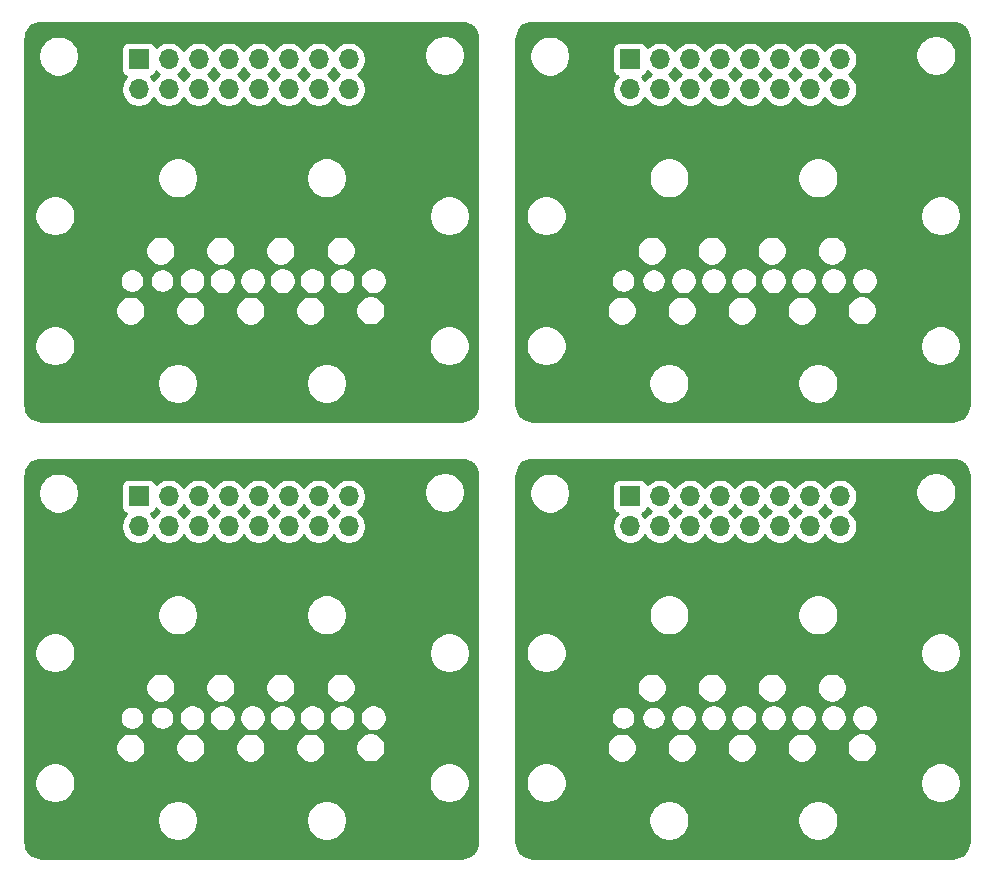
<source format=gtl>
%MOIN*%
%OFA0B0*%
%FSLAX46Y46*%
%IPPOS*%
%LPD*%
%ADD10O,0.066929133858267723X0.066929133858267723*%
%ADD11R,0.066929133858267723X0.066929133858267723*%
%ADD12C,0.01*%
%ADD13C,0.0039370078740157488*%
%ADD24O,0.066929133858267723X0.066929133858267723*%
%ADD25R,0.066929133858267723X0.066929133858267723*%
%ADD26C,0.01*%
%ADD27C,0.0039370078740157488*%
%ADD28O,0.066929133858267723X0.066929133858267723*%
%ADD29R,0.066929133858267723X0.066929133858267723*%
%ADD30C,0.01*%
%ADD31C,0.0039370078740157488*%
%ADD32O,0.066929133858267723X0.066929133858267723*%
%ADD33R,0.066929133858267723X0.066929133858267723*%
%ADD34C,0.01*%
%ADD35C,0.0039370078740157488*%
G01*
D10*
X-0004656102Y0002990052D02*
X0001103897Y0001130052D03*
X0001103897Y0001230052D03*
X0001003897Y0001130052D03*
X0001003897Y0001230052D03*
X0000903897Y0001130052D03*
X0000903897Y0001230052D03*
X0000803897Y0001130052D03*
X0000803897Y0001230052D03*
X0000703897Y0001130052D03*
X0000703897Y0001230052D03*
X0000603897Y0001130052D03*
X0000603897Y0001230052D03*
X0000503897Y0001130052D03*
X0000503897Y0001230052D03*
X0000403897Y0001130052D03*
D11*
X0000403897Y0001230052D03*
D12*
X0001490446Y0001350842D02*
X0001500280Y0001347873D01*
X0001509349Y0001343051D01*
X0001517309Y0001336559D01*
X0001523857Y0001328644D01*
X0001528742Y0001319608D01*
X0001531780Y0001309796D01*
X0001532979Y0001298382D01*
X0001532979Y0000080010D01*
X0001531852Y0000068517D01*
X0001528884Y0000058683D01*
X0001524061Y0000049614D01*
X0001517569Y0000041654D01*
X0001509654Y0000035106D01*
X0001500619Y0000030221D01*
X0001490807Y0000027183D01*
X0001479393Y0000025984D01*
X0000080010Y0000025984D01*
X0000068517Y0000027111D01*
X0000058683Y0000030080D01*
X0000049614Y0000034902D01*
X0000041654Y0000041394D01*
X0000035106Y0000049309D01*
X0000030221Y0000058344D01*
X0000027183Y0000068157D01*
X0000025984Y0000079570D01*
X0000025984Y0000156279D01*
X0000465590Y0000156279D01*
X0000465590Y0000142824D01*
X0000468215Y0000129627D01*
X0000473365Y0000117196D01*
X0000480840Y0000106008D01*
X0000490354Y0000096494D01*
X0000501542Y0000089019D01*
X0000513973Y0000083870D01*
X0000527170Y0000081245D01*
X0000540625Y0000081245D01*
X0000553822Y0000083870D01*
X0000566253Y0000089019D01*
X0000577441Y0000096494D01*
X0000586955Y0000106008D01*
X0000594430Y0000117196D01*
X0000599580Y0000129627D01*
X0000602205Y0000142824D01*
X0000602205Y0000156279D01*
X0000962090Y0000156279D01*
X0000962090Y0000142824D01*
X0000964715Y0000129627D01*
X0000969865Y0000117196D01*
X0000977340Y0000106008D01*
X0000986854Y0000096494D01*
X0000998042Y0000089019D01*
X0001010473Y0000083870D01*
X0001023670Y0000081245D01*
X0001037125Y0000081245D01*
X0001050322Y0000083870D01*
X0001062753Y0000089019D01*
X0001073941Y0000096494D01*
X0001083455Y0000106008D01*
X0001090930Y0000117196D01*
X0001096080Y0000129627D01*
X0001098705Y0000142824D01*
X0001098705Y0000156279D01*
X0001096080Y0000169476D01*
X0001090930Y0000181907D01*
X0001083455Y0000193095D01*
X0001073941Y0000202609D01*
X0001062753Y0000210085D01*
X0001050322Y0000215234D01*
X0001037125Y0000217859D01*
X0001023670Y0000217859D01*
X0001010473Y0000215234D01*
X0000998042Y0000210085D01*
X0000986854Y0000202609D01*
X0000977340Y0000193095D01*
X0000969865Y0000181907D01*
X0000964715Y0000169476D01*
X0000962090Y0000156279D01*
X0000602205Y0000156279D01*
X0000599580Y0000169476D01*
X0000594430Y0000181907D01*
X0000586955Y0000193095D01*
X0000577441Y0000202609D01*
X0000566253Y0000210085D01*
X0000553822Y0000215234D01*
X0000540625Y0000217859D01*
X0000527170Y0000217859D01*
X0000513973Y0000215234D01*
X0000501542Y0000210085D01*
X0000490354Y0000202609D01*
X0000480840Y0000193095D01*
X0000473365Y0000181907D01*
X0000468215Y0000169476D01*
X0000465590Y0000156279D01*
X0000025984Y0000156279D01*
X0000025984Y0000282279D01*
X0000056590Y0000282279D01*
X0000056590Y0000268824D01*
X0000059215Y0000255627D01*
X0000064365Y0000243196D01*
X0000071840Y0000232008D01*
X0000081354Y0000222494D01*
X0000092542Y0000215019D01*
X0000104973Y0000209870D01*
X0000118170Y0000207245D01*
X0000131625Y0000207245D01*
X0000144822Y0000209870D01*
X0000157253Y0000215019D01*
X0000168441Y0000222494D01*
X0000177955Y0000232008D01*
X0000185430Y0000243196D01*
X0000190580Y0000255627D01*
X0000193205Y0000268824D01*
X0000193205Y0000282279D01*
X0001371090Y0000282279D01*
X0001371090Y0000268824D01*
X0001373715Y0000255627D01*
X0001378865Y0000243196D01*
X0001386340Y0000232008D01*
X0001395854Y0000222494D01*
X0001407042Y0000215019D01*
X0001419473Y0000209870D01*
X0001432670Y0000207245D01*
X0001446125Y0000207245D01*
X0001459322Y0000209870D01*
X0001471753Y0000215019D01*
X0001482941Y0000222494D01*
X0001492455Y0000232008D01*
X0001499930Y0000243196D01*
X0001505080Y0000255627D01*
X0001507705Y0000268824D01*
X0001507705Y0000282279D01*
X0001505080Y0000295476D01*
X0001499930Y0000307907D01*
X0001492455Y0000319095D01*
X0001482941Y0000328609D01*
X0001471753Y0000336085D01*
X0001459322Y0000341234D01*
X0001446125Y0000343859D01*
X0001432670Y0000343859D01*
X0001419473Y0000341234D01*
X0001407042Y0000336085D01*
X0001395854Y0000328609D01*
X0001386340Y0000319095D01*
X0001378865Y0000307907D01*
X0001373715Y0000295476D01*
X0001371090Y0000282279D01*
X0000193205Y0000282279D01*
X0000190580Y0000295476D01*
X0000185430Y0000307907D01*
X0000177955Y0000319095D01*
X0000168441Y0000328609D01*
X0000157253Y0000336085D01*
X0000144822Y0000341234D01*
X0000131625Y0000343859D01*
X0000118170Y0000343859D01*
X0000104973Y0000341234D01*
X0000092542Y0000336085D01*
X0000081354Y0000328609D01*
X0000071840Y0000319095D01*
X0000064365Y0000307907D01*
X0000059215Y0000295476D01*
X0000056590Y0000282279D01*
X0000025984Y0000282279D01*
X0000025984Y0000396976D01*
X0000326897Y0000396976D01*
X0000326897Y0000387127D01*
X0000328819Y0000377467D01*
X0000332588Y0000368368D01*
X0000338060Y0000360179D01*
X0000345024Y0000353214D01*
X0000353214Y0000347742D01*
X0000362313Y0000343973D01*
X0000371973Y0000342052D01*
X0000381822Y0000342052D01*
X0000391482Y0000343973D01*
X0000400581Y0000347742D01*
X0000408771Y0000353214D01*
X0000415735Y0000360179D01*
X0000421207Y0000368368D01*
X0000424976Y0000377467D01*
X0000426897Y0000387127D01*
X0000426897Y0000396976D01*
X0000526897Y0000396976D01*
X0000526897Y0000387127D01*
X0000528819Y0000377467D01*
X0000532588Y0000368368D01*
X0000538060Y0000360179D01*
X0000545024Y0000353214D01*
X0000553214Y0000347742D01*
X0000562313Y0000343973D01*
X0000571973Y0000342052D01*
X0000581822Y0000342052D01*
X0000591482Y0000343973D01*
X0000600581Y0000347742D01*
X0000608771Y0000353214D01*
X0000615735Y0000360179D01*
X0000621207Y0000368368D01*
X0000624976Y0000377467D01*
X0000626897Y0000387127D01*
X0000626897Y0000396976D01*
X0000726897Y0000396976D01*
X0000726897Y0000387127D01*
X0000728819Y0000377467D01*
X0000732588Y0000368368D01*
X0000738060Y0000360179D01*
X0000745024Y0000353214D01*
X0000753214Y0000347742D01*
X0000762313Y0000343973D01*
X0000771973Y0000342052D01*
X0000781822Y0000342052D01*
X0000791482Y0000343973D01*
X0000800581Y0000347742D01*
X0000808771Y0000353214D01*
X0000815735Y0000360179D01*
X0000821207Y0000368368D01*
X0000824976Y0000377467D01*
X0000826897Y0000387127D01*
X0000826897Y0000396976D01*
X0000926897Y0000396976D01*
X0000926897Y0000387127D01*
X0000928819Y0000377467D01*
X0000932588Y0000368368D01*
X0000938060Y0000360179D01*
X0000945024Y0000353214D01*
X0000953214Y0000347742D01*
X0000962313Y0000343973D01*
X0000971973Y0000342052D01*
X0000981822Y0000342052D01*
X0000991482Y0000343973D01*
X0001000581Y0000347742D01*
X0001008771Y0000353214D01*
X0001015735Y0000360179D01*
X0001021207Y0000368368D01*
X0001024976Y0000377467D01*
X0001026897Y0000387127D01*
X0001026897Y0000396976D01*
X0001026699Y0000397976D01*
X0001126897Y0000397976D01*
X0001126897Y0000388127D01*
X0001128819Y0000378467D01*
X0001132588Y0000369368D01*
X0001138060Y0000361179D01*
X0001145024Y0000354214D01*
X0001153214Y0000348742D01*
X0001162313Y0000344973D01*
X0001171973Y0000343052D01*
X0001181822Y0000343052D01*
X0001191482Y0000344973D01*
X0001200581Y0000348742D01*
X0001208771Y0000354214D01*
X0001215735Y0000361179D01*
X0001221207Y0000369368D01*
X0001224976Y0000378467D01*
X0001226897Y0000388127D01*
X0001226897Y0000397976D01*
X0001224976Y0000407636D01*
X0001221207Y0000416736D01*
X0001215735Y0000424925D01*
X0001208771Y0000431889D01*
X0001200581Y0000437361D01*
X0001191482Y0000441130D01*
X0001181822Y0000443052D01*
X0001171973Y0000443052D01*
X0001162313Y0000441130D01*
X0001153214Y0000437361D01*
X0001145024Y0000431889D01*
X0001138060Y0000424925D01*
X0001132588Y0000416736D01*
X0001128819Y0000407636D01*
X0001126897Y0000397976D01*
X0001026699Y0000397976D01*
X0001024976Y0000406636D01*
X0001021207Y0000415736D01*
X0001015735Y0000423925D01*
X0001008771Y0000430889D01*
X0001000581Y0000436361D01*
X0000991482Y0000440130D01*
X0000981822Y0000442052D01*
X0000971973Y0000442052D01*
X0000962313Y0000440130D01*
X0000953214Y0000436361D01*
X0000945024Y0000430889D01*
X0000938060Y0000423925D01*
X0000932588Y0000415736D01*
X0000928819Y0000406636D01*
X0000926897Y0000396976D01*
X0000826897Y0000396976D01*
X0000824976Y0000406636D01*
X0000821207Y0000415736D01*
X0000815735Y0000423925D01*
X0000808771Y0000430889D01*
X0000800581Y0000436361D01*
X0000791482Y0000440130D01*
X0000781822Y0000442052D01*
X0000771973Y0000442052D01*
X0000762313Y0000440130D01*
X0000753214Y0000436361D01*
X0000745024Y0000430889D01*
X0000738060Y0000423925D01*
X0000732588Y0000415736D01*
X0000728819Y0000406636D01*
X0000726897Y0000396976D01*
X0000626897Y0000396976D01*
X0000624976Y0000406636D01*
X0000621207Y0000415736D01*
X0000615735Y0000423925D01*
X0000608771Y0000430889D01*
X0000600581Y0000436361D01*
X0000591482Y0000440130D01*
X0000581822Y0000442052D01*
X0000571973Y0000442052D01*
X0000562313Y0000440130D01*
X0000553214Y0000436361D01*
X0000545024Y0000430889D01*
X0000538060Y0000423925D01*
X0000532588Y0000415736D01*
X0000528819Y0000406636D01*
X0000526897Y0000396976D01*
X0000426897Y0000396976D01*
X0000424976Y0000406636D01*
X0000421207Y0000415736D01*
X0000415735Y0000423925D01*
X0000408771Y0000430889D01*
X0000400581Y0000436361D01*
X0000391482Y0000440130D01*
X0000381822Y0000442052D01*
X0000371973Y0000442052D01*
X0000362313Y0000440130D01*
X0000353214Y0000436361D01*
X0000345024Y0000430889D01*
X0000338060Y0000423925D01*
X0000332588Y0000415736D01*
X0000328819Y0000406636D01*
X0000326897Y0000396976D01*
X0000025984Y0000396976D01*
X0000025984Y0000496065D01*
X0000341149Y0000496065D01*
X0000341149Y0000488038D01*
X0000342715Y0000480166D01*
X0000345787Y0000472750D01*
X0000350246Y0000466076D01*
X0000355922Y0000460401D01*
X0000362596Y0000455941D01*
X0000370012Y0000452870D01*
X0000377884Y0000451304D01*
X0000385911Y0000451304D01*
X0000393783Y0000452870D01*
X0000401199Y0000455941D01*
X0000407873Y0000460401D01*
X0000413549Y0000466076D01*
X0000418008Y0000472750D01*
X0000421080Y0000480166D01*
X0000422645Y0000488038D01*
X0000422645Y0000496065D01*
X0000441649Y0000496065D01*
X0000441649Y0000488038D01*
X0000443215Y0000480166D01*
X0000446287Y0000472750D01*
X0000450746Y0000466076D01*
X0000456422Y0000460401D01*
X0000463096Y0000455941D01*
X0000470512Y0000452870D01*
X0000478384Y0000451304D01*
X0000486411Y0000451304D01*
X0000494283Y0000452870D01*
X0000501699Y0000455941D01*
X0000508373Y0000460401D01*
X0000514049Y0000466076D01*
X0000518508Y0000472750D01*
X0000521580Y0000480166D01*
X0000523145Y0000488038D01*
X0000523145Y0000496065D01*
X0000523068Y0000496453D01*
X0000537712Y0000496453D01*
X0000537712Y0000487651D01*
X0000539430Y0000479018D01*
X0000542798Y0000470885D01*
X0000547688Y0000463567D01*
X0000553912Y0000457343D01*
X0000561231Y0000452452D01*
X0000569363Y0000449084D01*
X0000577996Y0000447367D01*
X0000586799Y0000447367D01*
X0000595432Y0000449084D01*
X0000603564Y0000452452D01*
X0000610882Y0000457343D01*
X0000617107Y0000463567D01*
X0000621997Y0000470885D01*
X0000625365Y0000479018D01*
X0000627082Y0000487651D01*
X0000627082Y0000496453D01*
X0000638212Y0000496453D01*
X0000638212Y0000487651D01*
X0000639930Y0000479018D01*
X0000643298Y0000470885D01*
X0000648188Y0000463567D01*
X0000654412Y0000457343D01*
X0000661731Y0000452452D01*
X0000669863Y0000449084D01*
X0000678496Y0000447367D01*
X0000687299Y0000447367D01*
X0000695932Y0000449084D01*
X0000704064Y0000452452D01*
X0000711382Y0000457343D01*
X0000717607Y0000463567D01*
X0000722497Y0000470885D01*
X0000725865Y0000479018D01*
X0000727582Y0000487651D01*
X0000727582Y0000496453D01*
X0000738712Y0000496453D01*
X0000738712Y0000487651D01*
X0000740430Y0000479018D01*
X0000743798Y0000470885D01*
X0000748688Y0000463567D01*
X0000754912Y0000457343D01*
X0000762231Y0000452452D01*
X0000770363Y0000449084D01*
X0000778996Y0000447367D01*
X0000787799Y0000447367D01*
X0000796432Y0000449084D01*
X0000804564Y0000452452D01*
X0000811882Y0000457343D01*
X0000818107Y0000463567D01*
X0000822997Y0000470885D01*
X0000826365Y0000479018D01*
X0000828082Y0000487651D01*
X0000828082Y0000496453D01*
X0000838212Y0000496453D01*
X0000838212Y0000487651D01*
X0000839930Y0000479018D01*
X0000843298Y0000470885D01*
X0000848188Y0000463567D01*
X0000854412Y0000457343D01*
X0000861731Y0000452452D01*
X0000869863Y0000449084D01*
X0000878496Y0000447367D01*
X0000887299Y0000447367D01*
X0000895932Y0000449084D01*
X0000904064Y0000452452D01*
X0000911382Y0000457343D01*
X0000917607Y0000463567D01*
X0000922497Y0000470885D01*
X0000925865Y0000479018D01*
X0000927582Y0000487651D01*
X0000927582Y0000496453D01*
X0000937712Y0000496453D01*
X0000937712Y0000487651D01*
X0000939430Y0000479018D01*
X0000942798Y0000470885D01*
X0000947688Y0000463567D01*
X0000953912Y0000457343D01*
X0000961231Y0000452452D01*
X0000969363Y0000449084D01*
X0000977996Y0000447367D01*
X0000986799Y0000447367D01*
X0000995432Y0000449084D01*
X0001003564Y0000452452D01*
X0001010882Y0000457343D01*
X0001017107Y0000463567D01*
X0001021997Y0000470885D01*
X0001025365Y0000479018D01*
X0001027082Y0000487651D01*
X0001027082Y0000496453D01*
X0001037712Y0000496453D01*
X0001037712Y0000487651D01*
X0001039430Y0000479018D01*
X0001042798Y0000470885D01*
X0001047688Y0000463567D01*
X0001053912Y0000457343D01*
X0001061231Y0000452452D01*
X0001069363Y0000449084D01*
X0001077996Y0000447367D01*
X0001086799Y0000447367D01*
X0001095432Y0000449084D01*
X0001103564Y0000452452D01*
X0001110882Y0000457343D01*
X0001117107Y0000463567D01*
X0001121997Y0000470885D01*
X0001125365Y0000479018D01*
X0001127082Y0000487651D01*
X0001127082Y0000496453D01*
X0001141212Y0000496453D01*
X0001141212Y0000487651D01*
X0001142930Y0000479018D01*
X0001146298Y0000470885D01*
X0001151188Y0000463567D01*
X0001157412Y0000457343D01*
X0001164731Y0000452452D01*
X0001172863Y0000449084D01*
X0001181496Y0000447367D01*
X0001190299Y0000447367D01*
X0001198932Y0000449084D01*
X0001207064Y0000452452D01*
X0001214382Y0000457343D01*
X0001220607Y0000463567D01*
X0001225497Y0000470885D01*
X0001228865Y0000479018D01*
X0001230582Y0000487651D01*
X0001230582Y0000496453D01*
X0001228865Y0000505086D01*
X0001225497Y0000513218D01*
X0001220607Y0000520537D01*
X0001214382Y0000526761D01*
X0001207064Y0000531651D01*
X0001198932Y0000535020D01*
X0001190299Y0000536737D01*
X0001181496Y0000536737D01*
X0001172863Y0000535020D01*
X0001164731Y0000531651D01*
X0001157412Y0000526761D01*
X0001151188Y0000520537D01*
X0001146298Y0000513218D01*
X0001142930Y0000505086D01*
X0001141212Y0000496453D01*
X0001127082Y0000496453D01*
X0001125365Y0000505086D01*
X0001121997Y0000513218D01*
X0001117107Y0000520537D01*
X0001110882Y0000526761D01*
X0001103564Y0000531651D01*
X0001095432Y0000535020D01*
X0001086799Y0000536737D01*
X0001077996Y0000536737D01*
X0001069363Y0000535020D01*
X0001061231Y0000531651D01*
X0001053912Y0000526761D01*
X0001047688Y0000520537D01*
X0001042798Y0000513218D01*
X0001039430Y0000505086D01*
X0001037712Y0000496453D01*
X0001027082Y0000496453D01*
X0001025365Y0000505086D01*
X0001021997Y0000513218D01*
X0001017107Y0000520537D01*
X0001010882Y0000526761D01*
X0001003564Y0000531651D01*
X0000995432Y0000535020D01*
X0000986799Y0000536737D01*
X0000977996Y0000536737D01*
X0000969363Y0000535020D01*
X0000961231Y0000531651D01*
X0000953912Y0000526761D01*
X0000947688Y0000520537D01*
X0000942798Y0000513218D01*
X0000939430Y0000505086D01*
X0000937712Y0000496453D01*
X0000927582Y0000496453D01*
X0000925865Y0000505086D01*
X0000922497Y0000513218D01*
X0000917607Y0000520537D01*
X0000911382Y0000526761D01*
X0000904064Y0000531651D01*
X0000895932Y0000535020D01*
X0000887299Y0000536737D01*
X0000878496Y0000536737D01*
X0000869863Y0000535020D01*
X0000861731Y0000531651D01*
X0000854412Y0000526761D01*
X0000848188Y0000520537D01*
X0000843298Y0000513218D01*
X0000839930Y0000505086D01*
X0000838212Y0000496453D01*
X0000828082Y0000496453D01*
X0000826365Y0000505086D01*
X0000822997Y0000513218D01*
X0000818107Y0000520537D01*
X0000811882Y0000526761D01*
X0000804564Y0000531651D01*
X0000796432Y0000535020D01*
X0000787799Y0000536737D01*
X0000778996Y0000536737D01*
X0000770363Y0000535020D01*
X0000762231Y0000531651D01*
X0000754912Y0000526761D01*
X0000748688Y0000520537D01*
X0000743798Y0000513218D01*
X0000740430Y0000505086D01*
X0000738712Y0000496453D01*
X0000727582Y0000496453D01*
X0000725865Y0000505086D01*
X0000722497Y0000513218D01*
X0000717607Y0000520537D01*
X0000711382Y0000526761D01*
X0000704064Y0000531651D01*
X0000695932Y0000535020D01*
X0000687299Y0000536737D01*
X0000678496Y0000536737D01*
X0000669863Y0000535020D01*
X0000661731Y0000531651D01*
X0000654412Y0000526761D01*
X0000648188Y0000520537D01*
X0000643298Y0000513218D01*
X0000639930Y0000505086D01*
X0000638212Y0000496453D01*
X0000627082Y0000496453D01*
X0000625365Y0000505086D01*
X0000621997Y0000513218D01*
X0000617107Y0000520537D01*
X0000610882Y0000526761D01*
X0000603564Y0000531651D01*
X0000595432Y0000535020D01*
X0000586799Y0000536737D01*
X0000577996Y0000536737D01*
X0000569363Y0000535020D01*
X0000561231Y0000531651D01*
X0000553912Y0000526761D01*
X0000547688Y0000520537D01*
X0000542798Y0000513218D01*
X0000539430Y0000505086D01*
X0000537712Y0000496453D01*
X0000523068Y0000496453D01*
X0000521580Y0000503937D01*
X0000518508Y0000511353D01*
X0000514049Y0000518027D01*
X0000508373Y0000523703D01*
X0000501699Y0000528162D01*
X0000494283Y0000531234D01*
X0000486411Y0000532800D01*
X0000478384Y0000532800D01*
X0000470512Y0000531234D01*
X0000463096Y0000528162D01*
X0000456422Y0000523703D01*
X0000450746Y0000518027D01*
X0000446287Y0000511353D01*
X0000443215Y0000503937D01*
X0000441649Y0000496065D01*
X0000422645Y0000496065D01*
X0000421080Y0000503937D01*
X0000418008Y0000511353D01*
X0000413549Y0000518027D01*
X0000407873Y0000523703D01*
X0000401199Y0000528162D01*
X0000393783Y0000531234D01*
X0000385911Y0000532800D01*
X0000377884Y0000532800D01*
X0000370012Y0000531234D01*
X0000362596Y0000528162D01*
X0000355922Y0000523703D01*
X0000350246Y0000518027D01*
X0000345787Y0000511353D01*
X0000342715Y0000503937D01*
X0000341149Y0000496065D01*
X0000025984Y0000496065D01*
X0000025984Y0000596976D01*
X0000426897Y0000596976D01*
X0000426897Y0000587127D01*
X0000428819Y0000577467D01*
X0000432588Y0000568368D01*
X0000438060Y0000560179D01*
X0000445024Y0000553214D01*
X0000453214Y0000547742D01*
X0000462313Y0000543973D01*
X0000471973Y0000542052D01*
X0000481822Y0000542052D01*
X0000491482Y0000543973D01*
X0000500581Y0000547742D01*
X0000508771Y0000553214D01*
X0000515735Y0000560179D01*
X0000521207Y0000568368D01*
X0000524976Y0000577467D01*
X0000526897Y0000587127D01*
X0000526897Y0000596976D01*
X0000626897Y0000596976D01*
X0000626897Y0000587127D01*
X0000628819Y0000577467D01*
X0000632588Y0000568368D01*
X0000638060Y0000560179D01*
X0000645024Y0000553214D01*
X0000653214Y0000547742D01*
X0000662313Y0000543973D01*
X0000671973Y0000542052D01*
X0000681822Y0000542052D01*
X0000691482Y0000543973D01*
X0000700581Y0000547742D01*
X0000708771Y0000553214D01*
X0000715735Y0000560179D01*
X0000721207Y0000568368D01*
X0000724976Y0000577467D01*
X0000726897Y0000587127D01*
X0000726897Y0000596976D01*
X0000826897Y0000596976D01*
X0000826897Y0000587127D01*
X0000828819Y0000577467D01*
X0000832588Y0000568368D01*
X0000838060Y0000560179D01*
X0000845024Y0000553214D01*
X0000853214Y0000547742D01*
X0000862313Y0000543973D01*
X0000871973Y0000542052D01*
X0000881822Y0000542052D01*
X0000891482Y0000543973D01*
X0000900581Y0000547742D01*
X0000908771Y0000553214D01*
X0000915735Y0000560179D01*
X0000921207Y0000568368D01*
X0000924976Y0000577467D01*
X0000926897Y0000587127D01*
X0000926897Y0000596976D01*
X0001027397Y0000596976D01*
X0001027397Y0000587127D01*
X0001029319Y0000577467D01*
X0001033088Y0000568368D01*
X0001038560Y0000560179D01*
X0001045524Y0000553214D01*
X0001053714Y0000547742D01*
X0001062813Y0000543973D01*
X0001072473Y0000542052D01*
X0001082322Y0000542052D01*
X0001091982Y0000543973D01*
X0001101081Y0000547742D01*
X0001109271Y0000553214D01*
X0001116235Y0000560179D01*
X0001121707Y0000568368D01*
X0001125476Y0000577467D01*
X0001127397Y0000587127D01*
X0001127397Y0000596976D01*
X0001125476Y0000606636D01*
X0001121707Y0000615736D01*
X0001116235Y0000623925D01*
X0001109271Y0000630889D01*
X0001101081Y0000636361D01*
X0001091982Y0000640130D01*
X0001082322Y0000642052D01*
X0001072473Y0000642052D01*
X0001062813Y0000640130D01*
X0001053714Y0000636361D01*
X0001045524Y0000630889D01*
X0001038560Y0000623925D01*
X0001033088Y0000615736D01*
X0001029319Y0000606636D01*
X0001027397Y0000596976D01*
X0000926897Y0000596976D01*
X0000924976Y0000606636D01*
X0000921207Y0000615736D01*
X0000915735Y0000623925D01*
X0000908771Y0000630889D01*
X0000900581Y0000636361D01*
X0000891482Y0000640130D01*
X0000881822Y0000642052D01*
X0000871973Y0000642052D01*
X0000862313Y0000640130D01*
X0000853214Y0000636361D01*
X0000845024Y0000630889D01*
X0000838060Y0000623925D01*
X0000832588Y0000615736D01*
X0000828819Y0000606636D01*
X0000826897Y0000596976D01*
X0000726897Y0000596976D01*
X0000724976Y0000606636D01*
X0000721207Y0000615736D01*
X0000715735Y0000623925D01*
X0000708771Y0000630889D01*
X0000700581Y0000636361D01*
X0000691482Y0000640130D01*
X0000681822Y0000642052D01*
X0000671973Y0000642052D01*
X0000662313Y0000640130D01*
X0000653214Y0000636361D01*
X0000645024Y0000630889D01*
X0000638060Y0000623925D01*
X0000632588Y0000615736D01*
X0000628819Y0000606636D01*
X0000626897Y0000596976D01*
X0000526897Y0000596976D01*
X0000524976Y0000606636D01*
X0000521207Y0000615736D01*
X0000515735Y0000623925D01*
X0000508771Y0000630889D01*
X0000500581Y0000636361D01*
X0000491482Y0000640130D01*
X0000481822Y0000642052D01*
X0000471973Y0000642052D01*
X0000462313Y0000640130D01*
X0000453214Y0000636361D01*
X0000445024Y0000630889D01*
X0000438060Y0000623925D01*
X0000432588Y0000615736D01*
X0000428819Y0000606636D01*
X0000426897Y0000596976D01*
X0000025984Y0000596976D01*
X0000025984Y0000715279D01*
X0000056590Y0000715279D01*
X0000056590Y0000701824D01*
X0000059215Y0000688627D01*
X0000064365Y0000676196D01*
X0000071840Y0000665008D01*
X0000081354Y0000655494D01*
X0000092542Y0000648019D01*
X0000104973Y0000642870D01*
X0000118170Y0000640245D01*
X0000131625Y0000640245D01*
X0000144822Y0000642870D01*
X0000157253Y0000648019D01*
X0000168441Y0000655494D01*
X0000177955Y0000665008D01*
X0000185430Y0000676196D01*
X0000190580Y0000688627D01*
X0000193205Y0000701824D01*
X0000193205Y0000715279D01*
X0001371590Y0000715279D01*
X0001371590Y0000701824D01*
X0001374215Y0000688627D01*
X0001379365Y0000676196D01*
X0001386840Y0000665008D01*
X0001396354Y0000655494D01*
X0001407542Y0000648019D01*
X0001419973Y0000642870D01*
X0001433170Y0000640245D01*
X0001446625Y0000640245D01*
X0001459822Y0000642870D01*
X0001472253Y0000648019D01*
X0001483441Y0000655494D01*
X0001492955Y0000665008D01*
X0001500430Y0000676196D01*
X0001505580Y0000688627D01*
X0001508205Y0000701824D01*
X0001508205Y0000715279D01*
X0001505580Y0000728476D01*
X0001500430Y0000740907D01*
X0001492955Y0000752095D01*
X0001483441Y0000761609D01*
X0001472253Y0000769085D01*
X0001459822Y0000774234D01*
X0001446625Y0000776859D01*
X0001433170Y0000776859D01*
X0001419973Y0000774234D01*
X0001407542Y0000769085D01*
X0001396354Y0000761609D01*
X0001386840Y0000752095D01*
X0001379365Y0000740907D01*
X0001374215Y0000728476D01*
X0001371590Y0000715279D01*
X0000193205Y0000715279D01*
X0000190580Y0000728476D01*
X0000185430Y0000740907D01*
X0000177955Y0000752095D01*
X0000168441Y0000761609D01*
X0000157253Y0000769085D01*
X0000144822Y0000774234D01*
X0000131625Y0000776859D01*
X0000118170Y0000776859D01*
X0000104973Y0000774234D01*
X0000092542Y0000769085D01*
X0000081354Y0000761609D01*
X0000071840Y0000752095D01*
X0000064365Y0000740907D01*
X0000059215Y0000728476D01*
X0000056590Y0000715279D01*
X0000025984Y0000715279D01*
X0000025984Y0000841279D01*
X0000466090Y0000841279D01*
X0000466090Y0000827824D01*
X0000468715Y0000814627D01*
X0000473865Y0000802196D01*
X0000481340Y0000791008D01*
X0000490854Y0000781494D01*
X0000502042Y0000774019D01*
X0000514473Y0000768870D01*
X0000527670Y0000766245D01*
X0000541125Y0000766245D01*
X0000554322Y0000768870D01*
X0000566753Y0000774019D01*
X0000577941Y0000781494D01*
X0000587455Y0000791008D01*
X0000594930Y0000802196D01*
X0000600080Y0000814627D01*
X0000602705Y0000827824D01*
X0000602705Y0000841279D01*
X0000962090Y0000841279D01*
X0000962090Y0000827824D01*
X0000964715Y0000814627D01*
X0000969865Y0000802196D01*
X0000977340Y0000791008D01*
X0000986854Y0000781494D01*
X0000998042Y0000774019D01*
X0001010473Y0000768870D01*
X0001023670Y0000766245D01*
X0001037125Y0000766245D01*
X0001050322Y0000768870D01*
X0001062753Y0000774019D01*
X0001073941Y0000781494D01*
X0001083455Y0000791008D01*
X0001090930Y0000802196D01*
X0001096080Y0000814627D01*
X0001098705Y0000827824D01*
X0001098705Y0000841279D01*
X0001096080Y0000854476D01*
X0001090930Y0000866907D01*
X0001083455Y0000878095D01*
X0001073941Y0000887609D01*
X0001062753Y0000895085D01*
X0001050322Y0000900234D01*
X0001037125Y0000902859D01*
X0001023670Y0000902859D01*
X0001010473Y0000900234D01*
X0000998042Y0000895085D01*
X0000986854Y0000887609D01*
X0000977340Y0000878095D01*
X0000969865Y0000866907D01*
X0000964715Y0000854476D01*
X0000962090Y0000841279D01*
X0000602705Y0000841279D01*
X0000600080Y0000854476D01*
X0000594930Y0000866907D01*
X0000587455Y0000878095D01*
X0000577941Y0000887609D01*
X0000566753Y0000895085D01*
X0000554322Y0000900234D01*
X0000541125Y0000902859D01*
X0000527670Y0000902859D01*
X0000514473Y0000900234D01*
X0000502042Y0000895085D01*
X0000490854Y0000887609D01*
X0000481340Y0000878095D01*
X0000473865Y0000866907D01*
X0000468715Y0000854476D01*
X0000466090Y0000841279D01*
X0000025984Y0000841279D01*
X0000025984Y0001247779D01*
X0000068590Y0001247779D01*
X0000068590Y0001234324D01*
X0000071215Y0001221127D01*
X0000076365Y0001208696D01*
X0000083840Y0001197508D01*
X0000093354Y0001187994D01*
X0000104542Y0001180519D01*
X0000116973Y0001175370D01*
X0000130170Y0001172745D01*
X0000143625Y0001172745D01*
X0000156822Y0001175370D01*
X0000169253Y0001180519D01*
X0000180441Y0001187994D01*
X0000189955Y0001197508D01*
X0000197430Y0001208696D01*
X0000202580Y0001221127D01*
X0000205205Y0001234324D01*
X0000205205Y0001247779D01*
X0000202580Y0001260976D01*
X0000201527Y0001263516D01*
X0000345312Y0001263516D01*
X0000345312Y0001196587D01*
X0000345795Y0001191686D01*
X0000347224Y0001186974D01*
X0000349546Y0001182631D01*
X0000352670Y0001178824D01*
X0000356476Y0001175700D01*
X0000360820Y0001173378D01*
X0000363676Y0001172512D01*
X0000358485Y0001167321D01*
X0000352087Y0001157745D01*
X0000347680Y0001147105D01*
X0000345433Y0001135810D01*
X0000345433Y0001124293D01*
X0000347680Y0001112998D01*
X0000352087Y0001102358D01*
X0000358485Y0001092783D01*
X0000366628Y0001084639D01*
X0000376204Y0001078241D01*
X0000386844Y0001073834D01*
X0000398139Y0001071587D01*
X0000409656Y0001071587D01*
X0000420951Y0001073834D01*
X0000431591Y0001078241D01*
X0000441166Y0001084639D01*
X0000449310Y0001092783D01*
X0000453897Y0001099649D01*
X0000458485Y0001092783D01*
X0000466628Y0001084639D01*
X0000476204Y0001078241D01*
X0000486844Y0001073834D01*
X0000498139Y0001071587D01*
X0000509656Y0001071587D01*
X0000520951Y0001073834D01*
X0000531591Y0001078241D01*
X0000541166Y0001084639D01*
X0000549310Y0001092783D01*
X0000553897Y0001099649D01*
X0000558485Y0001092783D01*
X0000566628Y0001084639D01*
X0000576204Y0001078241D01*
X0000586844Y0001073834D01*
X0000598139Y0001071587D01*
X0000609656Y0001071587D01*
X0000620951Y0001073834D01*
X0000631591Y0001078241D01*
X0000641166Y0001084639D01*
X0000649310Y0001092783D01*
X0000653897Y0001099649D01*
X0000658485Y0001092783D01*
X0000666628Y0001084639D01*
X0000676204Y0001078241D01*
X0000686844Y0001073834D01*
X0000698139Y0001071587D01*
X0000709656Y0001071587D01*
X0000720951Y0001073834D01*
X0000731591Y0001078241D01*
X0000741166Y0001084639D01*
X0000749310Y0001092783D01*
X0000753897Y0001099649D01*
X0000758485Y0001092783D01*
X0000766628Y0001084639D01*
X0000776204Y0001078241D01*
X0000786844Y0001073834D01*
X0000798139Y0001071587D01*
X0000809656Y0001071587D01*
X0000820951Y0001073834D01*
X0000831591Y0001078241D01*
X0000841166Y0001084639D01*
X0000849310Y0001092783D01*
X0000853897Y0001099649D01*
X0000858485Y0001092783D01*
X0000866628Y0001084639D01*
X0000876204Y0001078241D01*
X0000886844Y0001073834D01*
X0000898139Y0001071587D01*
X0000909656Y0001071587D01*
X0000920951Y0001073834D01*
X0000931591Y0001078241D01*
X0000941166Y0001084639D01*
X0000949310Y0001092783D01*
X0000953897Y0001099649D01*
X0000958485Y0001092783D01*
X0000966628Y0001084639D01*
X0000976204Y0001078241D01*
X0000986844Y0001073834D01*
X0000998139Y0001071587D01*
X0001009656Y0001071587D01*
X0001020951Y0001073834D01*
X0001031591Y0001078241D01*
X0001041166Y0001084639D01*
X0001049310Y0001092783D01*
X0001053897Y0001099649D01*
X0001058485Y0001092783D01*
X0001066628Y0001084639D01*
X0001076204Y0001078241D01*
X0001086844Y0001073834D01*
X0001098139Y0001071587D01*
X0001109656Y0001071587D01*
X0001120951Y0001073834D01*
X0001131591Y0001078241D01*
X0001141166Y0001084639D01*
X0001149310Y0001092783D01*
X0001155708Y0001102358D01*
X0001160115Y0001112998D01*
X0001162362Y0001124293D01*
X0001162362Y0001135810D01*
X0001160115Y0001147105D01*
X0001155708Y0001157745D01*
X0001149310Y0001167321D01*
X0001141166Y0001175464D01*
X0001134301Y0001180052D01*
X0001141166Y0001184639D01*
X0001149310Y0001192783D01*
X0001155708Y0001202358D01*
X0001160115Y0001212998D01*
X0001162362Y0001224293D01*
X0001162362Y0001235810D01*
X0001160115Y0001247105D01*
X0001159008Y0001249779D01*
X0001355590Y0001249779D01*
X0001355590Y0001236324D01*
X0001358215Y0001223127D01*
X0001363365Y0001210696D01*
X0001370840Y0001199508D01*
X0001380354Y0001189994D01*
X0001391542Y0001182519D01*
X0001403973Y0001177370D01*
X0001417170Y0001174745D01*
X0001430625Y0001174745D01*
X0001443822Y0001177370D01*
X0001456253Y0001182519D01*
X0001467441Y0001189994D01*
X0001476955Y0001199508D01*
X0001484430Y0001210696D01*
X0001489580Y0001223127D01*
X0001492205Y0001236324D01*
X0001492205Y0001249779D01*
X0001489580Y0001262976D01*
X0001484430Y0001275407D01*
X0001476955Y0001286595D01*
X0001467441Y0001296109D01*
X0001456253Y0001303585D01*
X0001443822Y0001308734D01*
X0001430625Y0001311359D01*
X0001417170Y0001311359D01*
X0001403973Y0001308734D01*
X0001391542Y0001303585D01*
X0001380354Y0001296109D01*
X0001370840Y0001286595D01*
X0001363365Y0001275407D01*
X0001358215Y0001262976D01*
X0001355590Y0001249779D01*
X0001159008Y0001249779D01*
X0001155708Y0001257745D01*
X0001149310Y0001267321D01*
X0001141166Y0001275464D01*
X0001131591Y0001281862D01*
X0001120951Y0001286270D01*
X0001109656Y0001288516D01*
X0001098139Y0001288516D01*
X0001086844Y0001286270D01*
X0001076204Y0001281862D01*
X0001066628Y0001275464D01*
X0001058485Y0001267321D01*
X0001053897Y0001260455D01*
X0001049310Y0001267321D01*
X0001041166Y0001275464D01*
X0001031591Y0001281862D01*
X0001020951Y0001286270D01*
X0001009656Y0001288516D01*
X0000998139Y0001288516D01*
X0000986844Y0001286270D01*
X0000976204Y0001281862D01*
X0000966628Y0001275464D01*
X0000958485Y0001267321D01*
X0000953897Y0001260455D01*
X0000949310Y0001267321D01*
X0000941166Y0001275464D01*
X0000931591Y0001281862D01*
X0000920951Y0001286270D01*
X0000909656Y0001288516D01*
X0000898139Y0001288516D01*
X0000886844Y0001286270D01*
X0000876204Y0001281862D01*
X0000866628Y0001275464D01*
X0000858485Y0001267321D01*
X0000853897Y0001260455D01*
X0000849310Y0001267321D01*
X0000841166Y0001275464D01*
X0000831591Y0001281862D01*
X0000820951Y0001286270D01*
X0000809656Y0001288516D01*
X0000798139Y0001288516D01*
X0000786844Y0001286270D01*
X0000776204Y0001281862D01*
X0000766628Y0001275464D01*
X0000758485Y0001267321D01*
X0000753897Y0001260455D01*
X0000749310Y0001267321D01*
X0000741166Y0001275464D01*
X0000731591Y0001281862D01*
X0000720951Y0001286270D01*
X0000709656Y0001288516D01*
X0000698139Y0001288516D01*
X0000686844Y0001286270D01*
X0000676204Y0001281862D01*
X0000666628Y0001275464D01*
X0000658485Y0001267321D01*
X0000653897Y0001260455D01*
X0000649310Y0001267321D01*
X0000641166Y0001275464D01*
X0000631591Y0001281862D01*
X0000620951Y0001286270D01*
X0000609656Y0001288516D01*
X0000598139Y0001288516D01*
X0000586844Y0001286270D01*
X0000576204Y0001281862D01*
X0000566628Y0001275464D01*
X0000558485Y0001267321D01*
X0000553897Y0001260455D01*
X0000549310Y0001267321D01*
X0000541166Y0001275464D01*
X0000531591Y0001281862D01*
X0000520951Y0001286270D01*
X0000509656Y0001288516D01*
X0000498139Y0001288516D01*
X0000486844Y0001286270D01*
X0000476204Y0001281862D01*
X0000466628Y0001275464D01*
X0000461437Y0001270273D01*
X0000460571Y0001273130D01*
X0000458249Y0001277473D01*
X0000455125Y0001281279D01*
X0000451318Y0001284404D01*
X0000446975Y0001286725D01*
X0000442263Y0001288155D01*
X0000437362Y0001288637D01*
X0000370433Y0001288637D01*
X0000365532Y0001288155D01*
X0000360820Y0001286725D01*
X0000356476Y0001284404D01*
X0000352670Y0001281279D01*
X0000349546Y0001277473D01*
X0000347224Y0001273130D01*
X0000345795Y0001268417D01*
X0000345312Y0001263516D01*
X0000201527Y0001263516D01*
X0000197430Y0001273407D01*
X0000189955Y0001284595D01*
X0000180441Y0001294109D01*
X0000169253Y0001301585D01*
X0000156822Y0001306734D01*
X0000143625Y0001309359D01*
X0000130170Y0001309359D01*
X0000116973Y0001306734D01*
X0000104542Y0001301585D01*
X0000093354Y0001294109D01*
X0000083840Y0001284595D01*
X0000076365Y0001273407D01*
X0000071215Y0001260976D01*
X0000068590Y0001247779D01*
X0000025984Y0001247779D01*
X0000025984Y0001297942D01*
X0000027111Y0001309436D01*
X0000030080Y0001319269D01*
X0000034902Y0001328339D01*
X0000041394Y0001336299D01*
X0000049309Y0001342846D01*
X0000058344Y0001347732D01*
X0000068157Y0001350769D01*
X0000079570Y0001351969D01*
X0001478953Y0001351969D01*
X0001490446Y0001350842D01*
D13*
G36*
X0001490446Y0001350842D02*
G01*
X0001500280Y0001347873D01*
X0001509349Y0001343051D01*
X0001517309Y0001336559D01*
X0001523857Y0001328644D01*
X0001528742Y0001319608D01*
X0001531780Y0001309796D01*
X0001532979Y0001298382D01*
X0001532979Y0000080010D01*
X0001531852Y0000068517D01*
X0001528884Y0000058683D01*
X0001524061Y0000049614D01*
X0001517569Y0000041654D01*
X0001509654Y0000035106D01*
X0001500619Y0000030221D01*
X0001490807Y0000027183D01*
X0001479393Y0000025984D01*
X0000080010Y0000025984D01*
X0000068517Y0000027111D01*
X0000058683Y0000030080D01*
X0000049614Y0000034902D01*
X0000041654Y0000041394D01*
X0000035106Y0000049309D01*
X0000030221Y0000058344D01*
X0000027183Y0000068157D01*
X0000025984Y0000079570D01*
X0000025984Y0000156279D01*
X0000465590Y0000156279D01*
X0000465590Y0000142824D01*
X0000468215Y0000129627D01*
X0000473365Y0000117196D01*
X0000480840Y0000106008D01*
X0000490354Y0000096494D01*
X0000501542Y0000089019D01*
X0000513973Y0000083870D01*
X0000527170Y0000081245D01*
X0000540625Y0000081245D01*
X0000553822Y0000083870D01*
X0000566253Y0000089019D01*
X0000577441Y0000096494D01*
X0000586955Y0000106008D01*
X0000594430Y0000117196D01*
X0000599580Y0000129627D01*
X0000602205Y0000142824D01*
X0000602205Y0000156279D01*
X0000962090Y0000156279D01*
X0000962090Y0000142824D01*
X0000964715Y0000129627D01*
X0000969865Y0000117196D01*
X0000977340Y0000106008D01*
X0000986854Y0000096494D01*
X0000998042Y0000089019D01*
X0001010473Y0000083870D01*
X0001023670Y0000081245D01*
X0001037125Y0000081245D01*
X0001050322Y0000083870D01*
X0001062753Y0000089019D01*
X0001073941Y0000096494D01*
X0001083455Y0000106008D01*
X0001090930Y0000117196D01*
X0001096080Y0000129627D01*
X0001098705Y0000142824D01*
X0001098705Y0000156279D01*
X0001096080Y0000169476D01*
X0001090930Y0000181907D01*
X0001083455Y0000193095D01*
X0001073941Y0000202609D01*
X0001062753Y0000210085D01*
X0001050322Y0000215234D01*
X0001037125Y0000217859D01*
X0001023670Y0000217859D01*
X0001010473Y0000215234D01*
X0000998042Y0000210085D01*
X0000986854Y0000202609D01*
X0000977340Y0000193095D01*
X0000969865Y0000181907D01*
X0000964715Y0000169476D01*
X0000962090Y0000156279D01*
X0000602205Y0000156279D01*
X0000599580Y0000169476D01*
X0000594430Y0000181907D01*
X0000586955Y0000193095D01*
X0000577441Y0000202609D01*
X0000566253Y0000210085D01*
X0000553822Y0000215234D01*
X0000540625Y0000217859D01*
X0000527170Y0000217859D01*
X0000513973Y0000215234D01*
X0000501542Y0000210085D01*
X0000490354Y0000202609D01*
X0000480840Y0000193095D01*
X0000473365Y0000181907D01*
X0000468215Y0000169476D01*
X0000465590Y0000156279D01*
X0000025984Y0000156279D01*
X0000025984Y0000282279D01*
X0000056590Y0000282279D01*
X0000056590Y0000268824D01*
X0000059215Y0000255627D01*
X0000064365Y0000243196D01*
X0000071840Y0000232008D01*
X0000081354Y0000222494D01*
X0000092542Y0000215019D01*
X0000104973Y0000209870D01*
X0000118170Y0000207245D01*
X0000131625Y0000207245D01*
X0000144822Y0000209870D01*
X0000157253Y0000215019D01*
X0000168441Y0000222494D01*
X0000177955Y0000232008D01*
X0000185430Y0000243196D01*
X0000190580Y0000255627D01*
X0000193205Y0000268824D01*
X0000193205Y0000282279D01*
X0001371090Y0000282279D01*
X0001371090Y0000268824D01*
X0001373715Y0000255627D01*
X0001378865Y0000243196D01*
X0001386340Y0000232008D01*
X0001395854Y0000222494D01*
X0001407042Y0000215019D01*
X0001419473Y0000209870D01*
X0001432670Y0000207245D01*
X0001446125Y0000207245D01*
X0001459322Y0000209870D01*
X0001471753Y0000215019D01*
X0001482941Y0000222494D01*
X0001492455Y0000232008D01*
X0001499930Y0000243196D01*
X0001505080Y0000255627D01*
X0001507705Y0000268824D01*
X0001507705Y0000282279D01*
X0001505080Y0000295476D01*
X0001499930Y0000307907D01*
X0001492455Y0000319095D01*
X0001482941Y0000328609D01*
X0001471753Y0000336085D01*
X0001459322Y0000341234D01*
X0001446125Y0000343859D01*
X0001432670Y0000343859D01*
X0001419473Y0000341234D01*
X0001407042Y0000336085D01*
X0001395854Y0000328609D01*
X0001386340Y0000319095D01*
X0001378865Y0000307907D01*
X0001373715Y0000295476D01*
X0001371090Y0000282279D01*
X0000193205Y0000282279D01*
X0000190580Y0000295476D01*
X0000185430Y0000307907D01*
X0000177955Y0000319095D01*
X0000168441Y0000328609D01*
X0000157253Y0000336085D01*
X0000144822Y0000341234D01*
X0000131625Y0000343859D01*
X0000118170Y0000343859D01*
X0000104973Y0000341234D01*
X0000092542Y0000336085D01*
X0000081354Y0000328609D01*
X0000071840Y0000319095D01*
X0000064365Y0000307907D01*
X0000059215Y0000295476D01*
X0000056590Y0000282279D01*
X0000025984Y0000282279D01*
X0000025984Y0000396976D01*
X0000326897Y0000396976D01*
X0000326897Y0000387127D01*
X0000328819Y0000377467D01*
X0000332588Y0000368368D01*
X0000338060Y0000360179D01*
X0000345024Y0000353214D01*
X0000353214Y0000347742D01*
X0000362313Y0000343973D01*
X0000371973Y0000342052D01*
X0000381822Y0000342052D01*
X0000391482Y0000343973D01*
X0000400581Y0000347742D01*
X0000408771Y0000353214D01*
X0000415735Y0000360179D01*
X0000421207Y0000368368D01*
X0000424976Y0000377467D01*
X0000426897Y0000387127D01*
X0000426897Y0000396976D01*
X0000526897Y0000396976D01*
X0000526897Y0000387127D01*
X0000528819Y0000377467D01*
X0000532588Y0000368368D01*
X0000538060Y0000360179D01*
X0000545024Y0000353214D01*
X0000553214Y0000347742D01*
X0000562313Y0000343973D01*
X0000571973Y0000342052D01*
X0000581822Y0000342052D01*
X0000591482Y0000343973D01*
X0000600581Y0000347742D01*
X0000608771Y0000353214D01*
X0000615735Y0000360179D01*
X0000621207Y0000368368D01*
X0000624976Y0000377467D01*
X0000626897Y0000387127D01*
X0000626897Y0000396976D01*
X0000726897Y0000396976D01*
X0000726897Y0000387127D01*
X0000728819Y0000377467D01*
X0000732588Y0000368368D01*
X0000738060Y0000360179D01*
X0000745024Y0000353214D01*
X0000753214Y0000347742D01*
X0000762313Y0000343973D01*
X0000771973Y0000342052D01*
X0000781822Y0000342052D01*
X0000791482Y0000343973D01*
X0000800581Y0000347742D01*
X0000808771Y0000353214D01*
X0000815735Y0000360179D01*
X0000821207Y0000368368D01*
X0000824976Y0000377467D01*
X0000826897Y0000387127D01*
X0000826897Y0000396976D01*
X0000926897Y0000396976D01*
X0000926897Y0000387127D01*
X0000928819Y0000377467D01*
X0000932588Y0000368368D01*
X0000938060Y0000360179D01*
X0000945024Y0000353214D01*
X0000953214Y0000347742D01*
X0000962313Y0000343973D01*
X0000971973Y0000342052D01*
X0000981822Y0000342052D01*
X0000991482Y0000343973D01*
X0001000581Y0000347742D01*
X0001008771Y0000353214D01*
X0001015735Y0000360179D01*
X0001021207Y0000368368D01*
X0001024976Y0000377467D01*
X0001026897Y0000387127D01*
X0001026897Y0000396976D01*
X0001026699Y0000397976D01*
X0001126897Y0000397976D01*
X0001126897Y0000388127D01*
X0001128819Y0000378467D01*
X0001132588Y0000369368D01*
X0001138060Y0000361179D01*
X0001145024Y0000354214D01*
X0001153214Y0000348742D01*
X0001162313Y0000344973D01*
X0001171973Y0000343052D01*
X0001181822Y0000343052D01*
X0001191482Y0000344973D01*
X0001200581Y0000348742D01*
X0001208771Y0000354214D01*
X0001215735Y0000361179D01*
X0001221207Y0000369368D01*
X0001224976Y0000378467D01*
X0001226897Y0000388127D01*
X0001226897Y0000397976D01*
X0001224976Y0000407636D01*
X0001221207Y0000416736D01*
X0001215735Y0000424925D01*
X0001208771Y0000431889D01*
X0001200581Y0000437361D01*
X0001191482Y0000441130D01*
X0001181822Y0000443052D01*
X0001171973Y0000443052D01*
X0001162313Y0000441130D01*
X0001153214Y0000437361D01*
X0001145024Y0000431889D01*
X0001138060Y0000424925D01*
X0001132588Y0000416736D01*
X0001128819Y0000407636D01*
X0001126897Y0000397976D01*
X0001026699Y0000397976D01*
X0001024976Y0000406636D01*
X0001021207Y0000415736D01*
X0001015735Y0000423925D01*
X0001008771Y0000430889D01*
X0001000581Y0000436361D01*
X0000991482Y0000440130D01*
X0000981822Y0000442052D01*
X0000971973Y0000442052D01*
X0000962313Y0000440130D01*
X0000953214Y0000436361D01*
X0000945024Y0000430889D01*
X0000938060Y0000423925D01*
X0000932588Y0000415736D01*
X0000928819Y0000406636D01*
X0000926897Y0000396976D01*
X0000826897Y0000396976D01*
X0000824976Y0000406636D01*
X0000821207Y0000415736D01*
X0000815735Y0000423925D01*
X0000808771Y0000430889D01*
X0000800581Y0000436361D01*
X0000791482Y0000440130D01*
X0000781822Y0000442052D01*
X0000771973Y0000442052D01*
X0000762313Y0000440130D01*
X0000753214Y0000436361D01*
X0000745024Y0000430889D01*
X0000738060Y0000423925D01*
X0000732588Y0000415736D01*
X0000728819Y0000406636D01*
X0000726897Y0000396976D01*
X0000626897Y0000396976D01*
X0000624976Y0000406636D01*
X0000621207Y0000415736D01*
X0000615735Y0000423925D01*
X0000608771Y0000430889D01*
X0000600581Y0000436361D01*
X0000591482Y0000440130D01*
X0000581822Y0000442052D01*
X0000571973Y0000442052D01*
X0000562313Y0000440130D01*
X0000553214Y0000436361D01*
X0000545024Y0000430889D01*
X0000538060Y0000423925D01*
X0000532588Y0000415736D01*
X0000528819Y0000406636D01*
X0000526897Y0000396976D01*
X0000426897Y0000396976D01*
X0000424976Y0000406636D01*
X0000421207Y0000415736D01*
X0000415735Y0000423925D01*
X0000408771Y0000430889D01*
X0000400581Y0000436361D01*
X0000391482Y0000440130D01*
X0000381822Y0000442052D01*
X0000371973Y0000442052D01*
X0000362313Y0000440130D01*
X0000353214Y0000436361D01*
X0000345024Y0000430889D01*
X0000338060Y0000423925D01*
X0000332588Y0000415736D01*
X0000328819Y0000406636D01*
X0000326897Y0000396976D01*
X0000025984Y0000396976D01*
X0000025984Y0000496065D01*
X0000341149Y0000496065D01*
X0000341149Y0000488038D01*
X0000342715Y0000480166D01*
X0000345787Y0000472750D01*
X0000350246Y0000466076D01*
X0000355922Y0000460401D01*
X0000362596Y0000455941D01*
X0000370012Y0000452870D01*
X0000377884Y0000451304D01*
X0000385911Y0000451304D01*
X0000393783Y0000452870D01*
X0000401199Y0000455941D01*
X0000407873Y0000460401D01*
X0000413549Y0000466076D01*
X0000418008Y0000472750D01*
X0000421080Y0000480166D01*
X0000422645Y0000488038D01*
X0000422645Y0000496065D01*
X0000441649Y0000496065D01*
X0000441649Y0000488038D01*
X0000443215Y0000480166D01*
X0000446287Y0000472750D01*
X0000450746Y0000466076D01*
X0000456422Y0000460401D01*
X0000463096Y0000455941D01*
X0000470512Y0000452870D01*
X0000478384Y0000451304D01*
X0000486411Y0000451304D01*
X0000494283Y0000452870D01*
X0000501699Y0000455941D01*
X0000508373Y0000460401D01*
X0000514049Y0000466076D01*
X0000518508Y0000472750D01*
X0000521580Y0000480166D01*
X0000523145Y0000488038D01*
X0000523145Y0000496065D01*
X0000523068Y0000496453D01*
X0000537712Y0000496453D01*
X0000537712Y0000487651D01*
X0000539430Y0000479018D01*
X0000542798Y0000470885D01*
X0000547688Y0000463567D01*
X0000553912Y0000457343D01*
X0000561231Y0000452452D01*
X0000569363Y0000449084D01*
X0000577996Y0000447367D01*
X0000586799Y0000447367D01*
X0000595432Y0000449084D01*
X0000603564Y0000452452D01*
X0000610882Y0000457343D01*
X0000617107Y0000463567D01*
X0000621997Y0000470885D01*
X0000625365Y0000479018D01*
X0000627082Y0000487651D01*
X0000627082Y0000496453D01*
X0000638212Y0000496453D01*
X0000638212Y0000487651D01*
X0000639930Y0000479018D01*
X0000643298Y0000470885D01*
X0000648188Y0000463567D01*
X0000654412Y0000457343D01*
X0000661731Y0000452452D01*
X0000669863Y0000449084D01*
X0000678496Y0000447367D01*
X0000687299Y0000447367D01*
X0000695932Y0000449084D01*
X0000704064Y0000452452D01*
X0000711382Y0000457343D01*
X0000717607Y0000463567D01*
X0000722497Y0000470885D01*
X0000725865Y0000479018D01*
X0000727582Y0000487651D01*
X0000727582Y0000496453D01*
X0000738712Y0000496453D01*
X0000738712Y0000487651D01*
X0000740430Y0000479018D01*
X0000743798Y0000470885D01*
X0000748688Y0000463567D01*
X0000754912Y0000457343D01*
X0000762231Y0000452452D01*
X0000770363Y0000449084D01*
X0000778996Y0000447367D01*
X0000787799Y0000447367D01*
X0000796432Y0000449084D01*
X0000804564Y0000452452D01*
X0000811882Y0000457343D01*
X0000818107Y0000463567D01*
X0000822997Y0000470885D01*
X0000826365Y0000479018D01*
X0000828082Y0000487651D01*
X0000828082Y0000496453D01*
X0000838212Y0000496453D01*
X0000838212Y0000487651D01*
X0000839930Y0000479018D01*
X0000843298Y0000470885D01*
X0000848188Y0000463567D01*
X0000854412Y0000457343D01*
X0000861731Y0000452452D01*
X0000869863Y0000449084D01*
X0000878496Y0000447367D01*
X0000887299Y0000447367D01*
X0000895932Y0000449084D01*
X0000904064Y0000452452D01*
X0000911382Y0000457343D01*
X0000917607Y0000463567D01*
X0000922497Y0000470885D01*
X0000925865Y0000479018D01*
X0000927582Y0000487651D01*
X0000927582Y0000496453D01*
X0000937712Y0000496453D01*
X0000937712Y0000487651D01*
X0000939430Y0000479018D01*
X0000942798Y0000470885D01*
X0000947688Y0000463567D01*
X0000953912Y0000457343D01*
X0000961231Y0000452452D01*
X0000969363Y0000449084D01*
X0000977996Y0000447367D01*
X0000986799Y0000447367D01*
X0000995432Y0000449084D01*
X0001003564Y0000452452D01*
X0001010882Y0000457343D01*
X0001017107Y0000463567D01*
X0001021997Y0000470885D01*
X0001025365Y0000479018D01*
X0001027082Y0000487651D01*
X0001027082Y0000496453D01*
X0001037712Y0000496453D01*
X0001037712Y0000487651D01*
X0001039430Y0000479018D01*
X0001042798Y0000470885D01*
X0001047688Y0000463567D01*
X0001053912Y0000457343D01*
X0001061231Y0000452452D01*
X0001069363Y0000449084D01*
X0001077996Y0000447367D01*
X0001086799Y0000447367D01*
X0001095432Y0000449084D01*
X0001103564Y0000452452D01*
X0001110882Y0000457343D01*
X0001117107Y0000463567D01*
X0001121997Y0000470885D01*
X0001125365Y0000479018D01*
X0001127082Y0000487651D01*
X0001127082Y0000496453D01*
X0001141212Y0000496453D01*
X0001141212Y0000487651D01*
X0001142930Y0000479018D01*
X0001146298Y0000470885D01*
X0001151188Y0000463567D01*
X0001157412Y0000457343D01*
X0001164731Y0000452452D01*
X0001172863Y0000449084D01*
X0001181496Y0000447367D01*
X0001190299Y0000447367D01*
X0001198932Y0000449084D01*
X0001207064Y0000452452D01*
X0001214382Y0000457343D01*
X0001220607Y0000463567D01*
X0001225497Y0000470885D01*
X0001228865Y0000479018D01*
X0001230582Y0000487651D01*
X0001230582Y0000496453D01*
X0001228865Y0000505086D01*
X0001225497Y0000513218D01*
X0001220607Y0000520537D01*
X0001214382Y0000526761D01*
X0001207064Y0000531651D01*
X0001198932Y0000535020D01*
X0001190299Y0000536737D01*
X0001181496Y0000536737D01*
X0001172863Y0000535020D01*
X0001164731Y0000531651D01*
X0001157412Y0000526761D01*
X0001151188Y0000520537D01*
X0001146298Y0000513218D01*
X0001142930Y0000505086D01*
X0001141212Y0000496453D01*
X0001127082Y0000496453D01*
X0001125365Y0000505086D01*
X0001121997Y0000513218D01*
X0001117107Y0000520537D01*
X0001110882Y0000526761D01*
X0001103564Y0000531651D01*
X0001095432Y0000535020D01*
X0001086799Y0000536737D01*
X0001077996Y0000536737D01*
X0001069363Y0000535020D01*
X0001061231Y0000531651D01*
X0001053912Y0000526761D01*
X0001047688Y0000520537D01*
X0001042798Y0000513218D01*
X0001039430Y0000505086D01*
X0001037712Y0000496453D01*
X0001027082Y0000496453D01*
X0001025365Y0000505086D01*
X0001021997Y0000513218D01*
X0001017107Y0000520537D01*
X0001010882Y0000526761D01*
X0001003564Y0000531651D01*
X0000995432Y0000535020D01*
X0000986799Y0000536737D01*
X0000977996Y0000536737D01*
X0000969363Y0000535020D01*
X0000961231Y0000531651D01*
X0000953912Y0000526761D01*
X0000947688Y0000520537D01*
X0000942798Y0000513218D01*
X0000939430Y0000505086D01*
X0000937712Y0000496453D01*
X0000927582Y0000496453D01*
X0000925865Y0000505086D01*
X0000922497Y0000513218D01*
X0000917607Y0000520537D01*
X0000911382Y0000526761D01*
X0000904064Y0000531651D01*
X0000895932Y0000535020D01*
X0000887299Y0000536737D01*
X0000878496Y0000536737D01*
X0000869863Y0000535020D01*
X0000861731Y0000531651D01*
X0000854412Y0000526761D01*
X0000848188Y0000520537D01*
X0000843298Y0000513218D01*
X0000839930Y0000505086D01*
X0000838212Y0000496453D01*
X0000828082Y0000496453D01*
X0000826365Y0000505086D01*
X0000822997Y0000513218D01*
X0000818107Y0000520537D01*
X0000811882Y0000526761D01*
X0000804564Y0000531651D01*
X0000796432Y0000535020D01*
X0000787799Y0000536737D01*
X0000778996Y0000536737D01*
X0000770363Y0000535020D01*
X0000762231Y0000531651D01*
X0000754912Y0000526761D01*
X0000748688Y0000520537D01*
X0000743798Y0000513218D01*
X0000740430Y0000505086D01*
X0000738712Y0000496453D01*
X0000727582Y0000496453D01*
X0000725865Y0000505086D01*
X0000722497Y0000513218D01*
X0000717607Y0000520537D01*
X0000711382Y0000526761D01*
X0000704064Y0000531651D01*
X0000695932Y0000535020D01*
X0000687299Y0000536737D01*
X0000678496Y0000536737D01*
X0000669863Y0000535020D01*
X0000661731Y0000531651D01*
X0000654412Y0000526761D01*
X0000648188Y0000520537D01*
X0000643298Y0000513218D01*
X0000639930Y0000505086D01*
X0000638212Y0000496453D01*
X0000627082Y0000496453D01*
X0000625365Y0000505086D01*
X0000621997Y0000513218D01*
X0000617107Y0000520537D01*
X0000610882Y0000526761D01*
X0000603564Y0000531651D01*
X0000595432Y0000535020D01*
X0000586799Y0000536737D01*
X0000577996Y0000536737D01*
X0000569363Y0000535020D01*
X0000561231Y0000531651D01*
X0000553912Y0000526761D01*
X0000547688Y0000520537D01*
X0000542798Y0000513218D01*
X0000539430Y0000505086D01*
X0000537712Y0000496453D01*
X0000523068Y0000496453D01*
X0000521580Y0000503937D01*
X0000518508Y0000511353D01*
X0000514049Y0000518027D01*
X0000508373Y0000523703D01*
X0000501699Y0000528162D01*
X0000494283Y0000531234D01*
X0000486411Y0000532800D01*
X0000478384Y0000532800D01*
X0000470512Y0000531234D01*
X0000463096Y0000528162D01*
X0000456422Y0000523703D01*
X0000450746Y0000518027D01*
X0000446287Y0000511353D01*
X0000443215Y0000503937D01*
X0000441649Y0000496065D01*
X0000422645Y0000496065D01*
X0000421080Y0000503937D01*
X0000418008Y0000511353D01*
X0000413549Y0000518027D01*
X0000407873Y0000523703D01*
X0000401199Y0000528162D01*
X0000393783Y0000531234D01*
X0000385911Y0000532800D01*
X0000377884Y0000532800D01*
X0000370012Y0000531234D01*
X0000362596Y0000528162D01*
X0000355922Y0000523703D01*
X0000350246Y0000518027D01*
X0000345787Y0000511353D01*
X0000342715Y0000503937D01*
X0000341149Y0000496065D01*
X0000025984Y0000496065D01*
X0000025984Y0000596976D01*
X0000426897Y0000596976D01*
X0000426897Y0000587127D01*
X0000428819Y0000577467D01*
X0000432588Y0000568368D01*
X0000438060Y0000560179D01*
X0000445024Y0000553214D01*
X0000453214Y0000547742D01*
X0000462313Y0000543973D01*
X0000471973Y0000542052D01*
X0000481822Y0000542052D01*
X0000491482Y0000543973D01*
X0000500581Y0000547742D01*
X0000508771Y0000553214D01*
X0000515735Y0000560179D01*
X0000521207Y0000568368D01*
X0000524976Y0000577467D01*
X0000526897Y0000587127D01*
X0000526897Y0000596976D01*
X0000626897Y0000596976D01*
X0000626897Y0000587127D01*
X0000628819Y0000577467D01*
X0000632588Y0000568368D01*
X0000638060Y0000560179D01*
X0000645024Y0000553214D01*
X0000653214Y0000547742D01*
X0000662313Y0000543973D01*
X0000671973Y0000542052D01*
X0000681822Y0000542052D01*
X0000691482Y0000543973D01*
X0000700581Y0000547742D01*
X0000708771Y0000553214D01*
X0000715735Y0000560179D01*
X0000721207Y0000568368D01*
X0000724976Y0000577467D01*
X0000726897Y0000587127D01*
X0000726897Y0000596976D01*
X0000826897Y0000596976D01*
X0000826897Y0000587127D01*
X0000828819Y0000577467D01*
X0000832588Y0000568368D01*
X0000838060Y0000560179D01*
X0000845024Y0000553214D01*
X0000853214Y0000547742D01*
X0000862313Y0000543973D01*
X0000871973Y0000542052D01*
X0000881822Y0000542052D01*
X0000891482Y0000543973D01*
X0000900581Y0000547742D01*
X0000908771Y0000553214D01*
X0000915735Y0000560179D01*
X0000921207Y0000568368D01*
X0000924976Y0000577467D01*
X0000926897Y0000587127D01*
X0000926897Y0000596976D01*
X0001027397Y0000596976D01*
X0001027397Y0000587127D01*
X0001029319Y0000577467D01*
X0001033088Y0000568368D01*
X0001038560Y0000560179D01*
X0001045524Y0000553214D01*
X0001053714Y0000547742D01*
X0001062813Y0000543973D01*
X0001072473Y0000542052D01*
X0001082322Y0000542052D01*
X0001091982Y0000543973D01*
X0001101081Y0000547742D01*
X0001109271Y0000553214D01*
X0001116235Y0000560179D01*
X0001121707Y0000568368D01*
X0001125476Y0000577467D01*
X0001127397Y0000587127D01*
X0001127397Y0000596976D01*
X0001125476Y0000606636D01*
X0001121707Y0000615736D01*
X0001116235Y0000623925D01*
X0001109271Y0000630889D01*
X0001101081Y0000636361D01*
X0001091982Y0000640130D01*
X0001082322Y0000642052D01*
X0001072473Y0000642052D01*
X0001062813Y0000640130D01*
X0001053714Y0000636361D01*
X0001045524Y0000630889D01*
X0001038560Y0000623925D01*
X0001033088Y0000615736D01*
X0001029319Y0000606636D01*
X0001027397Y0000596976D01*
X0000926897Y0000596976D01*
X0000924976Y0000606636D01*
X0000921207Y0000615736D01*
X0000915735Y0000623925D01*
X0000908771Y0000630889D01*
X0000900581Y0000636361D01*
X0000891482Y0000640130D01*
X0000881822Y0000642052D01*
X0000871973Y0000642052D01*
X0000862313Y0000640130D01*
X0000853214Y0000636361D01*
X0000845024Y0000630889D01*
X0000838060Y0000623925D01*
X0000832588Y0000615736D01*
X0000828819Y0000606636D01*
X0000826897Y0000596976D01*
X0000726897Y0000596976D01*
X0000724976Y0000606636D01*
X0000721207Y0000615736D01*
X0000715735Y0000623925D01*
X0000708771Y0000630889D01*
X0000700581Y0000636361D01*
X0000691482Y0000640130D01*
X0000681822Y0000642052D01*
X0000671973Y0000642052D01*
X0000662313Y0000640130D01*
X0000653214Y0000636361D01*
X0000645024Y0000630889D01*
X0000638060Y0000623925D01*
X0000632588Y0000615736D01*
X0000628819Y0000606636D01*
X0000626897Y0000596976D01*
X0000526897Y0000596976D01*
X0000524976Y0000606636D01*
X0000521207Y0000615736D01*
X0000515735Y0000623925D01*
X0000508771Y0000630889D01*
X0000500581Y0000636361D01*
X0000491482Y0000640130D01*
X0000481822Y0000642052D01*
X0000471973Y0000642052D01*
X0000462313Y0000640130D01*
X0000453214Y0000636361D01*
X0000445024Y0000630889D01*
X0000438060Y0000623925D01*
X0000432588Y0000615736D01*
X0000428819Y0000606636D01*
X0000426897Y0000596976D01*
X0000025984Y0000596976D01*
X0000025984Y0000715279D01*
X0000056590Y0000715279D01*
X0000056590Y0000701824D01*
X0000059215Y0000688627D01*
X0000064365Y0000676196D01*
X0000071840Y0000665008D01*
X0000081354Y0000655494D01*
X0000092542Y0000648019D01*
X0000104973Y0000642870D01*
X0000118170Y0000640245D01*
X0000131625Y0000640245D01*
X0000144822Y0000642870D01*
X0000157253Y0000648019D01*
X0000168441Y0000655494D01*
X0000177955Y0000665008D01*
X0000185430Y0000676196D01*
X0000190580Y0000688627D01*
X0000193205Y0000701824D01*
X0000193205Y0000715279D01*
X0001371590Y0000715279D01*
X0001371590Y0000701824D01*
X0001374215Y0000688627D01*
X0001379365Y0000676196D01*
X0001386840Y0000665008D01*
X0001396354Y0000655494D01*
X0001407542Y0000648019D01*
X0001419973Y0000642870D01*
X0001433170Y0000640245D01*
X0001446625Y0000640245D01*
X0001459822Y0000642870D01*
X0001472253Y0000648019D01*
X0001483441Y0000655494D01*
X0001492955Y0000665008D01*
X0001500430Y0000676196D01*
X0001505580Y0000688627D01*
X0001508205Y0000701824D01*
X0001508205Y0000715279D01*
X0001505580Y0000728476D01*
X0001500430Y0000740907D01*
X0001492955Y0000752095D01*
X0001483441Y0000761609D01*
X0001472253Y0000769085D01*
X0001459822Y0000774234D01*
X0001446625Y0000776859D01*
X0001433170Y0000776859D01*
X0001419973Y0000774234D01*
X0001407542Y0000769085D01*
X0001396354Y0000761609D01*
X0001386840Y0000752095D01*
X0001379365Y0000740907D01*
X0001374215Y0000728476D01*
X0001371590Y0000715279D01*
X0000193205Y0000715279D01*
X0000190580Y0000728476D01*
X0000185430Y0000740907D01*
X0000177955Y0000752095D01*
X0000168441Y0000761609D01*
X0000157253Y0000769085D01*
X0000144822Y0000774234D01*
X0000131625Y0000776859D01*
X0000118170Y0000776859D01*
X0000104973Y0000774234D01*
X0000092542Y0000769085D01*
X0000081354Y0000761609D01*
X0000071840Y0000752095D01*
X0000064365Y0000740907D01*
X0000059215Y0000728476D01*
X0000056590Y0000715279D01*
X0000025984Y0000715279D01*
X0000025984Y0000841279D01*
X0000466090Y0000841279D01*
X0000466090Y0000827824D01*
X0000468715Y0000814627D01*
X0000473865Y0000802196D01*
X0000481340Y0000791008D01*
X0000490854Y0000781494D01*
X0000502042Y0000774019D01*
X0000514473Y0000768870D01*
X0000527670Y0000766245D01*
X0000541125Y0000766245D01*
X0000554322Y0000768870D01*
X0000566753Y0000774019D01*
X0000577941Y0000781494D01*
X0000587455Y0000791008D01*
X0000594930Y0000802196D01*
X0000600080Y0000814627D01*
X0000602705Y0000827824D01*
X0000602705Y0000841279D01*
X0000962090Y0000841279D01*
X0000962090Y0000827824D01*
X0000964715Y0000814627D01*
X0000969865Y0000802196D01*
X0000977340Y0000791008D01*
X0000986854Y0000781494D01*
X0000998042Y0000774019D01*
X0001010473Y0000768870D01*
X0001023670Y0000766245D01*
X0001037125Y0000766245D01*
X0001050322Y0000768870D01*
X0001062753Y0000774019D01*
X0001073941Y0000781494D01*
X0001083455Y0000791008D01*
X0001090930Y0000802196D01*
X0001096080Y0000814627D01*
X0001098705Y0000827824D01*
X0001098705Y0000841279D01*
X0001096080Y0000854476D01*
X0001090930Y0000866907D01*
X0001083455Y0000878095D01*
X0001073941Y0000887609D01*
X0001062753Y0000895085D01*
X0001050322Y0000900234D01*
X0001037125Y0000902859D01*
X0001023670Y0000902859D01*
X0001010473Y0000900234D01*
X0000998042Y0000895085D01*
X0000986854Y0000887609D01*
X0000977340Y0000878095D01*
X0000969865Y0000866907D01*
X0000964715Y0000854476D01*
X0000962090Y0000841279D01*
X0000602705Y0000841279D01*
X0000600080Y0000854476D01*
X0000594930Y0000866907D01*
X0000587455Y0000878095D01*
X0000577941Y0000887609D01*
X0000566753Y0000895085D01*
X0000554322Y0000900234D01*
X0000541125Y0000902859D01*
X0000527670Y0000902859D01*
X0000514473Y0000900234D01*
X0000502042Y0000895085D01*
X0000490854Y0000887609D01*
X0000481340Y0000878095D01*
X0000473865Y0000866907D01*
X0000468715Y0000854476D01*
X0000466090Y0000841279D01*
X0000025984Y0000841279D01*
X0000025984Y0001247779D01*
X0000068590Y0001247779D01*
X0000068590Y0001234324D01*
X0000071215Y0001221127D01*
X0000076365Y0001208696D01*
X0000083840Y0001197508D01*
X0000093354Y0001187994D01*
X0000104542Y0001180519D01*
X0000116973Y0001175370D01*
X0000130170Y0001172745D01*
X0000143625Y0001172745D01*
X0000156822Y0001175370D01*
X0000169253Y0001180519D01*
X0000180441Y0001187994D01*
X0000189955Y0001197508D01*
X0000197430Y0001208696D01*
X0000202580Y0001221127D01*
X0000205205Y0001234324D01*
X0000205205Y0001247779D01*
X0000202580Y0001260976D01*
X0000201527Y0001263516D01*
X0000345312Y0001263516D01*
X0000345312Y0001196587D01*
X0000345795Y0001191686D01*
X0000347224Y0001186974D01*
X0000349546Y0001182631D01*
X0000352670Y0001178824D01*
X0000356476Y0001175700D01*
X0000360820Y0001173378D01*
X0000363676Y0001172512D01*
X0000358485Y0001167321D01*
X0000352087Y0001157745D01*
X0000347680Y0001147105D01*
X0000345433Y0001135810D01*
X0000345433Y0001124293D01*
X0000347680Y0001112998D01*
X0000352087Y0001102358D01*
X0000358485Y0001092783D01*
X0000366628Y0001084639D01*
X0000376204Y0001078241D01*
X0000386844Y0001073834D01*
X0000398139Y0001071587D01*
X0000409656Y0001071587D01*
X0000420951Y0001073834D01*
X0000431591Y0001078241D01*
X0000441166Y0001084639D01*
X0000449310Y0001092783D01*
X0000453897Y0001099649D01*
X0000458485Y0001092783D01*
X0000466628Y0001084639D01*
X0000476204Y0001078241D01*
X0000486844Y0001073834D01*
X0000498139Y0001071587D01*
X0000509656Y0001071587D01*
X0000520951Y0001073834D01*
X0000531591Y0001078241D01*
X0000541166Y0001084639D01*
X0000549310Y0001092783D01*
X0000553897Y0001099649D01*
X0000558485Y0001092783D01*
X0000566628Y0001084639D01*
X0000576204Y0001078241D01*
X0000586844Y0001073834D01*
X0000598139Y0001071587D01*
X0000609656Y0001071587D01*
X0000620951Y0001073834D01*
X0000631591Y0001078241D01*
X0000641166Y0001084639D01*
X0000649310Y0001092783D01*
X0000653897Y0001099649D01*
X0000658485Y0001092783D01*
X0000666628Y0001084639D01*
X0000676204Y0001078241D01*
X0000686844Y0001073834D01*
X0000698139Y0001071587D01*
X0000709656Y0001071587D01*
X0000720951Y0001073834D01*
X0000731591Y0001078241D01*
X0000741166Y0001084639D01*
X0000749310Y0001092783D01*
X0000753897Y0001099649D01*
X0000758485Y0001092783D01*
X0000766628Y0001084639D01*
X0000776204Y0001078241D01*
X0000786844Y0001073834D01*
X0000798139Y0001071587D01*
X0000809656Y0001071587D01*
X0000820951Y0001073834D01*
X0000831591Y0001078241D01*
X0000841166Y0001084639D01*
X0000849310Y0001092783D01*
X0000853897Y0001099649D01*
X0000858485Y0001092783D01*
X0000866628Y0001084639D01*
X0000876204Y0001078241D01*
X0000886844Y0001073834D01*
X0000898139Y0001071587D01*
X0000909656Y0001071587D01*
X0000920951Y0001073834D01*
X0000931591Y0001078241D01*
X0000941166Y0001084639D01*
X0000949310Y0001092783D01*
X0000953897Y0001099649D01*
X0000958485Y0001092783D01*
X0000966628Y0001084639D01*
X0000976204Y0001078241D01*
X0000986844Y0001073834D01*
X0000998139Y0001071587D01*
X0001009656Y0001071587D01*
X0001020951Y0001073834D01*
X0001031591Y0001078241D01*
X0001041166Y0001084639D01*
X0001049310Y0001092783D01*
X0001053897Y0001099649D01*
X0001058485Y0001092783D01*
X0001066628Y0001084639D01*
X0001076204Y0001078241D01*
X0001086844Y0001073834D01*
X0001098139Y0001071587D01*
X0001109656Y0001071587D01*
X0001120951Y0001073834D01*
X0001131591Y0001078241D01*
X0001141166Y0001084639D01*
X0001149310Y0001092783D01*
X0001155708Y0001102358D01*
X0001160115Y0001112998D01*
X0001162362Y0001124293D01*
X0001162362Y0001135810D01*
X0001160115Y0001147105D01*
X0001155708Y0001157745D01*
X0001149310Y0001167321D01*
X0001141166Y0001175464D01*
X0001134301Y0001180052D01*
X0001141166Y0001184639D01*
X0001149310Y0001192783D01*
X0001155708Y0001202358D01*
X0001160115Y0001212998D01*
X0001162362Y0001224293D01*
X0001162362Y0001235810D01*
X0001160115Y0001247105D01*
X0001159008Y0001249779D01*
X0001355590Y0001249779D01*
X0001355590Y0001236324D01*
X0001358215Y0001223127D01*
X0001363365Y0001210696D01*
X0001370840Y0001199508D01*
X0001380354Y0001189994D01*
X0001391542Y0001182519D01*
X0001403973Y0001177370D01*
X0001417170Y0001174745D01*
X0001430625Y0001174745D01*
X0001443822Y0001177370D01*
X0001456253Y0001182519D01*
X0001467441Y0001189994D01*
X0001476955Y0001199508D01*
X0001484430Y0001210696D01*
X0001489580Y0001223127D01*
X0001492205Y0001236324D01*
X0001492205Y0001249779D01*
X0001489580Y0001262976D01*
X0001484430Y0001275407D01*
X0001476955Y0001286595D01*
X0001467441Y0001296109D01*
X0001456253Y0001303585D01*
X0001443822Y0001308734D01*
X0001430625Y0001311359D01*
X0001417170Y0001311359D01*
X0001403973Y0001308734D01*
X0001391542Y0001303585D01*
X0001380354Y0001296109D01*
X0001370840Y0001286595D01*
X0001363365Y0001275407D01*
X0001358215Y0001262976D01*
X0001355590Y0001249779D01*
X0001159008Y0001249779D01*
X0001155708Y0001257745D01*
X0001149310Y0001267321D01*
X0001141166Y0001275464D01*
X0001131591Y0001281862D01*
X0001120951Y0001286270D01*
X0001109656Y0001288516D01*
X0001098139Y0001288516D01*
X0001086844Y0001286270D01*
X0001076204Y0001281862D01*
X0001066628Y0001275464D01*
X0001058485Y0001267321D01*
X0001053897Y0001260455D01*
X0001049310Y0001267321D01*
X0001041166Y0001275464D01*
X0001031591Y0001281862D01*
X0001020951Y0001286270D01*
X0001009656Y0001288516D01*
X0000998139Y0001288516D01*
X0000986844Y0001286270D01*
X0000976204Y0001281862D01*
X0000966628Y0001275464D01*
X0000958485Y0001267321D01*
X0000953897Y0001260455D01*
X0000949310Y0001267321D01*
X0000941166Y0001275464D01*
X0000931591Y0001281862D01*
X0000920951Y0001286270D01*
X0000909656Y0001288516D01*
X0000898139Y0001288516D01*
X0000886844Y0001286270D01*
X0000876204Y0001281862D01*
X0000866628Y0001275464D01*
X0000858485Y0001267321D01*
X0000853897Y0001260455D01*
X0000849310Y0001267321D01*
X0000841166Y0001275464D01*
X0000831591Y0001281862D01*
X0000820951Y0001286270D01*
X0000809656Y0001288516D01*
X0000798139Y0001288516D01*
X0000786844Y0001286270D01*
X0000776204Y0001281862D01*
X0000766628Y0001275464D01*
X0000758485Y0001267321D01*
X0000753897Y0001260455D01*
X0000749310Y0001267321D01*
X0000741166Y0001275464D01*
X0000731591Y0001281862D01*
X0000720951Y0001286270D01*
X0000709656Y0001288516D01*
X0000698139Y0001288516D01*
X0000686844Y0001286270D01*
X0000676204Y0001281862D01*
X0000666628Y0001275464D01*
X0000658485Y0001267321D01*
X0000653897Y0001260455D01*
X0000649310Y0001267321D01*
X0000641166Y0001275464D01*
X0000631591Y0001281862D01*
X0000620951Y0001286270D01*
X0000609656Y0001288516D01*
X0000598139Y0001288516D01*
X0000586844Y0001286270D01*
X0000576204Y0001281862D01*
X0000566628Y0001275464D01*
X0000558485Y0001267321D01*
X0000553897Y0001260455D01*
X0000549310Y0001267321D01*
X0000541166Y0001275464D01*
X0000531591Y0001281862D01*
X0000520951Y0001286270D01*
X0000509656Y0001288516D01*
X0000498139Y0001288516D01*
X0000486844Y0001286270D01*
X0000476204Y0001281862D01*
X0000466628Y0001275464D01*
X0000461437Y0001270273D01*
X0000460571Y0001273130D01*
X0000458249Y0001277473D01*
X0000455125Y0001281279D01*
X0000451318Y0001284404D01*
X0000446975Y0001286725D01*
X0000442263Y0001288155D01*
X0000437362Y0001288637D01*
X0000370433Y0001288637D01*
X0000365532Y0001288155D01*
X0000360820Y0001286725D01*
X0000356476Y0001284404D01*
X0000352670Y0001281279D01*
X0000349546Y0001277473D01*
X0000347224Y0001273130D01*
X0000345795Y0001268417D01*
X0000345312Y0001263516D01*
X0000201527Y0001263516D01*
X0000197430Y0001273407D01*
X0000189955Y0001284595D01*
X0000180441Y0001294109D01*
X0000169253Y0001301585D01*
X0000156822Y0001306734D01*
X0000143625Y0001309359D01*
X0000130170Y0001309359D01*
X0000116973Y0001306734D01*
X0000104542Y0001301585D01*
X0000093354Y0001294109D01*
X0000083840Y0001284595D01*
X0000076365Y0001273407D01*
X0000071215Y0001260976D01*
X0000068590Y0001247779D01*
X0000025984Y0001247779D01*
X0000025984Y0001297942D01*
X0000027111Y0001309436D01*
X0000030080Y0001319269D01*
X0000034902Y0001328339D01*
X0000041394Y0001336299D01*
X0000049309Y0001342846D01*
X0000058344Y0001347732D01*
X0000068157Y0001350769D01*
X0000079570Y0001351969D01*
X0001478953Y0001351969D01*
X0001490446Y0001350842D01*
G37*
D12*
X0001058485Y0001192783D02*
X0001066628Y0001184639D01*
X0001073494Y0001180052D01*
X0001066628Y0001175464D01*
X0001058485Y0001167321D01*
X0001053897Y0001160455D01*
X0001049310Y0001167321D01*
X0001041166Y0001175464D01*
X0001034301Y0001180052D01*
X0001041166Y0001184639D01*
X0001049310Y0001192783D01*
X0001053897Y0001199649D01*
X0001058485Y0001192783D01*
D13*
G36*
X0001058485Y0001192783D02*
G01*
X0001066628Y0001184639D01*
X0001073494Y0001180052D01*
X0001066628Y0001175464D01*
X0001058485Y0001167321D01*
X0001053897Y0001160455D01*
X0001049310Y0001167321D01*
X0001041166Y0001175464D01*
X0001034301Y0001180052D01*
X0001041166Y0001184639D01*
X0001049310Y0001192783D01*
X0001053897Y0001199649D01*
X0001058485Y0001192783D01*
G37*
D12*
X0000958485Y0001192783D02*
X0000966628Y0001184639D01*
X0000973494Y0001180052D01*
X0000966628Y0001175464D01*
X0000958485Y0001167321D01*
X0000953897Y0001160455D01*
X0000949310Y0001167321D01*
X0000941166Y0001175464D01*
X0000934301Y0001180052D01*
X0000941166Y0001184639D01*
X0000949310Y0001192783D01*
X0000953897Y0001199649D01*
X0000958485Y0001192783D01*
D13*
G36*
X0000958485Y0001192783D02*
G01*
X0000966628Y0001184639D01*
X0000973494Y0001180052D01*
X0000966628Y0001175464D01*
X0000958485Y0001167321D01*
X0000953897Y0001160455D01*
X0000949310Y0001167321D01*
X0000941166Y0001175464D01*
X0000934301Y0001180052D01*
X0000941166Y0001184639D01*
X0000949310Y0001192783D01*
X0000953897Y0001199649D01*
X0000958485Y0001192783D01*
G37*
D12*
X0000758485Y0001192783D02*
X0000766628Y0001184639D01*
X0000773494Y0001180052D01*
X0000766628Y0001175464D01*
X0000758485Y0001167321D01*
X0000753897Y0001160455D01*
X0000749310Y0001167321D01*
X0000741166Y0001175464D01*
X0000734301Y0001180052D01*
X0000741166Y0001184639D01*
X0000749310Y0001192783D01*
X0000753897Y0001199649D01*
X0000758485Y0001192783D01*
D13*
G36*
X0000758485Y0001192783D02*
G01*
X0000766628Y0001184639D01*
X0000773494Y0001180052D01*
X0000766628Y0001175464D01*
X0000758485Y0001167321D01*
X0000753897Y0001160455D01*
X0000749310Y0001167321D01*
X0000741166Y0001175464D01*
X0000734301Y0001180052D01*
X0000741166Y0001184639D01*
X0000749310Y0001192783D01*
X0000753897Y0001199649D01*
X0000758485Y0001192783D01*
G37*
D12*
X0000658485Y0001192783D02*
X0000666628Y0001184639D01*
X0000673494Y0001180052D01*
X0000666628Y0001175464D01*
X0000658485Y0001167321D01*
X0000653897Y0001160455D01*
X0000649310Y0001167321D01*
X0000641166Y0001175464D01*
X0000634301Y0001180052D01*
X0000641166Y0001184639D01*
X0000649310Y0001192783D01*
X0000653897Y0001199649D01*
X0000658485Y0001192783D01*
D13*
G36*
X0000658485Y0001192783D02*
G01*
X0000666628Y0001184639D01*
X0000673494Y0001180052D01*
X0000666628Y0001175464D01*
X0000658485Y0001167321D01*
X0000653897Y0001160455D01*
X0000649310Y0001167321D01*
X0000641166Y0001175464D01*
X0000634301Y0001180052D01*
X0000641166Y0001184639D01*
X0000649310Y0001192783D01*
X0000653897Y0001199649D01*
X0000658485Y0001192783D01*
G37*
D12*
X0000558485Y0001192783D02*
X0000566628Y0001184639D01*
X0000573494Y0001180052D01*
X0000566628Y0001175464D01*
X0000558485Y0001167321D01*
X0000553897Y0001160455D01*
X0000549310Y0001167321D01*
X0000541166Y0001175464D01*
X0000534301Y0001180052D01*
X0000541166Y0001184639D01*
X0000549310Y0001192783D01*
X0000553897Y0001199649D01*
X0000558485Y0001192783D01*
D13*
G36*
X0000558485Y0001192783D02*
G01*
X0000566628Y0001184639D01*
X0000573494Y0001180052D01*
X0000566628Y0001175464D01*
X0000558485Y0001167321D01*
X0000553897Y0001160455D01*
X0000549310Y0001167321D01*
X0000541166Y0001175464D01*
X0000534301Y0001180052D01*
X0000541166Y0001184639D01*
X0000549310Y0001192783D01*
X0000553897Y0001199649D01*
X0000558485Y0001192783D01*
G37*
D12*
X0000466628Y0001184639D02*
X0000473494Y0001180052D01*
X0000466628Y0001175464D01*
X0000458485Y0001167321D01*
X0000453897Y0001160455D01*
X0000449310Y0001167321D01*
X0000444119Y0001172512D01*
X0000446975Y0001173378D01*
X0000451318Y0001175700D01*
X0000455125Y0001178824D01*
X0000458249Y0001182631D01*
X0000460571Y0001186974D01*
X0000461437Y0001189830D01*
X0000466628Y0001184639D01*
D13*
G36*
X0000466628Y0001184639D02*
G01*
X0000473494Y0001180052D01*
X0000466628Y0001175464D01*
X0000458485Y0001167321D01*
X0000453897Y0001160455D01*
X0000449310Y0001167321D01*
X0000444119Y0001172512D01*
X0000446975Y0001173378D01*
X0000451318Y0001175700D01*
X0000455125Y0001178824D01*
X0000458249Y0001182631D01*
X0000460571Y0001186974D01*
X0000461437Y0001189830D01*
X0000466628Y0001184639D01*
G37*
D12*
X0000858485Y0001192783D02*
X0000866628Y0001184639D01*
X0000873494Y0001180052D01*
X0000866628Y0001175464D01*
X0000858485Y0001167321D01*
X0000853897Y0001160455D01*
X0000849310Y0001167321D01*
X0000841166Y0001175464D01*
X0000834301Y0001180052D01*
X0000841166Y0001184639D01*
X0000849310Y0001192783D01*
X0000853897Y0001199649D01*
X0000858485Y0001192783D01*
D13*
G36*
X0000858485Y0001192783D02*
G01*
X0000866628Y0001184639D01*
X0000873494Y0001180052D01*
X0000866628Y0001175464D01*
X0000858485Y0001167321D01*
X0000853897Y0001160455D01*
X0000849310Y0001167321D01*
X0000841166Y0001175464D01*
X0000834301Y0001180052D01*
X0000841166Y0001184639D01*
X0000849310Y0001192783D01*
X0000853897Y0001199649D01*
X0000858485Y0001192783D01*
G37*
G04 next file*
G04 #@! TF.GenerationSoftware,KiCad,Pcbnew,(5.1.12)-1*
G04 #@! TF.CreationDate,2022-03-29T12:16:14+08:00*
G04 #@! TF.ProjectId,Nozzle,4e6f7a7a-6c65-42e6-9b69-6361645f7063,Gen3.1a*
G04 #@! TF.SameCoordinates,Original*
G04 #@! TF.FileFunction,Copper,L1,Top*
G04 #@! TF.FilePolarity,Positive*
G04 Gerber Fmt 4.6, Leading zero omitted, Abs format (unit mm)*
G04 Created by KiCad (PCBNEW (5.1.12)-1) date 2022-03-29 12:16:14*
G01*
G04 APERTURE LIST*
G04 #@! TA.AperFunction,ComponentPad*
G04 #@! TD*
G04 #@! TA.AperFunction,ComponentPad*
G04 #@! TD*
G04 #@! TA.AperFunction,NonConductor*
G04 #@! TD*
G04 #@! TA.AperFunction,NonConductor*
G04 #@! TD*
G04 APERTURE END LIST*
D24*
X-0003018397Y0002990052D02*
X0002741602Y0001130052D03*
X0002741602Y0001230052D03*
X0002641602Y0001130052D03*
X0002641602Y0001230052D03*
X0002541602Y0001130052D03*
X0002541602Y0001230052D03*
X0002441602Y0001130052D03*
X0002441602Y0001230052D03*
X0002341602Y0001130052D03*
X0002341602Y0001230052D03*
X0002241602Y0001130052D03*
X0002241602Y0001230052D03*
X0002141602Y0001130052D03*
X0002141602Y0001230052D03*
X0002041602Y0001130052D03*
D25*
X0002041602Y0001230052D03*
D26*
X0003128151Y0001350842D02*
X0003137984Y0001347873D01*
X0003147054Y0001343051D01*
X0003155014Y0001336559D01*
X0003161561Y0001328644D01*
X0003166447Y0001319608D01*
X0003169484Y0001309796D01*
X0003170684Y0001298382D01*
X0003170684Y0000080010D01*
X0003169557Y0000068517D01*
X0003166588Y0000058683D01*
X0003161766Y0000049614D01*
X0003155274Y0000041654D01*
X0003147359Y0000035106D01*
X0003138323Y0000030221D01*
X0003128511Y0000027183D01*
X0003117097Y0000025984D01*
X0001717715Y0000025984D01*
X0001706221Y0000027111D01*
X0001696388Y0000030080D01*
X0001687318Y0000034902D01*
X0001679358Y0000041394D01*
X0001672811Y0000049309D01*
X0001667925Y0000058344D01*
X0001664888Y0000068157D01*
X0001663688Y0000079570D01*
X0001663688Y0000156279D01*
X0002103295Y0000156279D01*
X0002103295Y0000142824D01*
X0002105920Y0000129627D01*
X0002111069Y0000117196D01*
X0002118544Y0000106008D01*
X0002128059Y0000096494D01*
X0002139246Y0000089019D01*
X0002151677Y0000083870D01*
X0002164874Y0000081245D01*
X0002178330Y0000081245D01*
X0002191526Y0000083870D01*
X0002203957Y0000089019D01*
X0002215145Y0000096494D01*
X0002224660Y0000106008D01*
X0002232135Y0000117196D01*
X0002237284Y0000129627D01*
X0002239909Y0000142824D01*
X0002239909Y0000156279D01*
X0002599795Y0000156279D01*
X0002599795Y0000142824D01*
X0002602420Y0000129627D01*
X0002607569Y0000117196D01*
X0002615044Y0000106008D01*
X0002624559Y0000096494D01*
X0002635746Y0000089019D01*
X0002648177Y0000083870D01*
X0002661374Y0000081245D01*
X0002674830Y0000081245D01*
X0002688026Y0000083870D01*
X0002700457Y0000089019D01*
X0002711645Y0000096494D01*
X0002721160Y0000106008D01*
X0002728635Y0000117196D01*
X0002733784Y0000129627D01*
X0002736409Y0000142824D01*
X0002736409Y0000156279D01*
X0002733784Y0000169476D01*
X0002728635Y0000181907D01*
X0002721160Y0000193095D01*
X0002711645Y0000202609D01*
X0002700457Y0000210085D01*
X0002688026Y0000215234D01*
X0002674830Y0000217859D01*
X0002661374Y0000217859D01*
X0002648177Y0000215234D01*
X0002635746Y0000210085D01*
X0002624559Y0000202609D01*
X0002615044Y0000193095D01*
X0002607569Y0000181907D01*
X0002602420Y0000169476D01*
X0002599795Y0000156279D01*
X0002239909Y0000156279D01*
X0002237284Y0000169476D01*
X0002232135Y0000181907D01*
X0002224660Y0000193095D01*
X0002215145Y0000202609D01*
X0002203957Y0000210085D01*
X0002191526Y0000215234D01*
X0002178330Y0000217859D01*
X0002164874Y0000217859D01*
X0002151677Y0000215234D01*
X0002139246Y0000210085D01*
X0002128059Y0000202609D01*
X0002118544Y0000193095D01*
X0002111069Y0000181907D01*
X0002105920Y0000169476D01*
X0002103295Y0000156279D01*
X0001663688Y0000156279D01*
X0001663688Y0000282279D01*
X0001694295Y0000282279D01*
X0001694295Y0000268824D01*
X0001696920Y0000255627D01*
X0001702069Y0000243196D01*
X0001709544Y0000232008D01*
X0001719059Y0000222494D01*
X0001730246Y0000215019D01*
X0001742677Y0000209870D01*
X0001755874Y0000207245D01*
X0001769330Y0000207245D01*
X0001782526Y0000209870D01*
X0001794957Y0000215019D01*
X0001806145Y0000222494D01*
X0001815660Y0000232008D01*
X0001823135Y0000243196D01*
X0001828284Y0000255627D01*
X0001830909Y0000268824D01*
X0001830909Y0000282279D01*
X0003008795Y0000282279D01*
X0003008795Y0000268824D01*
X0003011420Y0000255627D01*
X0003016569Y0000243196D01*
X0003024044Y0000232008D01*
X0003033559Y0000222494D01*
X0003044746Y0000215019D01*
X0003057177Y0000209870D01*
X0003070374Y0000207245D01*
X0003083830Y0000207245D01*
X0003097026Y0000209870D01*
X0003109457Y0000215019D01*
X0003120645Y0000222494D01*
X0003130160Y0000232008D01*
X0003137635Y0000243196D01*
X0003142784Y0000255627D01*
X0003145409Y0000268824D01*
X0003145409Y0000282279D01*
X0003142784Y0000295476D01*
X0003137635Y0000307907D01*
X0003130160Y0000319095D01*
X0003120645Y0000328609D01*
X0003109457Y0000336085D01*
X0003097026Y0000341234D01*
X0003083830Y0000343859D01*
X0003070374Y0000343859D01*
X0003057177Y0000341234D01*
X0003044746Y0000336085D01*
X0003033559Y0000328609D01*
X0003024044Y0000319095D01*
X0003016569Y0000307907D01*
X0003011420Y0000295476D01*
X0003008795Y0000282279D01*
X0001830909Y0000282279D01*
X0001828284Y0000295476D01*
X0001823135Y0000307907D01*
X0001815660Y0000319095D01*
X0001806145Y0000328609D01*
X0001794957Y0000336085D01*
X0001782526Y0000341234D01*
X0001769330Y0000343859D01*
X0001755874Y0000343859D01*
X0001742677Y0000341234D01*
X0001730246Y0000336085D01*
X0001719059Y0000328609D01*
X0001709544Y0000319095D01*
X0001702069Y0000307907D01*
X0001696920Y0000295476D01*
X0001694295Y0000282279D01*
X0001663688Y0000282279D01*
X0001663688Y0000396976D01*
X0001964602Y0000396976D01*
X0001964602Y0000387127D01*
X0001966523Y0000377467D01*
X0001970293Y0000368368D01*
X0001975764Y0000360179D01*
X0001982729Y0000353214D01*
X0001990918Y0000347742D01*
X0002000017Y0000343973D01*
X0002009677Y0000342052D01*
X0002019527Y0000342052D01*
X0002029186Y0000343973D01*
X0002038286Y0000347742D01*
X0002046475Y0000353214D01*
X0002053439Y0000360179D01*
X0002058911Y0000368368D01*
X0002062680Y0000377467D01*
X0002064602Y0000387127D01*
X0002064602Y0000396976D01*
X0002164602Y0000396976D01*
X0002164602Y0000387127D01*
X0002166523Y0000377467D01*
X0002170293Y0000368368D01*
X0002175764Y0000360179D01*
X0002182729Y0000353214D01*
X0002190918Y0000347742D01*
X0002200017Y0000343973D01*
X0002209677Y0000342052D01*
X0002219527Y0000342052D01*
X0002229186Y0000343973D01*
X0002238286Y0000347742D01*
X0002246475Y0000353214D01*
X0002253439Y0000360179D01*
X0002258911Y0000368368D01*
X0002262680Y0000377467D01*
X0002264602Y0000387127D01*
X0002264602Y0000396976D01*
X0002364602Y0000396976D01*
X0002364602Y0000387127D01*
X0002366523Y0000377467D01*
X0002370293Y0000368368D01*
X0002375764Y0000360179D01*
X0002382729Y0000353214D01*
X0002390918Y0000347742D01*
X0002400017Y0000343973D01*
X0002409677Y0000342052D01*
X0002419527Y0000342052D01*
X0002429186Y0000343973D01*
X0002438286Y0000347742D01*
X0002446475Y0000353214D01*
X0002453439Y0000360179D01*
X0002458911Y0000368368D01*
X0002462680Y0000377467D01*
X0002464602Y0000387127D01*
X0002464602Y0000396976D01*
X0002564602Y0000396976D01*
X0002564602Y0000387127D01*
X0002566523Y0000377467D01*
X0002570293Y0000368368D01*
X0002575764Y0000360179D01*
X0002582729Y0000353214D01*
X0002590918Y0000347742D01*
X0002600017Y0000343973D01*
X0002609677Y0000342052D01*
X0002619527Y0000342052D01*
X0002629186Y0000343973D01*
X0002638286Y0000347742D01*
X0002646475Y0000353214D01*
X0002653439Y0000360179D01*
X0002658911Y0000368368D01*
X0002662680Y0000377467D01*
X0002664602Y0000387127D01*
X0002664602Y0000396976D01*
X0002664403Y0000397976D01*
X0002764602Y0000397976D01*
X0002764602Y0000388127D01*
X0002766523Y0000378467D01*
X0002770293Y0000369368D01*
X0002775764Y0000361179D01*
X0002782729Y0000354214D01*
X0002790918Y0000348742D01*
X0002800017Y0000344973D01*
X0002809677Y0000343052D01*
X0002819527Y0000343052D01*
X0002829186Y0000344973D01*
X0002838286Y0000348742D01*
X0002846475Y0000354214D01*
X0002853439Y0000361179D01*
X0002858911Y0000369368D01*
X0002862680Y0000378467D01*
X0002864602Y0000388127D01*
X0002864602Y0000397976D01*
X0002862680Y0000407636D01*
X0002858911Y0000416736D01*
X0002853439Y0000424925D01*
X0002846475Y0000431889D01*
X0002838286Y0000437361D01*
X0002829186Y0000441130D01*
X0002819527Y0000443052D01*
X0002809677Y0000443052D01*
X0002800017Y0000441130D01*
X0002790918Y0000437361D01*
X0002782729Y0000431889D01*
X0002775764Y0000424925D01*
X0002770293Y0000416736D01*
X0002766523Y0000407636D01*
X0002764602Y0000397976D01*
X0002664403Y0000397976D01*
X0002662680Y0000406636D01*
X0002658911Y0000415736D01*
X0002653439Y0000423925D01*
X0002646475Y0000430889D01*
X0002638286Y0000436361D01*
X0002629186Y0000440130D01*
X0002619527Y0000442052D01*
X0002609677Y0000442052D01*
X0002600017Y0000440130D01*
X0002590918Y0000436361D01*
X0002582729Y0000430889D01*
X0002575764Y0000423925D01*
X0002570293Y0000415736D01*
X0002566523Y0000406636D01*
X0002564602Y0000396976D01*
X0002464602Y0000396976D01*
X0002462680Y0000406636D01*
X0002458911Y0000415736D01*
X0002453439Y0000423925D01*
X0002446475Y0000430889D01*
X0002438286Y0000436361D01*
X0002429186Y0000440130D01*
X0002419527Y0000442052D01*
X0002409677Y0000442052D01*
X0002400017Y0000440130D01*
X0002390918Y0000436361D01*
X0002382729Y0000430889D01*
X0002375764Y0000423925D01*
X0002370293Y0000415736D01*
X0002366523Y0000406636D01*
X0002364602Y0000396976D01*
X0002264602Y0000396976D01*
X0002262680Y0000406636D01*
X0002258911Y0000415736D01*
X0002253439Y0000423925D01*
X0002246475Y0000430889D01*
X0002238286Y0000436361D01*
X0002229186Y0000440130D01*
X0002219527Y0000442052D01*
X0002209677Y0000442052D01*
X0002200017Y0000440130D01*
X0002190918Y0000436361D01*
X0002182729Y0000430889D01*
X0002175764Y0000423925D01*
X0002170293Y0000415736D01*
X0002166523Y0000406636D01*
X0002164602Y0000396976D01*
X0002064602Y0000396976D01*
X0002062680Y0000406636D01*
X0002058911Y0000415736D01*
X0002053439Y0000423925D01*
X0002046475Y0000430889D01*
X0002038286Y0000436361D01*
X0002029186Y0000440130D01*
X0002019527Y0000442052D01*
X0002009677Y0000442052D01*
X0002000017Y0000440130D01*
X0001990918Y0000436361D01*
X0001982729Y0000430889D01*
X0001975764Y0000423925D01*
X0001970293Y0000415736D01*
X0001966523Y0000406636D01*
X0001964602Y0000396976D01*
X0001663688Y0000396976D01*
X0001663688Y0000496065D01*
X0001978854Y0000496065D01*
X0001978854Y0000488038D01*
X0001980420Y0000480166D01*
X0001983492Y0000472750D01*
X0001987951Y0000466076D01*
X0001993627Y0000460401D01*
X0002000301Y0000455941D01*
X0002007716Y0000452870D01*
X0002015589Y0000451304D01*
X0002023615Y0000451304D01*
X0002031488Y0000452870D01*
X0002038903Y0000455941D01*
X0002045577Y0000460401D01*
X0002051253Y0000466076D01*
X0002055712Y0000472750D01*
X0002058784Y0000480166D01*
X0002060350Y0000488038D01*
X0002060350Y0000496065D01*
X0002079354Y0000496065D01*
X0002079354Y0000488038D01*
X0002080920Y0000480166D01*
X0002083992Y0000472750D01*
X0002088451Y0000466076D01*
X0002094127Y0000460401D01*
X0002100801Y0000455941D01*
X0002108216Y0000452870D01*
X0002116089Y0000451304D01*
X0002124115Y0000451304D01*
X0002131988Y0000452870D01*
X0002139403Y0000455941D01*
X0002146077Y0000460401D01*
X0002151753Y0000466076D01*
X0002156212Y0000472750D01*
X0002159284Y0000480166D01*
X0002160850Y0000488038D01*
X0002160850Y0000496065D01*
X0002160773Y0000496453D01*
X0002175417Y0000496453D01*
X0002175417Y0000487651D01*
X0002177134Y0000479018D01*
X0002180503Y0000470885D01*
X0002185393Y0000463567D01*
X0002191617Y0000457343D01*
X0002198936Y0000452452D01*
X0002207068Y0000449084D01*
X0002215701Y0000447367D01*
X0002224503Y0000447367D01*
X0002233136Y0000449084D01*
X0002241268Y0000452452D01*
X0002248587Y0000457343D01*
X0002254811Y0000463567D01*
X0002259701Y0000470885D01*
X0002263070Y0000479018D01*
X0002264787Y0000487651D01*
X0002264787Y0000496453D01*
X0002275917Y0000496453D01*
X0002275917Y0000487651D01*
X0002277634Y0000479018D01*
X0002281003Y0000470885D01*
X0002285893Y0000463567D01*
X0002292117Y0000457343D01*
X0002299436Y0000452452D01*
X0002307568Y0000449084D01*
X0002316201Y0000447367D01*
X0002325003Y0000447367D01*
X0002333636Y0000449084D01*
X0002341768Y0000452452D01*
X0002349087Y0000457343D01*
X0002355311Y0000463567D01*
X0002360201Y0000470885D01*
X0002363570Y0000479018D01*
X0002365287Y0000487651D01*
X0002365287Y0000496453D01*
X0002376417Y0000496453D01*
X0002376417Y0000487651D01*
X0002378134Y0000479018D01*
X0002381503Y0000470885D01*
X0002386393Y0000463567D01*
X0002392617Y0000457343D01*
X0002399936Y0000452452D01*
X0002408068Y0000449084D01*
X0002416701Y0000447367D01*
X0002425503Y0000447367D01*
X0002434136Y0000449084D01*
X0002442268Y0000452452D01*
X0002449587Y0000457343D01*
X0002455811Y0000463567D01*
X0002460701Y0000470885D01*
X0002464070Y0000479018D01*
X0002465787Y0000487651D01*
X0002465787Y0000496453D01*
X0002475917Y0000496453D01*
X0002475917Y0000487651D01*
X0002477634Y0000479018D01*
X0002481003Y0000470885D01*
X0002485893Y0000463567D01*
X0002492117Y0000457343D01*
X0002499436Y0000452452D01*
X0002507568Y0000449084D01*
X0002516201Y0000447367D01*
X0002525003Y0000447367D01*
X0002533636Y0000449084D01*
X0002541768Y0000452452D01*
X0002549087Y0000457343D01*
X0002555311Y0000463567D01*
X0002560201Y0000470885D01*
X0002563570Y0000479018D01*
X0002565287Y0000487651D01*
X0002565287Y0000496453D01*
X0002575417Y0000496453D01*
X0002575417Y0000487651D01*
X0002577134Y0000479018D01*
X0002580503Y0000470885D01*
X0002585393Y0000463567D01*
X0002591617Y0000457343D01*
X0002598936Y0000452452D01*
X0002607068Y0000449084D01*
X0002615701Y0000447367D01*
X0002624503Y0000447367D01*
X0002633136Y0000449084D01*
X0002641268Y0000452452D01*
X0002648587Y0000457343D01*
X0002654811Y0000463567D01*
X0002659701Y0000470885D01*
X0002663070Y0000479018D01*
X0002664787Y0000487651D01*
X0002664787Y0000496453D01*
X0002675417Y0000496453D01*
X0002675417Y0000487651D01*
X0002677134Y0000479018D01*
X0002680503Y0000470885D01*
X0002685393Y0000463567D01*
X0002691617Y0000457343D01*
X0002698936Y0000452452D01*
X0002707068Y0000449084D01*
X0002715701Y0000447367D01*
X0002724503Y0000447367D01*
X0002733136Y0000449084D01*
X0002741268Y0000452452D01*
X0002748587Y0000457343D01*
X0002754811Y0000463567D01*
X0002759701Y0000470885D01*
X0002763070Y0000479018D01*
X0002764787Y0000487651D01*
X0002764787Y0000496453D01*
X0002778917Y0000496453D01*
X0002778917Y0000487651D01*
X0002780634Y0000479018D01*
X0002784003Y0000470885D01*
X0002788893Y0000463567D01*
X0002795117Y0000457343D01*
X0002802436Y0000452452D01*
X0002810568Y0000449084D01*
X0002819201Y0000447367D01*
X0002828003Y0000447367D01*
X0002836636Y0000449084D01*
X0002844768Y0000452452D01*
X0002852087Y0000457343D01*
X0002858311Y0000463567D01*
X0002863201Y0000470885D01*
X0002866570Y0000479018D01*
X0002868287Y0000487651D01*
X0002868287Y0000496453D01*
X0002866570Y0000505086D01*
X0002863201Y0000513218D01*
X0002858311Y0000520537D01*
X0002852087Y0000526761D01*
X0002844768Y0000531651D01*
X0002836636Y0000535020D01*
X0002828003Y0000536737D01*
X0002819201Y0000536737D01*
X0002810568Y0000535020D01*
X0002802436Y0000531651D01*
X0002795117Y0000526761D01*
X0002788893Y0000520537D01*
X0002784003Y0000513218D01*
X0002780634Y0000505086D01*
X0002778917Y0000496453D01*
X0002764787Y0000496453D01*
X0002763070Y0000505086D01*
X0002759701Y0000513218D01*
X0002754811Y0000520537D01*
X0002748587Y0000526761D01*
X0002741268Y0000531651D01*
X0002733136Y0000535020D01*
X0002724503Y0000536737D01*
X0002715701Y0000536737D01*
X0002707068Y0000535020D01*
X0002698936Y0000531651D01*
X0002691617Y0000526761D01*
X0002685393Y0000520537D01*
X0002680503Y0000513218D01*
X0002677134Y0000505086D01*
X0002675417Y0000496453D01*
X0002664787Y0000496453D01*
X0002663070Y0000505086D01*
X0002659701Y0000513218D01*
X0002654811Y0000520537D01*
X0002648587Y0000526761D01*
X0002641268Y0000531651D01*
X0002633136Y0000535020D01*
X0002624503Y0000536737D01*
X0002615701Y0000536737D01*
X0002607068Y0000535020D01*
X0002598936Y0000531651D01*
X0002591617Y0000526761D01*
X0002585393Y0000520537D01*
X0002580503Y0000513218D01*
X0002577134Y0000505086D01*
X0002575417Y0000496453D01*
X0002565287Y0000496453D01*
X0002563570Y0000505086D01*
X0002560201Y0000513218D01*
X0002555311Y0000520537D01*
X0002549087Y0000526761D01*
X0002541768Y0000531651D01*
X0002533636Y0000535020D01*
X0002525003Y0000536737D01*
X0002516201Y0000536737D01*
X0002507568Y0000535020D01*
X0002499436Y0000531651D01*
X0002492117Y0000526761D01*
X0002485893Y0000520537D01*
X0002481003Y0000513218D01*
X0002477634Y0000505086D01*
X0002475917Y0000496453D01*
X0002465787Y0000496453D01*
X0002464070Y0000505086D01*
X0002460701Y0000513218D01*
X0002455811Y0000520537D01*
X0002449587Y0000526761D01*
X0002442268Y0000531651D01*
X0002434136Y0000535020D01*
X0002425503Y0000536737D01*
X0002416701Y0000536737D01*
X0002408068Y0000535020D01*
X0002399936Y0000531651D01*
X0002392617Y0000526761D01*
X0002386393Y0000520537D01*
X0002381503Y0000513218D01*
X0002378134Y0000505086D01*
X0002376417Y0000496453D01*
X0002365287Y0000496453D01*
X0002363570Y0000505086D01*
X0002360201Y0000513218D01*
X0002355311Y0000520537D01*
X0002349087Y0000526761D01*
X0002341768Y0000531651D01*
X0002333636Y0000535020D01*
X0002325003Y0000536737D01*
X0002316201Y0000536737D01*
X0002307568Y0000535020D01*
X0002299436Y0000531651D01*
X0002292117Y0000526761D01*
X0002285893Y0000520537D01*
X0002281003Y0000513218D01*
X0002277634Y0000505086D01*
X0002275917Y0000496453D01*
X0002264787Y0000496453D01*
X0002263070Y0000505086D01*
X0002259701Y0000513218D01*
X0002254811Y0000520537D01*
X0002248587Y0000526761D01*
X0002241268Y0000531651D01*
X0002233136Y0000535020D01*
X0002224503Y0000536737D01*
X0002215701Y0000536737D01*
X0002207068Y0000535020D01*
X0002198936Y0000531651D01*
X0002191617Y0000526761D01*
X0002185393Y0000520537D01*
X0002180503Y0000513218D01*
X0002177134Y0000505086D01*
X0002175417Y0000496453D01*
X0002160773Y0000496453D01*
X0002159284Y0000503937D01*
X0002156212Y0000511353D01*
X0002151753Y0000518027D01*
X0002146077Y0000523703D01*
X0002139403Y0000528162D01*
X0002131988Y0000531234D01*
X0002124115Y0000532800D01*
X0002116089Y0000532800D01*
X0002108216Y0000531234D01*
X0002100801Y0000528162D01*
X0002094127Y0000523703D01*
X0002088451Y0000518027D01*
X0002083992Y0000511353D01*
X0002080920Y0000503937D01*
X0002079354Y0000496065D01*
X0002060350Y0000496065D01*
X0002058784Y0000503937D01*
X0002055712Y0000511353D01*
X0002051253Y0000518027D01*
X0002045577Y0000523703D01*
X0002038903Y0000528162D01*
X0002031488Y0000531234D01*
X0002023615Y0000532800D01*
X0002015589Y0000532800D01*
X0002007716Y0000531234D01*
X0002000301Y0000528162D01*
X0001993627Y0000523703D01*
X0001987951Y0000518027D01*
X0001983492Y0000511353D01*
X0001980420Y0000503937D01*
X0001978854Y0000496065D01*
X0001663688Y0000496065D01*
X0001663688Y0000596976D01*
X0002064602Y0000596976D01*
X0002064602Y0000587127D01*
X0002066523Y0000577467D01*
X0002070293Y0000568368D01*
X0002075764Y0000560179D01*
X0002082729Y0000553214D01*
X0002090918Y0000547742D01*
X0002100017Y0000543973D01*
X0002109677Y0000542052D01*
X0002119527Y0000542052D01*
X0002129186Y0000543973D01*
X0002138286Y0000547742D01*
X0002146475Y0000553214D01*
X0002153439Y0000560179D01*
X0002158911Y0000568368D01*
X0002162680Y0000577467D01*
X0002164602Y0000587127D01*
X0002164602Y0000596976D01*
X0002264602Y0000596976D01*
X0002264602Y0000587127D01*
X0002266523Y0000577467D01*
X0002270293Y0000568368D01*
X0002275764Y0000560179D01*
X0002282729Y0000553214D01*
X0002290918Y0000547742D01*
X0002300017Y0000543973D01*
X0002309677Y0000542052D01*
X0002319527Y0000542052D01*
X0002329186Y0000543973D01*
X0002338286Y0000547742D01*
X0002346475Y0000553214D01*
X0002353439Y0000560179D01*
X0002358911Y0000568368D01*
X0002362680Y0000577467D01*
X0002364602Y0000587127D01*
X0002364602Y0000596976D01*
X0002464602Y0000596976D01*
X0002464602Y0000587127D01*
X0002466523Y0000577467D01*
X0002470293Y0000568368D01*
X0002475764Y0000560179D01*
X0002482729Y0000553214D01*
X0002490918Y0000547742D01*
X0002500017Y0000543973D01*
X0002509677Y0000542052D01*
X0002519527Y0000542052D01*
X0002529186Y0000543973D01*
X0002538286Y0000547742D01*
X0002546475Y0000553214D01*
X0002553439Y0000560179D01*
X0002558911Y0000568368D01*
X0002562680Y0000577467D01*
X0002564602Y0000587127D01*
X0002564602Y0000596976D01*
X0002665102Y0000596976D01*
X0002665102Y0000587127D01*
X0002667023Y0000577467D01*
X0002670793Y0000568368D01*
X0002676264Y0000560179D01*
X0002683229Y0000553214D01*
X0002691418Y0000547742D01*
X0002700517Y0000543973D01*
X0002710177Y0000542052D01*
X0002720027Y0000542052D01*
X0002729686Y0000543973D01*
X0002738786Y0000547742D01*
X0002746975Y0000553214D01*
X0002753939Y0000560179D01*
X0002759411Y0000568368D01*
X0002763180Y0000577467D01*
X0002765102Y0000587127D01*
X0002765102Y0000596976D01*
X0002763180Y0000606636D01*
X0002759411Y0000615736D01*
X0002753939Y0000623925D01*
X0002746975Y0000630889D01*
X0002738786Y0000636361D01*
X0002729686Y0000640130D01*
X0002720027Y0000642052D01*
X0002710177Y0000642052D01*
X0002700517Y0000640130D01*
X0002691418Y0000636361D01*
X0002683229Y0000630889D01*
X0002676264Y0000623925D01*
X0002670793Y0000615736D01*
X0002667023Y0000606636D01*
X0002665102Y0000596976D01*
X0002564602Y0000596976D01*
X0002562680Y0000606636D01*
X0002558911Y0000615736D01*
X0002553439Y0000623925D01*
X0002546475Y0000630889D01*
X0002538286Y0000636361D01*
X0002529186Y0000640130D01*
X0002519527Y0000642052D01*
X0002509677Y0000642052D01*
X0002500017Y0000640130D01*
X0002490918Y0000636361D01*
X0002482729Y0000630889D01*
X0002475764Y0000623925D01*
X0002470293Y0000615736D01*
X0002466523Y0000606636D01*
X0002464602Y0000596976D01*
X0002364602Y0000596976D01*
X0002362680Y0000606636D01*
X0002358911Y0000615736D01*
X0002353439Y0000623925D01*
X0002346475Y0000630889D01*
X0002338286Y0000636361D01*
X0002329186Y0000640130D01*
X0002319527Y0000642052D01*
X0002309677Y0000642052D01*
X0002300017Y0000640130D01*
X0002290918Y0000636361D01*
X0002282729Y0000630889D01*
X0002275764Y0000623925D01*
X0002270293Y0000615736D01*
X0002266523Y0000606636D01*
X0002264602Y0000596976D01*
X0002164602Y0000596976D01*
X0002162680Y0000606636D01*
X0002158911Y0000615736D01*
X0002153439Y0000623925D01*
X0002146475Y0000630889D01*
X0002138286Y0000636361D01*
X0002129186Y0000640130D01*
X0002119527Y0000642052D01*
X0002109677Y0000642052D01*
X0002100017Y0000640130D01*
X0002090918Y0000636361D01*
X0002082729Y0000630889D01*
X0002075764Y0000623925D01*
X0002070293Y0000615736D01*
X0002066523Y0000606636D01*
X0002064602Y0000596976D01*
X0001663688Y0000596976D01*
X0001663688Y0000715279D01*
X0001694295Y0000715279D01*
X0001694295Y0000701824D01*
X0001696920Y0000688627D01*
X0001702069Y0000676196D01*
X0001709544Y0000665008D01*
X0001719059Y0000655494D01*
X0001730246Y0000648019D01*
X0001742677Y0000642870D01*
X0001755874Y0000640245D01*
X0001769330Y0000640245D01*
X0001782526Y0000642870D01*
X0001794957Y0000648019D01*
X0001806145Y0000655494D01*
X0001815660Y0000665008D01*
X0001823135Y0000676196D01*
X0001828284Y0000688627D01*
X0001830909Y0000701824D01*
X0001830909Y0000715279D01*
X0003009295Y0000715279D01*
X0003009295Y0000701824D01*
X0003011920Y0000688627D01*
X0003017069Y0000676196D01*
X0003024544Y0000665008D01*
X0003034059Y0000655494D01*
X0003045246Y0000648019D01*
X0003057677Y0000642870D01*
X0003070874Y0000640245D01*
X0003084330Y0000640245D01*
X0003097526Y0000642870D01*
X0003109957Y0000648019D01*
X0003121145Y0000655494D01*
X0003130660Y0000665008D01*
X0003138135Y0000676196D01*
X0003143284Y0000688627D01*
X0003145909Y0000701824D01*
X0003145909Y0000715279D01*
X0003143284Y0000728476D01*
X0003138135Y0000740907D01*
X0003130660Y0000752095D01*
X0003121145Y0000761609D01*
X0003109957Y0000769085D01*
X0003097526Y0000774234D01*
X0003084330Y0000776859D01*
X0003070874Y0000776859D01*
X0003057677Y0000774234D01*
X0003045246Y0000769085D01*
X0003034059Y0000761609D01*
X0003024544Y0000752095D01*
X0003017069Y0000740907D01*
X0003011920Y0000728476D01*
X0003009295Y0000715279D01*
X0001830909Y0000715279D01*
X0001828284Y0000728476D01*
X0001823135Y0000740907D01*
X0001815660Y0000752095D01*
X0001806145Y0000761609D01*
X0001794957Y0000769085D01*
X0001782526Y0000774234D01*
X0001769330Y0000776859D01*
X0001755874Y0000776859D01*
X0001742677Y0000774234D01*
X0001730246Y0000769085D01*
X0001719059Y0000761609D01*
X0001709544Y0000752095D01*
X0001702069Y0000740907D01*
X0001696920Y0000728476D01*
X0001694295Y0000715279D01*
X0001663688Y0000715279D01*
X0001663688Y0000841279D01*
X0002103795Y0000841279D01*
X0002103795Y0000827824D01*
X0002106420Y0000814627D01*
X0002111569Y0000802196D01*
X0002119044Y0000791008D01*
X0002128559Y0000781494D01*
X0002139746Y0000774019D01*
X0002152177Y0000768870D01*
X0002165374Y0000766245D01*
X0002178830Y0000766245D01*
X0002192026Y0000768870D01*
X0002204457Y0000774019D01*
X0002215645Y0000781494D01*
X0002225160Y0000791008D01*
X0002232635Y0000802196D01*
X0002237784Y0000814627D01*
X0002240409Y0000827824D01*
X0002240409Y0000841279D01*
X0002599795Y0000841279D01*
X0002599795Y0000827824D01*
X0002602420Y0000814627D01*
X0002607569Y0000802196D01*
X0002615044Y0000791008D01*
X0002624559Y0000781494D01*
X0002635746Y0000774019D01*
X0002648177Y0000768870D01*
X0002661374Y0000766245D01*
X0002674830Y0000766245D01*
X0002688026Y0000768870D01*
X0002700457Y0000774019D01*
X0002711645Y0000781494D01*
X0002721160Y0000791008D01*
X0002728635Y0000802196D01*
X0002733784Y0000814627D01*
X0002736409Y0000827824D01*
X0002736409Y0000841279D01*
X0002733784Y0000854476D01*
X0002728635Y0000866907D01*
X0002721160Y0000878095D01*
X0002711645Y0000887609D01*
X0002700457Y0000895085D01*
X0002688026Y0000900234D01*
X0002674830Y0000902859D01*
X0002661374Y0000902859D01*
X0002648177Y0000900234D01*
X0002635746Y0000895085D01*
X0002624559Y0000887609D01*
X0002615044Y0000878095D01*
X0002607569Y0000866907D01*
X0002602420Y0000854476D01*
X0002599795Y0000841279D01*
X0002240409Y0000841279D01*
X0002237784Y0000854476D01*
X0002232635Y0000866907D01*
X0002225160Y0000878095D01*
X0002215645Y0000887609D01*
X0002204457Y0000895085D01*
X0002192026Y0000900234D01*
X0002178830Y0000902859D01*
X0002165374Y0000902859D01*
X0002152177Y0000900234D01*
X0002139746Y0000895085D01*
X0002128559Y0000887609D01*
X0002119044Y0000878095D01*
X0002111569Y0000866907D01*
X0002106420Y0000854476D01*
X0002103795Y0000841279D01*
X0001663688Y0000841279D01*
X0001663688Y0001247779D01*
X0001706295Y0001247779D01*
X0001706295Y0001234324D01*
X0001708920Y0001221127D01*
X0001714069Y0001208696D01*
X0001721544Y0001197508D01*
X0001731059Y0001187994D01*
X0001742246Y0001180519D01*
X0001754677Y0001175370D01*
X0001767874Y0001172745D01*
X0001781330Y0001172745D01*
X0001794526Y0001175370D01*
X0001806957Y0001180519D01*
X0001818145Y0001187994D01*
X0001827660Y0001197508D01*
X0001835135Y0001208696D01*
X0001840284Y0001221127D01*
X0001842909Y0001234324D01*
X0001842909Y0001247779D01*
X0001840284Y0001260976D01*
X0001839232Y0001263516D01*
X0001983016Y0001263516D01*
X0001983016Y0001196587D01*
X0001983499Y0001191686D01*
X0001984929Y0001186974D01*
X0001987250Y0001182631D01*
X0001990374Y0001178824D01*
X0001994181Y0001175700D01*
X0001998524Y0001173378D01*
X0002001381Y0001172512D01*
X0001996190Y0001167321D01*
X0001989791Y0001157745D01*
X0001985384Y0001147105D01*
X0001983137Y0001135810D01*
X0001983137Y0001124293D01*
X0001985384Y0001112998D01*
X0001989791Y0001102358D01*
X0001996190Y0001092783D01*
X0002004333Y0001084639D01*
X0002013909Y0001078241D01*
X0002024548Y0001073834D01*
X0002035844Y0001071587D01*
X0002047360Y0001071587D01*
X0002058655Y0001073834D01*
X0002069295Y0001078241D01*
X0002078871Y0001084639D01*
X0002087014Y0001092783D01*
X0002091602Y0001099649D01*
X0002096190Y0001092783D01*
X0002104333Y0001084639D01*
X0002113909Y0001078241D01*
X0002124548Y0001073834D01*
X0002135844Y0001071587D01*
X0002147360Y0001071587D01*
X0002158655Y0001073834D01*
X0002169295Y0001078241D01*
X0002178871Y0001084639D01*
X0002187014Y0001092783D01*
X0002191602Y0001099649D01*
X0002196190Y0001092783D01*
X0002204333Y0001084639D01*
X0002213909Y0001078241D01*
X0002224548Y0001073834D01*
X0002235844Y0001071587D01*
X0002247360Y0001071587D01*
X0002258655Y0001073834D01*
X0002269295Y0001078241D01*
X0002278871Y0001084639D01*
X0002287014Y0001092783D01*
X0002291602Y0001099649D01*
X0002296190Y0001092783D01*
X0002304333Y0001084639D01*
X0002313909Y0001078241D01*
X0002324548Y0001073834D01*
X0002335844Y0001071587D01*
X0002347360Y0001071587D01*
X0002358655Y0001073834D01*
X0002369295Y0001078241D01*
X0002378871Y0001084639D01*
X0002387014Y0001092783D01*
X0002391602Y0001099649D01*
X0002396190Y0001092783D01*
X0002404333Y0001084639D01*
X0002413909Y0001078241D01*
X0002424548Y0001073834D01*
X0002435844Y0001071587D01*
X0002447360Y0001071587D01*
X0002458655Y0001073834D01*
X0002469295Y0001078241D01*
X0002478871Y0001084639D01*
X0002487014Y0001092783D01*
X0002491602Y0001099649D01*
X0002496190Y0001092783D01*
X0002504333Y0001084639D01*
X0002513909Y0001078241D01*
X0002524548Y0001073834D01*
X0002535844Y0001071587D01*
X0002547360Y0001071587D01*
X0002558655Y0001073834D01*
X0002569295Y0001078241D01*
X0002578871Y0001084639D01*
X0002587014Y0001092783D01*
X0002591602Y0001099649D01*
X0002596190Y0001092783D01*
X0002604333Y0001084639D01*
X0002613909Y0001078241D01*
X0002624548Y0001073834D01*
X0002635844Y0001071587D01*
X0002647360Y0001071587D01*
X0002658655Y0001073834D01*
X0002669295Y0001078241D01*
X0002678871Y0001084639D01*
X0002687014Y0001092783D01*
X0002691602Y0001099649D01*
X0002696190Y0001092783D01*
X0002704333Y0001084639D01*
X0002713909Y0001078241D01*
X0002724548Y0001073834D01*
X0002735844Y0001071587D01*
X0002747360Y0001071587D01*
X0002758655Y0001073834D01*
X0002769295Y0001078241D01*
X0002778871Y0001084639D01*
X0002787014Y0001092783D01*
X0002793413Y0001102358D01*
X0002797820Y0001112998D01*
X0002800067Y0001124293D01*
X0002800067Y0001135810D01*
X0002797820Y0001147105D01*
X0002793413Y0001157745D01*
X0002787014Y0001167321D01*
X0002778871Y0001175464D01*
X0002772005Y0001180052D01*
X0002778871Y0001184639D01*
X0002787014Y0001192783D01*
X0002793413Y0001202358D01*
X0002797820Y0001212998D01*
X0002800067Y0001224293D01*
X0002800067Y0001235810D01*
X0002797820Y0001247105D01*
X0002796712Y0001249779D01*
X0002993295Y0001249779D01*
X0002993295Y0001236324D01*
X0002995920Y0001223127D01*
X0003001069Y0001210696D01*
X0003008544Y0001199508D01*
X0003018059Y0001189994D01*
X0003029246Y0001182519D01*
X0003041677Y0001177370D01*
X0003054874Y0001174745D01*
X0003068330Y0001174745D01*
X0003081526Y0001177370D01*
X0003093957Y0001182519D01*
X0003105145Y0001189994D01*
X0003114660Y0001199508D01*
X0003122135Y0001210696D01*
X0003127284Y0001223127D01*
X0003129909Y0001236324D01*
X0003129909Y0001249779D01*
X0003127284Y0001262976D01*
X0003122135Y0001275407D01*
X0003114660Y0001286595D01*
X0003105145Y0001296109D01*
X0003093957Y0001303585D01*
X0003081526Y0001308734D01*
X0003068330Y0001311359D01*
X0003054874Y0001311359D01*
X0003041677Y0001308734D01*
X0003029246Y0001303585D01*
X0003018059Y0001296109D01*
X0003008544Y0001286595D01*
X0003001069Y0001275407D01*
X0002995920Y0001262976D01*
X0002993295Y0001249779D01*
X0002796712Y0001249779D01*
X0002793413Y0001257745D01*
X0002787014Y0001267321D01*
X0002778871Y0001275464D01*
X0002769295Y0001281862D01*
X0002758655Y0001286270D01*
X0002747360Y0001288516D01*
X0002735844Y0001288516D01*
X0002724548Y0001286270D01*
X0002713909Y0001281862D01*
X0002704333Y0001275464D01*
X0002696190Y0001267321D01*
X0002691602Y0001260455D01*
X0002687014Y0001267321D01*
X0002678871Y0001275464D01*
X0002669295Y0001281862D01*
X0002658655Y0001286270D01*
X0002647360Y0001288516D01*
X0002635844Y0001288516D01*
X0002624548Y0001286270D01*
X0002613909Y0001281862D01*
X0002604333Y0001275464D01*
X0002596190Y0001267321D01*
X0002591602Y0001260455D01*
X0002587014Y0001267321D01*
X0002578871Y0001275464D01*
X0002569295Y0001281862D01*
X0002558655Y0001286270D01*
X0002547360Y0001288516D01*
X0002535844Y0001288516D01*
X0002524548Y0001286270D01*
X0002513909Y0001281862D01*
X0002504333Y0001275464D01*
X0002496190Y0001267321D01*
X0002491602Y0001260455D01*
X0002487014Y0001267321D01*
X0002478871Y0001275464D01*
X0002469295Y0001281862D01*
X0002458655Y0001286270D01*
X0002447360Y0001288516D01*
X0002435844Y0001288516D01*
X0002424548Y0001286270D01*
X0002413909Y0001281862D01*
X0002404333Y0001275464D01*
X0002396190Y0001267321D01*
X0002391602Y0001260455D01*
X0002387014Y0001267321D01*
X0002378871Y0001275464D01*
X0002369295Y0001281862D01*
X0002358655Y0001286270D01*
X0002347360Y0001288516D01*
X0002335844Y0001288516D01*
X0002324548Y0001286270D01*
X0002313909Y0001281862D01*
X0002304333Y0001275464D01*
X0002296190Y0001267321D01*
X0002291602Y0001260455D01*
X0002287014Y0001267321D01*
X0002278871Y0001275464D01*
X0002269295Y0001281862D01*
X0002258655Y0001286270D01*
X0002247360Y0001288516D01*
X0002235844Y0001288516D01*
X0002224548Y0001286270D01*
X0002213909Y0001281862D01*
X0002204333Y0001275464D01*
X0002196190Y0001267321D01*
X0002191602Y0001260455D01*
X0002187014Y0001267321D01*
X0002178871Y0001275464D01*
X0002169295Y0001281862D01*
X0002158655Y0001286270D01*
X0002147360Y0001288516D01*
X0002135844Y0001288516D01*
X0002124548Y0001286270D01*
X0002113909Y0001281862D01*
X0002104333Y0001275464D01*
X0002099142Y0001270273D01*
X0002098275Y0001273130D01*
X0002095954Y0001277473D01*
X0002092830Y0001281279D01*
X0002089023Y0001284404D01*
X0002084680Y0001286725D01*
X0002079967Y0001288155D01*
X0002075067Y0001288637D01*
X0002008137Y0001288637D01*
X0002003237Y0001288155D01*
X0001998524Y0001286725D01*
X0001994181Y0001284404D01*
X0001990374Y0001281279D01*
X0001987250Y0001277473D01*
X0001984929Y0001273130D01*
X0001983499Y0001268417D01*
X0001983016Y0001263516D01*
X0001839232Y0001263516D01*
X0001835135Y0001273407D01*
X0001827660Y0001284595D01*
X0001818145Y0001294109D01*
X0001806957Y0001301585D01*
X0001794526Y0001306734D01*
X0001781330Y0001309359D01*
X0001767874Y0001309359D01*
X0001754677Y0001306734D01*
X0001742246Y0001301585D01*
X0001731059Y0001294109D01*
X0001721544Y0001284595D01*
X0001714069Y0001273407D01*
X0001708920Y0001260976D01*
X0001706295Y0001247779D01*
X0001663688Y0001247779D01*
X0001663688Y0001297942D01*
X0001664815Y0001309436D01*
X0001667784Y0001319269D01*
X0001672606Y0001328339D01*
X0001679098Y0001336299D01*
X0001687013Y0001342846D01*
X0001696049Y0001347732D01*
X0001705861Y0001350769D01*
X0001717275Y0001351969D01*
X0003116658Y0001351969D01*
X0003128151Y0001350842D01*
G04 #@! TA.AperFunction,NonConductor*
D27*
G36*
X0003128151Y0001350842D02*
G01*
X0003137984Y0001347873D01*
X0003147054Y0001343051D01*
X0003155014Y0001336559D01*
X0003161561Y0001328644D01*
X0003166447Y0001319608D01*
X0003169484Y0001309796D01*
X0003170684Y0001298382D01*
X0003170684Y0000080010D01*
X0003169557Y0000068517D01*
X0003166588Y0000058683D01*
X0003161766Y0000049614D01*
X0003155274Y0000041654D01*
X0003147359Y0000035106D01*
X0003138323Y0000030221D01*
X0003128511Y0000027183D01*
X0003117097Y0000025984D01*
X0001717715Y0000025984D01*
X0001706221Y0000027111D01*
X0001696388Y0000030080D01*
X0001687318Y0000034902D01*
X0001679358Y0000041394D01*
X0001672811Y0000049309D01*
X0001667925Y0000058344D01*
X0001664888Y0000068157D01*
X0001663688Y0000079570D01*
X0001663688Y0000156279D01*
X0002103295Y0000156279D01*
X0002103295Y0000142824D01*
X0002105920Y0000129627D01*
X0002111069Y0000117196D01*
X0002118544Y0000106008D01*
X0002128059Y0000096494D01*
X0002139246Y0000089019D01*
X0002151677Y0000083870D01*
X0002164874Y0000081245D01*
X0002178330Y0000081245D01*
X0002191526Y0000083870D01*
X0002203957Y0000089019D01*
X0002215145Y0000096494D01*
X0002224660Y0000106008D01*
X0002232135Y0000117196D01*
X0002237284Y0000129627D01*
X0002239909Y0000142824D01*
X0002239909Y0000156279D01*
X0002599795Y0000156279D01*
X0002599795Y0000142824D01*
X0002602420Y0000129627D01*
X0002607569Y0000117196D01*
X0002615044Y0000106008D01*
X0002624559Y0000096494D01*
X0002635746Y0000089019D01*
X0002648177Y0000083870D01*
X0002661374Y0000081245D01*
X0002674830Y0000081245D01*
X0002688026Y0000083870D01*
X0002700457Y0000089019D01*
X0002711645Y0000096494D01*
X0002721160Y0000106008D01*
X0002728635Y0000117196D01*
X0002733784Y0000129627D01*
X0002736409Y0000142824D01*
X0002736409Y0000156279D01*
X0002733784Y0000169476D01*
X0002728635Y0000181907D01*
X0002721160Y0000193095D01*
X0002711645Y0000202609D01*
X0002700457Y0000210085D01*
X0002688026Y0000215234D01*
X0002674830Y0000217859D01*
X0002661374Y0000217859D01*
X0002648177Y0000215234D01*
X0002635746Y0000210085D01*
X0002624559Y0000202609D01*
X0002615044Y0000193095D01*
X0002607569Y0000181907D01*
X0002602420Y0000169476D01*
X0002599795Y0000156279D01*
X0002239909Y0000156279D01*
X0002237284Y0000169476D01*
X0002232135Y0000181907D01*
X0002224660Y0000193095D01*
X0002215145Y0000202609D01*
X0002203957Y0000210085D01*
X0002191526Y0000215234D01*
X0002178330Y0000217859D01*
X0002164874Y0000217859D01*
X0002151677Y0000215234D01*
X0002139246Y0000210085D01*
X0002128059Y0000202609D01*
X0002118544Y0000193095D01*
X0002111069Y0000181907D01*
X0002105920Y0000169476D01*
X0002103295Y0000156279D01*
X0001663688Y0000156279D01*
X0001663688Y0000282279D01*
X0001694295Y0000282279D01*
X0001694295Y0000268824D01*
X0001696920Y0000255627D01*
X0001702069Y0000243196D01*
X0001709544Y0000232008D01*
X0001719059Y0000222494D01*
X0001730246Y0000215019D01*
X0001742677Y0000209870D01*
X0001755874Y0000207245D01*
X0001769330Y0000207245D01*
X0001782526Y0000209870D01*
X0001794957Y0000215019D01*
X0001806145Y0000222494D01*
X0001815660Y0000232008D01*
X0001823135Y0000243196D01*
X0001828284Y0000255627D01*
X0001830909Y0000268824D01*
X0001830909Y0000282279D01*
X0003008795Y0000282279D01*
X0003008795Y0000268824D01*
X0003011420Y0000255627D01*
X0003016569Y0000243196D01*
X0003024044Y0000232008D01*
X0003033559Y0000222494D01*
X0003044746Y0000215019D01*
X0003057177Y0000209870D01*
X0003070374Y0000207245D01*
X0003083830Y0000207245D01*
X0003097026Y0000209870D01*
X0003109457Y0000215019D01*
X0003120645Y0000222494D01*
X0003130160Y0000232008D01*
X0003137635Y0000243196D01*
X0003142784Y0000255627D01*
X0003145409Y0000268824D01*
X0003145409Y0000282279D01*
X0003142784Y0000295476D01*
X0003137635Y0000307907D01*
X0003130160Y0000319095D01*
X0003120645Y0000328609D01*
X0003109457Y0000336085D01*
X0003097026Y0000341234D01*
X0003083830Y0000343859D01*
X0003070374Y0000343859D01*
X0003057177Y0000341234D01*
X0003044746Y0000336085D01*
X0003033559Y0000328609D01*
X0003024044Y0000319095D01*
X0003016569Y0000307907D01*
X0003011420Y0000295476D01*
X0003008795Y0000282279D01*
X0001830909Y0000282279D01*
X0001828284Y0000295476D01*
X0001823135Y0000307907D01*
X0001815660Y0000319095D01*
X0001806145Y0000328609D01*
X0001794957Y0000336085D01*
X0001782526Y0000341234D01*
X0001769330Y0000343859D01*
X0001755874Y0000343859D01*
X0001742677Y0000341234D01*
X0001730246Y0000336085D01*
X0001719059Y0000328609D01*
X0001709544Y0000319095D01*
X0001702069Y0000307907D01*
X0001696920Y0000295476D01*
X0001694295Y0000282279D01*
X0001663688Y0000282279D01*
X0001663688Y0000396976D01*
X0001964602Y0000396976D01*
X0001964602Y0000387127D01*
X0001966523Y0000377467D01*
X0001970293Y0000368368D01*
X0001975764Y0000360179D01*
X0001982729Y0000353214D01*
X0001990918Y0000347742D01*
X0002000017Y0000343973D01*
X0002009677Y0000342052D01*
X0002019527Y0000342052D01*
X0002029186Y0000343973D01*
X0002038286Y0000347742D01*
X0002046475Y0000353214D01*
X0002053439Y0000360179D01*
X0002058911Y0000368368D01*
X0002062680Y0000377467D01*
X0002064602Y0000387127D01*
X0002064602Y0000396976D01*
X0002164602Y0000396976D01*
X0002164602Y0000387127D01*
X0002166523Y0000377467D01*
X0002170293Y0000368368D01*
X0002175764Y0000360179D01*
X0002182729Y0000353214D01*
X0002190918Y0000347742D01*
X0002200017Y0000343973D01*
X0002209677Y0000342052D01*
X0002219527Y0000342052D01*
X0002229186Y0000343973D01*
X0002238286Y0000347742D01*
X0002246475Y0000353214D01*
X0002253439Y0000360179D01*
X0002258911Y0000368368D01*
X0002262680Y0000377467D01*
X0002264602Y0000387127D01*
X0002264602Y0000396976D01*
X0002364602Y0000396976D01*
X0002364602Y0000387127D01*
X0002366523Y0000377467D01*
X0002370293Y0000368368D01*
X0002375764Y0000360179D01*
X0002382729Y0000353214D01*
X0002390918Y0000347742D01*
X0002400017Y0000343973D01*
X0002409677Y0000342052D01*
X0002419527Y0000342052D01*
X0002429186Y0000343973D01*
X0002438286Y0000347742D01*
X0002446475Y0000353214D01*
X0002453439Y0000360179D01*
X0002458911Y0000368368D01*
X0002462680Y0000377467D01*
X0002464602Y0000387127D01*
X0002464602Y0000396976D01*
X0002564602Y0000396976D01*
X0002564602Y0000387127D01*
X0002566523Y0000377467D01*
X0002570293Y0000368368D01*
X0002575764Y0000360179D01*
X0002582729Y0000353214D01*
X0002590918Y0000347742D01*
X0002600017Y0000343973D01*
X0002609677Y0000342052D01*
X0002619527Y0000342052D01*
X0002629186Y0000343973D01*
X0002638286Y0000347742D01*
X0002646475Y0000353214D01*
X0002653439Y0000360179D01*
X0002658911Y0000368368D01*
X0002662680Y0000377467D01*
X0002664602Y0000387127D01*
X0002664602Y0000396976D01*
X0002664403Y0000397976D01*
X0002764602Y0000397976D01*
X0002764602Y0000388127D01*
X0002766523Y0000378467D01*
X0002770293Y0000369368D01*
X0002775764Y0000361179D01*
X0002782729Y0000354214D01*
X0002790918Y0000348742D01*
X0002800017Y0000344973D01*
X0002809677Y0000343052D01*
X0002819527Y0000343052D01*
X0002829186Y0000344973D01*
X0002838286Y0000348742D01*
X0002846475Y0000354214D01*
X0002853439Y0000361179D01*
X0002858911Y0000369368D01*
X0002862680Y0000378467D01*
X0002864602Y0000388127D01*
X0002864602Y0000397976D01*
X0002862680Y0000407636D01*
X0002858911Y0000416736D01*
X0002853439Y0000424925D01*
X0002846475Y0000431889D01*
X0002838286Y0000437361D01*
X0002829186Y0000441130D01*
X0002819527Y0000443052D01*
X0002809677Y0000443052D01*
X0002800017Y0000441130D01*
X0002790918Y0000437361D01*
X0002782729Y0000431889D01*
X0002775764Y0000424925D01*
X0002770293Y0000416736D01*
X0002766523Y0000407636D01*
X0002764602Y0000397976D01*
X0002664403Y0000397976D01*
X0002662680Y0000406636D01*
X0002658911Y0000415736D01*
X0002653439Y0000423925D01*
X0002646475Y0000430889D01*
X0002638286Y0000436361D01*
X0002629186Y0000440130D01*
X0002619527Y0000442052D01*
X0002609677Y0000442052D01*
X0002600017Y0000440130D01*
X0002590918Y0000436361D01*
X0002582729Y0000430889D01*
X0002575764Y0000423925D01*
X0002570293Y0000415736D01*
X0002566523Y0000406636D01*
X0002564602Y0000396976D01*
X0002464602Y0000396976D01*
X0002462680Y0000406636D01*
X0002458911Y0000415736D01*
X0002453439Y0000423925D01*
X0002446475Y0000430889D01*
X0002438286Y0000436361D01*
X0002429186Y0000440130D01*
X0002419527Y0000442052D01*
X0002409677Y0000442052D01*
X0002400017Y0000440130D01*
X0002390918Y0000436361D01*
X0002382729Y0000430889D01*
X0002375764Y0000423925D01*
X0002370293Y0000415736D01*
X0002366523Y0000406636D01*
X0002364602Y0000396976D01*
X0002264602Y0000396976D01*
X0002262680Y0000406636D01*
X0002258911Y0000415736D01*
X0002253439Y0000423925D01*
X0002246475Y0000430889D01*
X0002238286Y0000436361D01*
X0002229186Y0000440130D01*
X0002219527Y0000442052D01*
X0002209677Y0000442052D01*
X0002200017Y0000440130D01*
X0002190918Y0000436361D01*
X0002182729Y0000430889D01*
X0002175764Y0000423925D01*
X0002170293Y0000415736D01*
X0002166523Y0000406636D01*
X0002164602Y0000396976D01*
X0002064602Y0000396976D01*
X0002062680Y0000406636D01*
X0002058911Y0000415736D01*
X0002053439Y0000423925D01*
X0002046475Y0000430889D01*
X0002038286Y0000436361D01*
X0002029186Y0000440130D01*
X0002019527Y0000442052D01*
X0002009677Y0000442052D01*
X0002000017Y0000440130D01*
X0001990918Y0000436361D01*
X0001982729Y0000430889D01*
X0001975764Y0000423925D01*
X0001970293Y0000415736D01*
X0001966523Y0000406636D01*
X0001964602Y0000396976D01*
X0001663688Y0000396976D01*
X0001663688Y0000496065D01*
X0001978854Y0000496065D01*
X0001978854Y0000488038D01*
X0001980420Y0000480166D01*
X0001983492Y0000472750D01*
X0001987951Y0000466076D01*
X0001993627Y0000460401D01*
X0002000301Y0000455941D01*
X0002007716Y0000452870D01*
X0002015589Y0000451304D01*
X0002023615Y0000451304D01*
X0002031488Y0000452870D01*
X0002038903Y0000455941D01*
X0002045577Y0000460401D01*
X0002051253Y0000466076D01*
X0002055712Y0000472750D01*
X0002058784Y0000480166D01*
X0002060350Y0000488038D01*
X0002060350Y0000496065D01*
X0002079354Y0000496065D01*
X0002079354Y0000488038D01*
X0002080920Y0000480166D01*
X0002083992Y0000472750D01*
X0002088451Y0000466076D01*
X0002094127Y0000460401D01*
X0002100801Y0000455941D01*
X0002108216Y0000452870D01*
X0002116089Y0000451304D01*
X0002124115Y0000451304D01*
X0002131988Y0000452870D01*
X0002139403Y0000455941D01*
X0002146077Y0000460401D01*
X0002151753Y0000466076D01*
X0002156212Y0000472750D01*
X0002159284Y0000480166D01*
X0002160850Y0000488038D01*
X0002160850Y0000496065D01*
X0002160773Y0000496453D01*
X0002175417Y0000496453D01*
X0002175417Y0000487651D01*
X0002177134Y0000479018D01*
X0002180503Y0000470885D01*
X0002185393Y0000463567D01*
X0002191617Y0000457343D01*
X0002198936Y0000452452D01*
X0002207068Y0000449084D01*
X0002215701Y0000447367D01*
X0002224503Y0000447367D01*
X0002233136Y0000449084D01*
X0002241268Y0000452452D01*
X0002248587Y0000457343D01*
X0002254811Y0000463567D01*
X0002259701Y0000470885D01*
X0002263070Y0000479018D01*
X0002264787Y0000487651D01*
X0002264787Y0000496453D01*
X0002275917Y0000496453D01*
X0002275917Y0000487651D01*
X0002277634Y0000479018D01*
X0002281003Y0000470885D01*
X0002285893Y0000463567D01*
X0002292117Y0000457343D01*
X0002299436Y0000452452D01*
X0002307568Y0000449084D01*
X0002316201Y0000447367D01*
X0002325003Y0000447367D01*
X0002333636Y0000449084D01*
X0002341768Y0000452452D01*
X0002349087Y0000457343D01*
X0002355311Y0000463567D01*
X0002360201Y0000470885D01*
X0002363570Y0000479018D01*
X0002365287Y0000487651D01*
X0002365287Y0000496453D01*
X0002376417Y0000496453D01*
X0002376417Y0000487651D01*
X0002378134Y0000479018D01*
X0002381503Y0000470885D01*
X0002386393Y0000463567D01*
X0002392617Y0000457343D01*
X0002399936Y0000452452D01*
X0002408068Y0000449084D01*
X0002416701Y0000447367D01*
X0002425503Y0000447367D01*
X0002434136Y0000449084D01*
X0002442268Y0000452452D01*
X0002449587Y0000457343D01*
X0002455811Y0000463567D01*
X0002460701Y0000470885D01*
X0002464070Y0000479018D01*
X0002465787Y0000487651D01*
X0002465787Y0000496453D01*
X0002475917Y0000496453D01*
X0002475917Y0000487651D01*
X0002477634Y0000479018D01*
X0002481003Y0000470885D01*
X0002485893Y0000463567D01*
X0002492117Y0000457343D01*
X0002499436Y0000452452D01*
X0002507568Y0000449084D01*
X0002516201Y0000447367D01*
X0002525003Y0000447367D01*
X0002533636Y0000449084D01*
X0002541768Y0000452452D01*
X0002549087Y0000457343D01*
X0002555311Y0000463567D01*
X0002560201Y0000470885D01*
X0002563570Y0000479018D01*
X0002565287Y0000487651D01*
X0002565287Y0000496453D01*
X0002575417Y0000496453D01*
X0002575417Y0000487651D01*
X0002577134Y0000479018D01*
X0002580503Y0000470885D01*
X0002585393Y0000463567D01*
X0002591617Y0000457343D01*
X0002598936Y0000452452D01*
X0002607068Y0000449084D01*
X0002615701Y0000447367D01*
X0002624503Y0000447367D01*
X0002633136Y0000449084D01*
X0002641268Y0000452452D01*
X0002648587Y0000457343D01*
X0002654811Y0000463567D01*
X0002659701Y0000470885D01*
X0002663070Y0000479018D01*
X0002664787Y0000487651D01*
X0002664787Y0000496453D01*
X0002675417Y0000496453D01*
X0002675417Y0000487651D01*
X0002677134Y0000479018D01*
X0002680503Y0000470885D01*
X0002685393Y0000463567D01*
X0002691617Y0000457343D01*
X0002698936Y0000452452D01*
X0002707068Y0000449084D01*
X0002715701Y0000447367D01*
X0002724503Y0000447367D01*
X0002733136Y0000449084D01*
X0002741268Y0000452452D01*
X0002748587Y0000457343D01*
X0002754811Y0000463567D01*
X0002759701Y0000470885D01*
X0002763070Y0000479018D01*
X0002764787Y0000487651D01*
X0002764787Y0000496453D01*
X0002778917Y0000496453D01*
X0002778917Y0000487651D01*
X0002780634Y0000479018D01*
X0002784003Y0000470885D01*
X0002788893Y0000463567D01*
X0002795117Y0000457343D01*
X0002802436Y0000452452D01*
X0002810568Y0000449084D01*
X0002819201Y0000447367D01*
X0002828003Y0000447367D01*
X0002836636Y0000449084D01*
X0002844768Y0000452452D01*
X0002852087Y0000457343D01*
X0002858311Y0000463567D01*
X0002863201Y0000470885D01*
X0002866570Y0000479018D01*
X0002868287Y0000487651D01*
X0002868287Y0000496453D01*
X0002866570Y0000505086D01*
X0002863201Y0000513218D01*
X0002858311Y0000520537D01*
X0002852087Y0000526761D01*
X0002844768Y0000531651D01*
X0002836636Y0000535020D01*
X0002828003Y0000536737D01*
X0002819201Y0000536737D01*
X0002810568Y0000535020D01*
X0002802436Y0000531651D01*
X0002795117Y0000526761D01*
X0002788893Y0000520537D01*
X0002784003Y0000513218D01*
X0002780634Y0000505086D01*
X0002778917Y0000496453D01*
X0002764787Y0000496453D01*
X0002763070Y0000505086D01*
X0002759701Y0000513218D01*
X0002754811Y0000520537D01*
X0002748587Y0000526761D01*
X0002741268Y0000531651D01*
X0002733136Y0000535020D01*
X0002724503Y0000536737D01*
X0002715701Y0000536737D01*
X0002707068Y0000535020D01*
X0002698936Y0000531651D01*
X0002691617Y0000526761D01*
X0002685393Y0000520537D01*
X0002680503Y0000513218D01*
X0002677134Y0000505086D01*
X0002675417Y0000496453D01*
X0002664787Y0000496453D01*
X0002663070Y0000505086D01*
X0002659701Y0000513218D01*
X0002654811Y0000520537D01*
X0002648587Y0000526761D01*
X0002641268Y0000531651D01*
X0002633136Y0000535020D01*
X0002624503Y0000536737D01*
X0002615701Y0000536737D01*
X0002607068Y0000535020D01*
X0002598936Y0000531651D01*
X0002591617Y0000526761D01*
X0002585393Y0000520537D01*
X0002580503Y0000513218D01*
X0002577134Y0000505086D01*
X0002575417Y0000496453D01*
X0002565287Y0000496453D01*
X0002563570Y0000505086D01*
X0002560201Y0000513218D01*
X0002555311Y0000520537D01*
X0002549087Y0000526761D01*
X0002541768Y0000531651D01*
X0002533636Y0000535020D01*
X0002525003Y0000536737D01*
X0002516201Y0000536737D01*
X0002507568Y0000535020D01*
X0002499436Y0000531651D01*
X0002492117Y0000526761D01*
X0002485893Y0000520537D01*
X0002481003Y0000513218D01*
X0002477634Y0000505086D01*
X0002475917Y0000496453D01*
X0002465787Y0000496453D01*
X0002464070Y0000505086D01*
X0002460701Y0000513218D01*
X0002455811Y0000520537D01*
X0002449587Y0000526761D01*
X0002442268Y0000531651D01*
X0002434136Y0000535020D01*
X0002425503Y0000536737D01*
X0002416701Y0000536737D01*
X0002408068Y0000535020D01*
X0002399936Y0000531651D01*
X0002392617Y0000526761D01*
X0002386393Y0000520537D01*
X0002381503Y0000513218D01*
X0002378134Y0000505086D01*
X0002376417Y0000496453D01*
X0002365287Y0000496453D01*
X0002363570Y0000505086D01*
X0002360201Y0000513218D01*
X0002355311Y0000520537D01*
X0002349087Y0000526761D01*
X0002341768Y0000531651D01*
X0002333636Y0000535020D01*
X0002325003Y0000536737D01*
X0002316201Y0000536737D01*
X0002307568Y0000535020D01*
X0002299436Y0000531651D01*
X0002292117Y0000526761D01*
X0002285893Y0000520537D01*
X0002281003Y0000513218D01*
X0002277634Y0000505086D01*
X0002275917Y0000496453D01*
X0002264787Y0000496453D01*
X0002263070Y0000505086D01*
X0002259701Y0000513218D01*
X0002254811Y0000520537D01*
X0002248587Y0000526761D01*
X0002241268Y0000531651D01*
X0002233136Y0000535020D01*
X0002224503Y0000536737D01*
X0002215701Y0000536737D01*
X0002207068Y0000535020D01*
X0002198936Y0000531651D01*
X0002191617Y0000526761D01*
X0002185393Y0000520537D01*
X0002180503Y0000513218D01*
X0002177134Y0000505086D01*
X0002175417Y0000496453D01*
X0002160773Y0000496453D01*
X0002159284Y0000503937D01*
X0002156212Y0000511353D01*
X0002151753Y0000518027D01*
X0002146077Y0000523703D01*
X0002139403Y0000528162D01*
X0002131988Y0000531234D01*
X0002124115Y0000532800D01*
X0002116089Y0000532800D01*
X0002108216Y0000531234D01*
X0002100801Y0000528162D01*
X0002094127Y0000523703D01*
X0002088451Y0000518027D01*
X0002083992Y0000511353D01*
X0002080920Y0000503937D01*
X0002079354Y0000496065D01*
X0002060350Y0000496065D01*
X0002058784Y0000503937D01*
X0002055712Y0000511353D01*
X0002051253Y0000518027D01*
X0002045577Y0000523703D01*
X0002038903Y0000528162D01*
X0002031488Y0000531234D01*
X0002023615Y0000532800D01*
X0002015589Y0000532800D01*
X0002007716Y0000531234D01*
X0002000301Y0000528162D01*
X0001993627Y0000523703D01*
X0001987951Y0000518027D01*
X0001983492Y0000511353D01*
X0001980420Y0000503937D01*
X0001978854Y0000496065D01*
X0001663688Y0000496065D01*
X0001663688Y0000596976D01*
X0002064602Y0000596976D01*
X0002064602Y0000587127D01*
X0002066523Y0000577467D01*
X0002070293Y0000568368D01*
X0002075764Y0000560179D01*
X0002082729Y0000553214D01*
X0002090918Y0000547742D01*
X0002100017Y0000543973D01*
X0002109677Y0000542052D01*
X0002119527Y0000542052D01*
X0002129186Y0000543973D01*
X0002138286Y0000547742D01*
X0002146475Y0000553214D01*
X0002153439Y0000560179D01*
X0002158911Y0000568368D01*
X0002162680Y0000577467D01*
X0002164602Y0000587127D01*
X0002164602Y0000596976D01*
X0002264602Y0000596976D01*
X0002264602Y0000587127D01*
X0002266523Y0000577467D01*
X0002270293Y0000568368D01*
X0002275764Y0000560179D01*
X0002282729Y0000553214D01*
X0002290918Y0000547742D01*
X0002300017Y0000543973D01*
X0002309677Y0000542052D01*
X0002319527Y0000542052D01*
X0002329186Y0000543973D01*
X0002338286Y0000547742D01*
X0002346475Y0000553214D01*
X0002353439Y0000560179D01*
X0002358911Y0000568368D01*
X0002362680Y0000577467D01*
X0002364602Y0000587127D01*
X0002364602Y0000596976D01*
X0002464602Y0000596976D01*
X0002464602Y0000587127D01*
X0002466523Y0000577467D01*
X0002470293Y0000568368D01*
X0002475764Y0000560179D01*
X0002482729Y0000553214D01*
X0002490918Y0000547742D01*
X0002500017Y0000543973D01*
X0002509677Y0000542052D01*
X0002519527Y0000542052D01*
X0002529186Y0000543973D01*
X0002538286Y0000547742D01*
X0002546475Y0000553214D01*
X0002553439Y0000560179D01*
X0002558911Y0000568368D01*
X0002562680Y0000577467D01*
X0002564602Y0000587127D01*
X0002564602Y0000596976D01*
X0002665102Y0000596976D01*
X0002665102Y0000587127D01*
X0002667023Y0000577467D01*
X0002670793Y0000568368D01*
X0002676264Y0000560179D01*
X0002683229Y0000553214D01*
X0002691418Y0000547742D01*
X0002700517Y0000543973D01*
X0002710177Y0000542052D01*
X0002720027Y0000542052D01*
X0002729686Y0000543973D01*
X0002738786Y0000547742D01*
X0002746975Y0000553214D01*
X0002753939Y0000560179D01*
X0002759411Y0000568368D01*
X0002763180Y0000577467D01*
X0002765102Y0000587127D01*
X0002765102Y0000596976D01*
X0002763180Y0000606636D01*
X0002759411Y0000615736D01*
X0002753939Y0000623925D01*
X0002746975Y0000630889D01*
X0002738786Y0000636361D01*
X0002729686Y0000640130D01*
X0002720027Y0000642052D01*
X0002710177Y0000642052D01*
X0002700517Y0000640130D01*
X0002691418Y0000636361D01*
X0002683229Y0000630889D01*
X0002676264Y0000623925D01*
X0002670793Y0000615736D01*
X0002667023Y0000606636D01*
X0002665102Y0000596976D01*
X0002564602Y0000596976D01*
X0002562680Y0000606636D01*
X0002558911Y0000615736D01*
X0002553439Y0000623925D01*
X0002546475Y0000630889D01*
X0002538286Y0000636361D01*
X0002529186Y0000640130D01*
X0002519527Y0000642052D01*
X0002509677Y0000642052D01*
X0002500017Y0000640130D01*
X0002490918Y0000636361D01*
X0002482729Y0000630889D01*
X0002475764Y0000623925D01*
X0002470293Y0000615736D01*
X0002466523Y0000606636D01*
X0002464602Y0000596976D01*
X0002364602Y0000596976D01*
X0002362680Y0000606636D01*
X0002358911Y0000615736D01*
X0002353439Y0000623925D01*
X0002346475Y0000630889D01*
X0002338286Y0000636361D01*
X0002329186Y0000640130D01*
X0002319527Y0000642052D01*
X0002309677Y0000642052D01*
X0002300017Y0000640130D01*
X0002290918Y0000636361D01*
X0002282729Y0000630889D01*
X0002275764Y0000623925D01*
X0002270293Y0000615736D01*
X0002266523Y0000606636D01*
X0002264602Y0000596976D01*
X0002164602Y0000596976D01*
X0002162680Y0000606636D01*
X0002158911Y0000615736D01*
X0002153439Y0000623925D01*
X0002146475Y0000630889D01*
X0002138286Y0000636361D01*
X0002129186Y0000640130D01*
X0002119527Y0000642052D01*
X0002109677Y0000642052D01*
X0002100017Y0000640130D01*
X0002090918Y0000636361D01*
X0002082729Y0000630889D01*
X0002075764Y0000623925D01*
X0002070293Y0000615736D01*
X0002066523Y0000606636D01*
X0002064602Y0000596976D01*
X0001663688Y0000596976D01*
X0001663688Y0000715279D01*
X0001694295Y0000715279D01*
X0001694295Y0000701824D01*
X0001696920Y0000688627D01*
X0001702069Y0000676196D01*
X0001709544Y0000665008D01*
X0001719059Y0000655494D01*
X0001730246Y0000648019D01*
X0001742677Y0000642870D01*
X0001755874Y0000640245D01*
X0001769330Y0000640245D01*
X0001782526Y0000642870D01*
X0001794957Y0000648019D01*
X0001806145Y0000655494D01*
X0001815660Y0000665008D01*
X0001823135Y0000676196D01*
X0001828284Y0000688627D01*
X0001830909Y0000701824D01*
X0001830909Y0000715279D01*
X0003009295Y0000715279D01*
X0003009295Y0000701824D01*
X0003011920Y0000688627D01*
X0003017069Y0000676196D01*
X0003024544Y0000665008D01*
X0003034059Y0000655494D01*
X0003045246Y0000648019D01*
X0003057677Y0000642870D01*
X0003070874Y0000640245D01*
X0003084330Y0000640245D01*
X0003097526Y0000642870D01*
X0003109957Y0000648019D01*
X0003121145Y0000655494D01*
X0003130660Y0000665008D01*
X0003138135Y0000676196D01*
X0003143284Y0000688627D01*
X0003145909Y0000701824D01*
X0003145909Y0000715279D01*
X0003143284Y0000728476D01*
X0003138135Y0000740907D01*
X0003130660Y0000752095D01*
X0003121145Y0000761609D01*
X0003109957Y0000769085D01*
X0003097526Y0000774234D01*
X0003084330Y0000776859D01*
X0003070874Y0000776859D01*
X0003057677Y0000774234D01*
X0003045246Y0000769085D01*
X0003034059Y0000761609D01*
X0003024544Y0000752095D01*
X0003017069Y0000740907D01*
X0003011920Y0000728476D01*
X0003009295Y0000715279D01*
X0001830909Y0000715279D01*
X0001828284Y0000728476D01*
X0001823135Y0000740907D01*
X0001815660Y0000752095D01*
X0001806145Y0000761609D01*
X0001794957Y0000769085D01*
X0001782526Y0000774234D01*
X0001769330Y0000776859D01*
X0001755874Y0000776859D01*
X0001742677Y0000774234D01*
X0001730246Y0000769085D01*
X0001719059Y0000761609D01*
X0001709544Y0000752095D01*
X0001702069Y0000740907D01*
X0001696920Y0000728476D01*
X0001694295Y0000715279D01*
X0001663688Y0000715279D01*
X0001663688Y0000841279D01*
X0002103795Y0000841279D01*
X0002103795Y0000827824D01*
X0002106420Y0000814627D01*
X0002111569Y0000802196D01*
X0002119044Y0000791008D01*
X0002128559Y0000781494D01*
X0002139746Y0000774019D01*
X0002152177Y0000768870D01*
X0002165374Y0000766245D01*
X0002178830Y0000766245D01*
X0002192026Y0000768870D01*
X0002204457Y0000774019D01*
X0002215645Y0000781494D01*
X0002225160Y0000791008D01*
X0002232635Y0000802196D01*
X0002237784Y0000814627D01*
X0002240409Y0000827824D01*
X0002240409Y0000841279D01*
X0002599795Y0000841279D01*
X0002599795Y0000827824D01*
X0002602420Y0000814627D01*
X0002607569Y0000802196D01*
X0002615044Y0000791008D01*
X0002624559Y0000781494D01*
X0002635746Y0000774019D01*
X0002648177Y0000768870D01*
X0002661374Y0000766245D01*
X0002674830Y0000766245D01*
X0002688026Y0000768870D01*
X0002700457Y0000774019D01*
X0002711645Y0000781494D01*
X0002721160Y0000791008D01*
X0002728635Y0000802196D01*
X0002733784Y0000814627D01*
X0002736409Y0000827824D01*
X0002736409Y0000841279D01*
X0002733784Y0000854476D01*
X0002728635Y0000866907D01*
X0002721160Y0000878095D01*
X0002711645Y0000887609D01*
X0002700457Y0000895085D01*
X0002688026Y0000900234D01*
X0002674830Y0000902859D01*
X0002661374Y0000902859D01*
X0002648177Y0000900234D01*
X0002635746Y0000895085D01*
X0002624559Y0000887609D01*
X0002615044Y0000878095D01*
X0002607569Y0000866907D01*
X0002602420Y0000854476D01*
X0002599795Y0000841279D01*
X0002240409Y0000841279D01*
X0002237784Y0000854476D01*
X0002232635Y0000866907D01*
X0002225160Y0000878095D01*
X0002215645Y0000887609D01*
X0002204457Y0000895085D01*
X0002192026Y0000900234D01*
X0002178830Y0000902859D01*
X0002165374Y0000902859D01*
X0002152177Y0000900234D01*
X0002139746Y0000895085D01*
X0002128559Y0000887609D01*
X0002119044Y0000878095D01*
X0002111569Y0000866907D01*
X0002106420Y0000854476D01*
X0002103795Y0000841279D01*
X0001663688Y0000841279D01*
X0001663688Y0001247779D01*
X0001706295Y0001247779D01*
X0001706295Y0001234324D01*
X0001708920Y0001221127D01*
X0001714069Y0001208696D01*
X0001721544Y0001197508D01*
X0001731059Y0001187994D01*
X0001742246Y0001180519D01*
X0001754677Y0001175370D01*
X0001767874Y0001172745D01*
X0001781330Y0001172745D01*
X0001794526Y0001175370D01*
X0001806957Y0001180519D01*
X0001818145Y0001187994D01*
X0001827660Y0001197508D01*
X0001835135Y0001208696D01*
X0001840284Y0001221127D01*
X0001842909Y0001234324D01*
X0001842909Y0001247779D01*
X0001840284Y0001260976D01*
X0001839232Y0001263516D01*
X0001983016Y0001263516D01*
X0001983016Y0001196587D01*
X0001983499Y0001191686D01*
X0001984929Y0001186974D01*
X0001987250Y0001182631D01*
X0001990374Y0001178824D01*
X0001994181Y0001175700D01*
X0001998524Y0001173378D01*
X0002001381Y0001172512D01*
X0001996190Y0001167321D01*
X0001989791Y0001157745D01*
X0001985384Y0001147105D01*
X0001983137Y0001135810D01*
X0001983137Y0001124293D01*
X0001985384Y0001112998D01*
X0001989791Y0001102358D01*
X0001996190Y0001092783D01*
X0002004333Y0001084639D01*
X0002013909Y0001078241D01*
X0002024548Y0001073834D01*
X0002035844Y0001071587D01*
X0002047360Y0001071587D01*
X0002058655Y0001073834D01*
X0002069295Y0001078241D01*
X0002078871Y0001084639D01*
X0002087014Y0001092783D01*
X0002091602Y0001099649D01*
X0002096190Y0001092783D01*
X0002104333Y0001084639D01*
X0002113909Y0001078241D01*
X0002124548Y0001073834D01*
X0002135844Y0001071587D01*
X0002147360Y0001071587D01*
X0002158655Y0001073834D01*
X0002169295Y0001078241D01*
X0002178871Y0001084639D01*
X0002187014Y0001092783D01*
X0002191602Y0001099649D01*
X0002196190Y0001092783D01*
X0002204333Y0001084639D01*
X0002213909Y0001078241D01*
X0002224548Y0001073834D01*
X0002235844Y0001071587D01*
X0002247360Y0001071587D01*
X0002258655Y0001073834D01*
X0002269295Y0001078241D01*
X0002278871Y0001084639D01*
X0002287014Y0001092783D01*
X0002291602Y0001099649D01*
X0002296190Y0001092783D01*
X0002304333Y0001084639D01*
X0002313909Y0001078241D01*
X0002324548Y0001073834D01*
X0002335844Y0001071587D01*
X0002347360Y0001071587D01*
X0002358655Y0001073834D01*
X0002369295Y0001078241D01*
X0002378871Y0001084639D01*
X0002387014Y0001092783D01*
X0002391602Y0001099649D01*
X0002396190Y0001092783D01*
X0002404333Y0001084639D01*
X0002413909Y0001078241D01*
X0002424548Y0001073834D01*
X0002435844Y0001071587D01*
X0002447360Y0001071587D01*
X0002458655Y0001073834D01*
X0002469295Y0001078241D01*
X0002478871Y0001084639D01*
X0002487014Y0001092783D01*
X0002491602Y0001099649D01*
X0002496190Y0001092783D01*
X0002504333Y0001084639D01*
X0002513909Y0001078241D01*
X0002524548Y0001073834D01*
X0002535844Y0001071587D01*
X0002547360Y0001071587D01*
X0002558655Y0001073834D01*
X0002569295Y0001078241D01*
X0002578871Y0001084639D01*
X0002587014Y0001092783D01*
X0002591602Y0001099649D01*
X0002596190Y0001092783D01*
X0002604333Y0001084639D01*
X0002613909Y0001078241D01*
X0002624548Y0001073834D01*
X0002635844Y0001071587D01*
X0002647360Y0001071587D01*
X0002658655Y0001073834D01*
X0002669295Y0001078241D01*
X0002678871Y0001084639D01*
X0002687014Y0001092783D01*
X0002691602Y0001099649D01*
X0002696190Y0001092783D01*
X0002704333Y0001084639D01*
X0002713909Y0001078241D01*
X0002724548Y0001073834D01*
X0002735844Y0001071587D01*
X0002747360Y0001071587D01*
X0002758655Y0001073834D01*
X0002769295Y0001078241D01*
X0002778871Y0001084639D01*
X0002787014Y0001092783D01*
X0002793413Y0001102358D01*
X0002797820Y0001112998D01*
X0002800067Y0001124293D01*
X0002800067Y0001135810D01*
X0002797820Y0001147105D01*
X0002793413Y0001157745D01*
X0002787014Y0001167321D01*
X0002778871Y0001175464D01*
X0002772005Y0001180052D01*
X0002778871Y0001184639D01*
X0002787014Y0001192783D01*
X0002793413Y0001202358D01*
X0002797820Y0001212998D01*
X0002800067Y0001224293D01*
X0002800067Y0001235810D01*
X0002797820Y0001247105D01*
X0002796712Y0001249779D01*
X0002993295Y0001249779D01*
X0002993295Y0001236324D01*
X0002995920Y0001223127D01*
X0003001069Y0001210696D01*
X0003008544Y0001199508D01*
X0003018059Y0001189994D01*
X0003029246Y0001182519D01*
X0003041677Y0001177370D01*
X0003054874Y0001174745D01*
X0003068330Y0001174745D01*
X0003081526Y0001177370D01*
X0003093957Y0001182519D01*
X0003105145Y0001189994D01*
X0003114660Y0001199508D01*
X0003122135Y0001210696D01*
X0003127284Y0001223127D01*
X0003129909Y0001236324D01*
X0003129909Y0001249779D01*
X0003127284Y0001262976D01*
X0003122135Y0001275407D01*
X0003114660Y0001286595D01*
X0003105145Y0001296109D01*
X0003093957Y0001303585D01*
X0003081526Y0001308734D01*
X0003068330Y0001311359D01*
X0003054874Y0001311359D01*
X0003041677Y0001308734D01*
X0003029246Y0001303585D01*
X0003018059Y0001296109D01*
X0003008544Y0001286595D01*
X0003001069Y0001275407D01*
X0002995920Y0001262976D01*
X0002993295Y0001249779D01*
X0002796712Y0001249779D01*
X0002793413Y0001257745D01*
X0002787014Y0001267321D01*
X0002778871Y0001275464D01*
X0002769295Y0001281862D01*
X0002758655Y0001286270D01*
X0002747360Y0001288516D01*
X0002735844Y0001288516D01*
X0002724548Y0001286270D01*
X0002713909Y0001281862D01*
X0002704333Y0001275464D01*
X0002696190Y0001267321D01*
X0002691602Y0001260455D01*
X0002687014Y0001267321D01*
X0002678871Y0001275464D01*
X0002669295Y0001281862D01*
X0002658655Y0001286270D01*
X0002647360Y0001288516D01*
X0002635844Y0001288516D01*
X0002624548Y0001286270D01*
X0002613909Y0001281862D01*
X0002604333Y0001275464D01*
X0002596190Y0001267321D01*
X0002591602Y0001260455D01*
X0002587014Y0001267321D01*
X0002578871Y0001275464D01*
X0002569295Y0001281862D01*
X0002558655Y0001286270D01*
X0002547360Y0001288516D01*
X0002535844Y0001288516D01*
X0002524548Y0001286270D01*
X0002513909Y0001281862D01*
X0002504333Y0001275464D01*
X0002496190Y0001267321D01*
X0002491602Y0001260455D01*
X0002487014Y0001267321D01*
X0002478871Y0001275464D01*
X0002469295Y0001281862D01*
X0002458655Y0001286270D01*
X0002447360Y0001288516D01*
X0002435844Y0001288516D01*
X0002424548Y0001286270D01*
X0002413909Y0001281862D01*
X0002404333Y0001275464D01*
X0002396190Y0001267321D01*
X0002391602Y0001260455D01*
X0002387014Y0001267321D01*
X0002378871Y0001275464D01*
X0002369295Y0001281862D01*
X0002358655Y0001286270D01*
X0002347360Y0001288516D01*
X0002335844Y0001288516D01*
X0002324548Y0001286270D01*
X0002313909Y0001281862D01*
X0002304333Y0001275464D01*
X0002296190Y0001267321D01*
X0002291602Y0001260455D01*
X0002287014Y0001267321D01*
X0002278871Y0001275464D01*
X0002269295Y0001281862D01*
X0002258655Y0001286270D01*
X0002247360Y0001288516D01*
X0002235844Y0001288516D01*
X0002224548Y0001286270D01*
X0002213909Y0001281862D01*
X0002204333Y0001275464D01*
X0002196190Y0001267321D01*
X0002191602Y0001260455D01*
X0002187014Y0001267321D01*
X0002178871Y0001275464D01*
X0002169295Y0001281862D01*
X0002158655Y0001286270D01*
X0002147360Y0001288516D01*
X0002135844Y0001288516D01*
X0002124548Y0001286270D01*
X0002113909Y0001281862D01*
X0002104333Y0001275464D01*
X0002099142Y0001270273D01*
X0002098275Y0001273130D01*
X0002095954Y0001277473D01*
X0002092830Y0001281279D01*
X0002089023Y0001284404D01*
X0002084680Y0001286725D01*
X0002079967Y0001288155D01*
X0002075067Y0001288637D01*
X0002008137Y0001288637D01*
X0002003237Y0001288155D01*
X0001998524Y0001286725D01*
X0001994181Y0001284404D01*
X0001990374Y0001281279D01*
X0001987250Y0001277473D01*
X0001984929Y0001273130D01*
X0001983499Y0001268417D01*
X0001983016Y0001263516D01*
X0001839232Y0001263516D01*
X0001835135Y0001273407D01*
X0001827660Y0001284595D01*
X0001818145Y0001294109D01*
X0001806957Y0001301585D01*
X0001794526Y0001306734D01*
X0001781330Y0001309359D01*
X0001767874Y0001309359D01*
X0001754677Y0001306734D01*
X0001742246Y0001301585D01*
X0001731059Y0001294109D01*
X0001721544Y0001284595D01*
X0001714069Y0001273407D01*
X0001708920Y0001260976D01*
X0001706295Y0001247779D01*
X0001663688Y0001247779D01*
X0001663688Y0001297942D01*
X0001664815Y0001309436D01*
X0001667784Y0001319269D01*
X0001672606Y0001328339D01*
X0001679098Y0001336299D01*
X0001687013Y0001342846D01*
X0001696049Y0001347732D01*
X0001705861Y0001350769D01*
X0001717275Y0001351969D01*
X0003116658Y0001351969D01*
X0003128151Y0001350842D01*
G37*
G04 #@! TD.AperFunction*
D26*
X0002696190Y0001192783D02*
X0002704333Y0001184639D01*
X0002711199Y0001180052D01*
X0002704333Y0001175464D01*
X0002696190Y0001167321D01*
X0002691602Y0001160455D01*
X0002687014Y0001167321D01*
X0002678871Y0001175464D01*
X0002672005Y0001180052D01*
X0002678871Y0001184639D01*
X0002687014Y0001192783D01*
X0002691602Y0001199649D01*
X0002696190Y0001192783D01*
G04 #@! TA.AperFunction,NonConductor*
D27*
G36*
X0002696190Y0001192783D02*
G01*
X0002704333Y0001184639D01*
X0002711199Y0001180052D01*
X0002704333Y0001175464D01*
X0002696190Y0001167321D01*
X0002691602Y0001160455D01*
X0002687014Y0001167321D01*
X0002678871Y0001175464D01*
X0002672005Y0001180052D01*
X0002678871Y0001184639D01*
X0002687014Y0001192783D01*
X0002691602Y0001199649D01*
X0002696190Y0001192783D01*
G37*
G04 #@! TD.AperFunction*
D26*
X0002596190Y0001192783D02*
X0002604333Y0001184639D01*
X0002611199Y0001180052D01*
X0002604333Y0001175464D01*
X0002596190Y0001167321D01*
X0002591602Y0001160455D01*
X0002587014Y0001167321D01*
X0002578871Y0001175464D01*
X0002572005Y0001180052D01*
X0002578871Y0001184639D01*
X0002587014Y0001192783D01*
X0002591602Y0001199649D01*
X0002596190Y0001192783D01*
G04 #@! TA.AperFunction,NonConductor*
D27*
G36*
X0002596190Y0001192783D02*
G01*
X0002604333Y0001184639D01*
X0002611199Y0001180052D01*
X0002604333Y0001175464D01*
X0002596190Y0001167321D01*
X0002591602Y0001160455D01*
X0002587014Y0001167321D01*
X0002578871Y0001175464D01*
X0002572005Y0001180052D01*
X0002578871Y0001184639D01*
X0002587014Y0001192783D01*
X0002591602Y0001199649D01*
X0002596190Y0001192783D01*
G37*
G04 #@! TD.AperFunction*
D26*
X0002396190Y0001192783D02*
X0002404333Y0001184639D01*
X0002411199Y0001180052D01*
X0002404333Y0001175464D01*
X0002396190Y0001167321D01*
X0002391602Y0001160455D01*
X0002387014Y0001167321D01*
X0002378871Y0001175464D01*
X0002372005Y0001180052D01*
X0002378871Y0001184639D01*
X0002387014Y0001192783D01*
X0002391602Y0001199649D01*
X0002396190Y0001192783D01*
G04 #@! TA.AperFunction,NonConductor*
D27*
G36*
X0002396190Y0001192783D02*
G01*
X0002404333Y0001184639D01*
X0002411199Y0001180052D01*
X0002404333Y0001175464D01*
X0002396190Y0001167321D01*
X0002391602Y0001160455D01*
X0002387014Y0001167321D01*
X0002378871Y0001175464D01*
X0002372005Y0001180052D01*
X0002378871Y0001184639D01*
X0002387014Y0001192783D01*
X0002391602Y0001199649D01*
X0002396190Y0001192783D01*
G37*
G04 #@! TD.AperFunction*
D26*
X0002296190Y0001192783D02*
X0002304333Y0001184639D01*
X0002311199Y0001180052D01*
X0002304333Y0001175464D01*
X0002296190Y0001167321D01*
X0002291602Y0001160455D01*
X0002287014Y0001167321D01*
X0002278871Y0001175464D01*
X0002272005Y0001180052D01*
X0002278871Y0001184639D01*
X0002287014Y0001192783D01*
X0002291602Y0001199649D01*
X0002296190Y0001192783D01*
G04 #@! TA.AperFunction,NonConductor*
D27*
G36*
X0002296190Y0001192783D02*
G01*
X0002304333Y0001184639D01*
X0002311199Y0001180052D01*
X0002304333Y0001175464D01*
X0002296190Y0001167321D01*
X0002291602Y0001160455D01*
X0002287014Y0001167321D01*
X0002278871Y0001175464D01*
X0002272005Y0001180052D01*
X0002278871Y0001184639D01*
X0002287014Y0001192783D01*
X0002291602Y0001199649D01*
X0002296190Y0001192783D01*
G37*
G04 #@! TD.AperFunction*
D26*
X0002196190Y0001192783D02*
X0002204333Y0001184639D01*
X0002211199Y0001180052D01*
X0002204333Y0001175464D01*
X0002196190Y0001167321D01*
X0002191602Y0001160455D01*
X0002187014Y0001167321D01*
X0002178871Y0001175464D01*
X0002172005Y0001180052D01*
X0002178871Y0001184639D01*
X0002187014Y0001192783D01*
X0002191602Y0001199649D01*
X0002196190Y0001192783D01*
G04 #@! TA.AperFunction,NonConductor*
D27*
G36*
X0002196190Y0001192783D02*
G01*
X0002204333Y0001184639D01*
X0002211199Y0001180052D01*
X0002204333Y0001175464D01*
X0002196190Y0001167321D01*
X0002191602Y0001160455D01*
X0002187014Y0001167321D01*
X0002178871Y0001175464D01*
X0002172005Y0001180052D01*
X0002178871Y0001184639D01*
X0002187014Y0001192783D01*
X0002191602Y0001199649D01*
X0002196190Y0001192783D01*
G37*
G04 #@! TD.AperFunction*
D26*
X0002104333Y0001184639D02*
X0002111199Y0001180052D01*
X0002104333Y0001175464D01*
X0002096190Y0001167321D01*
X0002091602Y0001160455D01*
X0002087014Y0001167321D01*
X0002081823Y0001172512D01*
X0002084680Y0001173378D01*
X0002089023Y0001175700D01*
X0002092830Y0001178824D01*
X0002095954Y0001182631D01*
X0002098275Y0001186974D01*
X0002099142Y0001189830D01*
X0002104333Y0001184639D01*
G04 #@! TA.AperFunction,NonConductor*
D27*
G36*
X0002104333Y0001184639D02*
G01*
X0002111199Y0001180052D01*
X0002104333Y0001175464D01*
X0002096190Y0001167321D01*
X0002091602Y0001160455D01*
X0002087014Y0001167321D01*
X0002081823Y0001172512D01*
X0002084680Y0001173378D01*
X0002089023Y0001175700D01*
X0002092830Y0001178824D01*
X0002095954Y0001182631D01*
X0002098275Y0001186974D01*
X0002099142Y0001189830D01*
X0002104333Y0001184639D01*
G37*
G04 #@! TD.AperFunction*
D26*
X0002496190Y0001192783D02*
X0002504333Y0001184639D01*
X0002511199Y0001180052D01*
X0002504333Y0001175464D01*
X0002496190Y0001167321D01*
X0002491602Y0001160455D01*
X0002487014Y0001167321D01*
X0002478871Y0001175464D01*
X0002472005Y0001180052D01*
X0002478871Y0001184639D01*
X0002487014Y0001192783D01*
X0002491602Y0001199649D01*
X0002496190Y0001192783D01*
G04 #@! TA.AperFunction,NonConductor*
D27*
G36*
X0002496190Y0001192783D02*
G01*
X0002504333Y0001184639D01*
X0002511199Y0001180052D01*
X0002504333Y0001175464D01*
X0002496190Y0001167321D01*
X0002491602Y0001160455D01*
X0002487014Y0001167321D01*
X0002478871Y0001175464D01*
X0002472005Y0001180052D01*
X0002478871Y0001184639D01*
X0002487014Y0001192783D01*
X0002491602Y0001199649D01*
X0002496190Y0001192783D01*
G37*
G04 #@! TD.AperFunction*
G04 next file*
G04 #@! TF.GenerationSoftware,KiCad,Pcbnew,(5.1.12)-1*
G04 #@! TF.CreationDate,2022-03-29T12:16:14+08:00*
G04 #@! TF.ProjectId,Nozzle,4e6f7a7a-6c65-42e6-9b69-6361645f7063,Gen3.1a*
G04 #@! TF.SameCoordinates,Original*
G04 #@! TF.FileFunction,Copper,L1,Top*
G04 #@! TF.FilePolarity,Positive*
G04 Gerber Fmt 4.6, Leading zero omitted, Abs format (unit mm)*
G04 Created by KiCad (PCBNEW (5.1.12)-1) date 2022-03-29 12:16:14*
G01*
G04 APERTURE LIST*
G04 #@! TA.AperFunction,ComponentPad*
G04 #@! TD*
G04 #@! TA.AperFunction,ComponentPad*
G04 #@! TD*
G04 #@! TA.AperFunction,NonConductor*
G04 #@! TD*
G04 #@! TA.AperFunction,NonConductor*
G04 #@! TD*
G04 APERTURE END LIST*
D28*
X-0004656102Y0004446746D02*
X0001103897Y0002586746D03*
X0001103897Y0002686746D03*
X0001003897Y0002586746D03*
X0001003897Y0002686746D03*
X0000903897Y0002586746D03*
X0000903897Y0002686746D03*
X0000803897Y0002586746D03*
X0000803897Y0002686746D03*
X0000703897Y0002586746D03*
X0000703897Y0002686746D03*
X0000603897Y0002586746D03*
X0000603897Y0002686746D03*
X0000503897Y0002586746D03*
X0000503897Y0002686746D03*
X0000403897Y0002586746D03*
D29*
X0000403897Y0002686746D03*
D30*
X0001490446Y0002807536D02*
X0001500280Y0002804567D01*
X0001509349Y0002799744D01*
X0001517309Y0002793252D01*
X0001523857Y0002785338D01*
X0001528742Y0002776302D01*
X0001531780Y0002766490D01*
X0001532979Y0002755076D01*
X0001532979Y0001536704D01*
X0001531852Y0001525211D01*
X0001528884Y0001515377D01*
X0001524061Y0001506308D01*
X0001517569Y0001498348D01*
X0001509654Y0001491800D01*
X0001500619Y0001486915D01*
X0001490807Y0001483877D01*
X0001479393Y0001482678D01*
X0000080010Y0001482678D01*
X0000068517Y0001483805D01*
X0000058683Y0001486773D01*
X0000049614Y0001491596D01*
X0000041654Y0001498088D01*
X0000035106Y0001506002D01*
X0000030221Y0001515038D01*
X0000027183Y0001524851D01*
X0000025984Y0001536264D01*
X0000025984Y0001612973D01*
X0000465590Y0001612973D01*
X0000465590Y0001599518D01*
X0000468215Y0001586321D01*
X0000473365Y0001573890D01*
X0000480840Y0001562702D01*
X0000490354Y0001553188D01*
X0000501542Y0001545713D01*
X0000513973Y0001540563D01*
X0000527170Y0001537938D01*
X0000540625Y0001537938D01*
X0000553822Y0001540563D01*
X0000566253Y0001545713D01*
X0000577441Y0001553188D01*
X0000586955Y0001562702D01*
X0000594430Y0001573890D01*
X0000599580Y0001586321D01*
X0000602205Y0001599518D01*
X0000602205Y0001612973D01*
X0000962090Y0001612973D01*
X0000962090Y0001599518D01*
X0000964715Y0001586321D01*
X0000969865Y0001573890D01*
X0000977340Y0001562702D01*
X0000986854Y0001553188D01*
X0000998042Y0001545713D01*
X0001010473Y0001540563D01*
X0001023670Y0001537938D01*
X0001037125Y0001537938D01*
X0001050322Y0001540563D01*
X0001062753Y0001545713D01*
X0001073941Y0001553188D01*
X0001083455Y0001562702D01*
X0001090930Y0001573890D01*
X0001096080Y0001586321D01*
X0001098705Y0001599518D01*
X0001098705Y0001612973D01*
X0001096080Y0001626170D01*
X0001090930Y0001638601D01*
X0001083455Y0001649789D01*
X0001073941Y0001659303D01*
X0001062753Y0001666778D01*
X0001050322Y0001671928D01*
X0001037125Y0001674553D01*
X0001023670Y0001674553D01*
X0001010473Y0001671928D01*
X0000998042Y0001666778D01*
X0000986854Y0001659303D01*
X0000977340Y0001649789D01*
X0000969865Y0001638601D01*
X0000964715Y0001626170D01*
X0000962090Y0001612973D01*
X0000602205Y0001612973D01*
X0000599580Y0001626170D01*
X0000594430Y0001638601D01*
X0000586955Y0001649789D01*
X0000577441Y0001659303D01*
X0000566253Y0001666778D01*
X0000553822Y0001671928D01*
X0000540625Y0001674553D01*
X0000527170Y0001674553D01*
X0000513973Y0001671928D01*
X0000501542Y0001666778D01*
X0000490354Y0001659303D01*
X0000480840Y0001649789D01*
X0000473365Y0001638601D01*
X0000468215Y0001626170D01*
X0000465590Y0001612973D01*
X0000025984Y0001612973D01*
X0000025984Y0001738973D01*
X0000056590Y0001738973D01*
X0000056590Y0001725518D01*
X0000059215Y0001712321D01*
X0000064365Y0001699890D01*
X0000071840Y0001688702D01*
X0000081354Y0001679188D01*
X0000092542Y0001671713D01*
X0000104973Y0001666563D01*
X0000118170Y0001663938D01*
X0000131625Y0001663938D01*
X0000144822Y0001666563D01*
X0000157253Y0001671713D01*
X0000168441Y0001679188D01*
X0000177955Y0001688702D01*
X0000185430Y0001699890D01*
X0000190580Y0001712321D01*
X0000193205Y0001725518D01*
X0000193205Y0001738973D01*
X0001371090Y0001738973D01*
X0001371090Y0001725518D01*
X0001373715Y0001712321D01*
X0001378865Y0001699890D01*
X0001386340Y0001688702D01*
X0001395854Y0001679188D01*
X0001407042Y0001671713D01*
X0001419473Y0001666563D01*
X0001432670Y0001663938D01*
X0001446125Y0001663938D01*
X0001459322Y0001666563D01*
X0001471753Y0001671713D01*
X0001482941Y0001679188D01*
X0001492455Y0001688702D01*
X0001499930Y0001699890D01*
X0001505080Y0001712321D01*
X0001507705Y0001725518D01*
X0001507705Y0001738973D01*
X0001505080Y0001752170D01*
X0001499930Y0001764601D01*
X0001492455Y0001775789D01*
X0001482941Y0001785303D01*
X0001471753Y0001792778D01*
X0001459322Y0001797928D01*
X0001446125Y0001800553D01*
X0001432670Y0001800553D01*
X0001419473Y0001797928D01*
X0001407042Y0001792778D01*
X0001395854Y0001785303D01*
X0001386340Y0001775789D01*
X0001378865Y0001764601D01*
X0001373715Y0001752170D01*
X0001371090Y0001738973D01*
X0000193205Y0001738973D01*
X0000190580Y0001752170D01*
X0000185430Y0001764601D01*
X0000177955Y0001775789D01*
X0000168441Y0001785303D01*
X0000157253Y0001792778D01*
X0000144822Y0001797928D01*
X0000131625Y0001800553D01*
X0000118170Y0001800553D01*
X0000104973Y0001797928D01*
X0000092542Y0001792778D01*
X0000081354Y0001785303D01*
X0000071840Y0001775789D01*
X0000064365Y0001764601D01*
X0000059215Y0001752170D01*
X0000056590Y0001738973D01*
X0000025984Y0001738973D01*
X0000025984Y0001853670D01*
X0000326897Y0001853670D01*
X0000326897Y0001843821D01*
X0000328819Y0001834161D01*
X0000332588Y0001825062D01*
X0000338060Y0001816872D01*
X0000345024Y0001809908D01*
X0000353214Y0001804436D01*
X0000362313Y0001800667D01*
X0000371973Y0001798746D01*
X0000381822Y0001798746D01*
X0000391482Y0001800667D01*
X0000400581Y0001804436D01*
X0000408771Y0001809908D01*
X0000415735Y0001816872D01*
X0000421207Y0001825062D01*
X0000424976Y0001834161D01*
X0000426897Y0001843821D01*
X0000426897Y0001853670D01*
X0000526897Y0001853670D01*
X0000526897Y0001843821D01*
X0000528819Y0001834161D01*
X0000532588Y0001825062D01*
X0000538060Y0001816872D01*
X0000545024Y0001809908D01*
X0000553214Y0001804436D01*
X0000562313Y0001800667D01*
X0000571973Y0001798746D01*
X0000581822Y0001798746D01*
X0000591482Y0001800667D01*
X0000600581Y0001804436D01*
X0000608771Y0001809908D01*
X0000615735Y0001816872D01*
X0000621207Y0001825062D01*
X0000624976Y0001834161D01*
X0000626897Y0001843821D01*
X0000626897Y0001853670D01*
X0000726897Y0001853670D01*
X0000726897Y0001843821D01*
X0000728819Y0001834161D01*
X0000732588Y0001825062D01*
X0000738060Y0001816872D01*
X0000745024Y0001809908D01*
X0000753214Y0001804436D01*
X0000762313Y0001800667D01*
X0000771973Y0001798746D01*
X0000781822Y0001798746D01*
X0000791482Y0001800667D01*
X0000800581Y0001804436D01*
X0000808771Y0001809908D01*
X0000815735Y0001816872D01*
X0000821207Y0001825062D01*
X0000824976Y0001834161D01*
X0000826897Y0001843821D01*
X0000826897Y0001853670D01*
X0000926897Y0001853670D01*
X0000926897Y0001843821D01*
X0000928819Y0001834161D01*
X0000932588Y0001825062D01*
X0000938060Y0001816872D01*
X0000945024Y0001809908D01*
X0000953214Y0001804436D01*
X0000962313Y0001800667D01*
X0000971973Y0001798746D01*
X0000981822Y0001798746D01*
X0000991482Y0001800667D01*
X0001000581Y0001804436D01*
X0001008771Y0001809908D01*
X0001015735Y0001816872D01*
X0001021207Y0001825062D01*
X0001024976Y0001834161D01*
X0001026897Y0001843821D01*
X0001026897Y0001853670D01*
X0001026699Y0001854670D01*
X0001126897Y0001854670D01*
X0001126897Y0001844821D01*
X0001128819Y0001835161D01*
X0001132588Y0001826062D01*
X0001138060Y0001817872D01*
X0001145024Y0001810908D01*
X0001153214Y0001805436D01*
X0001162313Y0001801667D01*
X0001171973Y0001799746D01*
X0001181822Y0001799746D01*
X0001191482Y0001801667D01*
X0001200581Y0001805436D01*
X0001208771Y0001810908D01*
X0001215735Y0001817872D01*
X0001221207Y0001826062D01*
X0001224976Y0001835161D01*
X0001226897Y0001844821D01*
X0001226897Y0001854670D01*
X0001224976Y0001864330D01*
X0001221207Y0001873429D01*
X0001215735Y0001881619D01*
X0001208771Y0001888583D01*
X0001200581Y0001894055D01*
X0001191482Y0001897824D01*
X0001181822Y0001899746D01*
X0001171973Y0001899746D01*
X0001162313Y0001897824D01*
X0001153214Y0001894055D01*
X0001145024Y0001888583D01*
X0001138060Y0001881619D01*
X0001132588Y0001873429D01*
X0001128819Y0001864330D01*
X0001126897Y0001854670D01*
X0001026699Y0001854670D01*
X0001024976Y0001863330D01*
X0001021207Y0001872429D01*
X0001015735Y0001880619D01*
X0001008771Y0001887583D01*
X0001000581Y0001893055D01*
X0000991482Y0001896824D01*
X0000981822Y0001898746D01*
X0000971973Y0001898746D01*
X0000962313Y0001896824D01*
X0000953214Y0001893055D01*
X0000945024Y0001887583D01*
X0000938060Y0001880619D01*
X0000932588Y0001872429D01*
X0000928819Y0001863330D01*
X0000926897Y0001853670D01*
X0000826897Y0001853670D01*
X0000824976Y0001863330D01*
X0000821207Y0001872429D01*
X0000815735Y0001880619D01*
X0000808771Y0001887583D01*
X0000800581Y0001893055D01*
X0000791482Y0001896824D01*
X0000781822Y0001898746D01*
X0000771973Y0001898746D01*
X0000762313Y0001896824D01*
X0000753214Y0001893055D01*
X0000745024Y0001887583D01*
X0000738060Y0001880619D01*
X0000732588Y0001872429D01*
X0000728819Y0001863330D01*
X0000726897Y0001853670D01*
X0000626897Y0001853670D01*
X0000624976Y0001863330D01*
X0000621207Y0001872429D01*
X0000615735Y0001880619D01*
X0000608771Y0001887583D01*
X0000600581Y0001893055D01*
X0000591482Y0001896824D01*
X0000581822Y0001898746D01*
X0000571973Y0001898746D01*
X0000562313Y0001896824D01*
X0000553214Y0001893055D01*
X0000545024Y0001887583D01*
X0000538060Y0001880619D01*
X0000532588Y0001872429D01*
X0000528819Y0001863330D01*
X0000526897Y0001853670D01*
X0000426897Y0001853670D01*
X0000424976Y0001863330D01*
X0000421207Y0001872429D01*
X0000415735Y0001880619D01*
X0000408771Y0001887583D01*
X0000400581Y0001893055D01*
X0000391482Y0001896824D01*
X0000381822Y0001898746D01*
X0000371973Y0001898746D01*
X0000362313Y0001896824D01*
X0000353214Y0001893055D01*
X0000345024Y0001887583D01*
X0000338060Y0001880619D01*
X0000332588Y0001872429D01*
X0000328819Y0001863330D01*
X0000326897Y0001853670D01*
X0000025984Y0001853670D01*
X0000025984Y0001952759D01*
X0000341149Y0001952759D01*
X0000341149Y0001944732D01*
X0000342715Y0001936860D01*
X0000345787Y0001929444D01*
X0000350246Y0001922770D01*
X0000355922Y0001917094D01*
X0000362596Y0001912635D01*
X0000370012Y0001909563D01*
X0000377884Y0001907997D01*
X0000385911Y0001907997D01*
X0000393783Y0001909563D01*
X0000401199Y0001912635D01*
X0000407873Y0001917094D01*
X0000413549Y0001922770D01*
X0000418008Y0001929444D01*
X0000421080Y0001936860D01*
X0000422645Y0001944732D01*
X0000422645Y0001952759D01*
X0000441649Y0001952759D01*
X0000441649Y0001944732D01*
X0000443215Y0001936860D01*
X0000446287Y0001929444D01*
X0000450746Y0001922770D01*
X0000456422Y0001917094D01*
X0000463096Y0001912635D01*
X0000470512Y0001909563D01*
X0000478384Y0001907997D01*
X0000486411Y0001907997D01*
X0000494283Y0001909563D01*
X0000501699Y0001912635D01*
X0000508373Y0001917094D01*
X0000514049Y0001922770D01*
X0000518508Y0001929444D01*
X0000521580Y0001936860D01*
X0000523145Y0001944732D01*
X0000523145Y0001952759D01*
X0000523068Y0001953147D01*
X0000537712Y0001953147D01*
X0000537712Y0001944344D01*
X0000539430Y0001935711D01*
X0000542798Y0001927579D01*
X0000547688Y0001920260D01*
X0000553912Y0001914036D01*
X0000561231Y0001909146D01*
X0000569363Y0001905778D01*
X0000577996Y0001904060D01*
X0000586799Y0001904060D01*
X0000595432Y0001905778D01*
X0000603564Y0001909146D01*
X0000610882Y0001914036D01*
X0000617107Y0001920260D01*
X0000621997Y0001927579D01*
X0000625365Y0001935711D01*
X0000627082Y0001944344D01*
X0000627082Y0001953147D01*
X0000638212Y0001953147D01*
X0000638212Y0001944344D01*
X0000639930Y0001935711D01*
X0000643298Y0001927579D01*
X0000648188Y0001920260D01*
X0000654412Y0001914036D01*
X0000661731Y0001909146D01*
X0000669863Y0001905778D01*
X0000678496Y0001904060D01*
X0000687299Y0001904060D01*
X0000695932Y0001905778D01*
X0000704064Y0001909146D01*
X0000711382Y0001914036D01*
X0000717607Y0001920260D01*
X0000722497Y0001927579D01*
X0000725865Y0001935711D01*
X0000727582Y0001944344D01*
X0000727582Y0001953147D01*
X0000738712Y0001953147D01*
X0000738712Y0001944344D01*
X0000740430Y0001935711D01*
X0000743798Y0001927579D01*
X0000748688Y0001920260D01*
X0000754912Y0001914036D01*
X0000762231Y0001909146D01*
X0000770363Y0001905778D01*
X0000778996Y0001904060D01*
X0000787799Y0001904060D01*
X0000796432Y0001905778D01*
X0000804564Y0001909146D01*
X0000811882Y0001914036D01*
X0000818107Y0001920260D01*
X0000822997Y0001927579D01*
X0000826365Y0001935711D01*
X0000828082Y0001944344D01*
X0000828082Y0001953147D01*
X0000838212Y0001953147D01*
X0000838212Y0001944344D01*
X0000839930Y0001935711D01*
X0000843298Y0001927579D01*
X0000848188Y0001920260D01*
X0000854412Y0001914036D01*
X0000861731Y0001909146D01*
X0000869863Y0001905778D01*
X0000878496Y0001904060D01*
X0000887299Y0001904060D01*
X0000895932Y0001905778D01*
X0000904064Y0001909146D01*
X0000911382Y0001914036D01*
X0000917607Y0001920260D01*
X0000922497Y0001927579D01*
X0000925865Y0001935711D01*
X0000927582Y0001944344D01*
X0000927582Y0001953147D01*
X0000937712Y0001953147D01*
X0000937712Y0001944344D01*
X0000939430Y0001935711D01*
X0000942798Y0001927579D01*
X0000947688Y0001920260D01*
X0000953912Y0001914036D01*
X0000961231Y0001909146D01*
X0000969363Y0001905778D01*
X0000977996Y0001904060D01*
X0000986799Y0001904060D01*
X0000995432Y0001905778D01*
X0001003564Y0001909146D01*
X0001010882Y0001914036D01*
X0001017107Y0001920260D01*
X0001021997Y0001927579D01*
X0001025365Y0001935711D01*
X0001027082Y0001944344D01*
X0001027082Y0001953147D01*
X0001037712Y0001953147D01*
X0001037712Y0001944344D01*
X0001039430Y0001935711D01*
X0001042798Y0001927579D01*
X0001047688Y0001920260D01*
X0001053912Y0001914036D01*
X0001061231Y0001909146D01*
X0001069363Y0001905778D01*
X0001077996Y0001904060D01*
X0001086799Y0001904060D01*
X0001095432Y0001905778D01*
X0001103564Y0001909146D01*
X0001110882Y0001914036D01*
X0001117107Y0001920260D01*
X0001121997Y0001927579D01*
X0001125365Y0001935711D01*
X0001127082Y0001944344D01*
X0001127082Y0001953147D01*
X0001141212Y0001953147D01*
X0001141212Y0001944344D01*
X0001142930Y0001935711D01*
X0001146298Y0001927579D01*
X0001151188Y0001920260D01*
X0001157412Y0001914036D01*
X0001164731Y0001909146D01*
X0001172863Y0001905778D01*
X0001181496Y0001904060D01*
X0001190299Y0001904060D01*
X0001198932Y0001905778D01*
X0001207064Y0001909146D01*
X0001214382Y0001914036D01*
X0001220607Y0001920260D01*
X0001225497Y0001927579D01*
X0001228865Y0001935711D01*
X0001230582Y0001944344D01*
X0001230582Y0001953147D01*
X0001228865Y0001961780D01*
X0001225497Y0001969912D01*
X0001220607Y0001977231D01*
X0001214382Y0001983455D01*
X0001207064Y0001988345D01*
X0001198932Y0001991713D01*
X0001190299Y0001993431D01*
X0001181496Y0001993431D01*
X0001172863Y0001991713D01*
X0001164731Y0001988345D01*
X0001157412Y0001983455D01*
X0001151188Y0001977231D01*
X0001146298Y0001969912D01*
X0001142930Y0001961780D01*
X0001141212Y0001953147D01*
X0001127082Y0001953147D01*
X0001125365Y0001961780D01*
X0001121997Y0001969912D01*
X0001117107Y0001977231D01*
X0001110882Y0001983455D01*
X0001103564Y0001988345D01*
X0001095432Y0001991713D01*
X0001086799Y0001993431D01*
X0001077996Y0001993431D01*
X0001069363Y0001991713D01*
X0001061231Y0001988345D01*
X0001053912Y0001983455D01*
X0001047688Y0001977231D01*
X0001042798Y0001969912D01*
X0001039430Y0001961780D01*
X0001037712Y0001953147D01*
X0001027082Y0001953147D01*
X0001025365Y0001961780D01*
X0001021997Y0001969912D01*
X0001017107Y0001977231D01*
X0001010882Y0001983455D01*
X0001003564Y0001988345D01*
X0000995432Y0001991713D01*
X0000986799Y0001993431D01*
X0000977996Y0001993431D01*
X0000969363Y0001991713D01*
X0000961231Y0001988345D01*
X0000953912Y0001983455D01*
X0000947688Y0001977231D01*
X0000942798Y0001969912D01*
X0000939430Y0001961780D01*
X0000937712Y0001953147D01*
X0000927582Y0001953147D01*
X0000925865Y0001961780D01*
X0000922497Y0001969912D01*
X0000917607Y0001977231D01*
X0000911382Y0001983455D01*
X0000904064Y0001988345D01*
X0000895932Y0001991713D01*
X0000887299Y0001993431D01*
X0000878496Y0001993431D01*
X0000869863Y0001991713D01*
X0000861731Y0001988345D01*
X0000854412Y0001983455D01*
X0000848188Y0001977231D01*
X0000843298Y0001969912D01*
X0000839930Y0001961780D01*
X0000838212Y0001953147D01*
X0000828082Y0001953147D01*
X0000826365Y0001961780D01*
X0000822997Y0001969912D01*
X0000818107Y0001977231D01*
X0000811882Y0001983455D01*
X0000804564Y0001988345D01*
X0000796432Y0001991713D01*
X0000787799Y0001993431D01*
X0000778996Y0001993431D01*
X0000770363Y0001991713D01*
X0000762231Y0001988345D01*
X0000754912Y0001983455D01*
X0000748688Y0001977231D01*
X0000743798Y0001969912D01*
X0000740430Y0001961780D01*
X0000738712Y0001953147D01*
X0000727582Y0001953147D01*
X0000725865Y0001961780D01*
X0000722497Y0001969912D01*
X0000717607Y0001977231D01*
X0000711382Y0001983455D01*
X0000704064Y0001988345D01*
X0000695932Y0001991713D01*
X0000687299Y0001993431D01*
X0000678496Y0001993431D01*
X0000669863Y0001991713D01*
X0000661731Y0001988345D01*
X0000654412Y0001983455D01*
X0000648188Y0001977231D01*
X0000643298Y0001969912D01*
X0000639930Y0001961780D01*
X0000638212Y0001953147D01*
X0000627082Y0001953147D01*
X0000625365Y0001961780D01*
X0000621997Y0001969912D01*
X0000617107Y0001977231D01*
X0000610882Y0001983455D01*
X0000603564Y0001988345D01*
X0000595432Y0001991713D01*
X0000586799Y0001993431D01*
X0000577996Y0001993431D01*
X0000569363Y0001991713D01*
X0000561231Y0001988345D01*
X0000553912Y0001983455D01*
X0000547688Y0001977231D01*
X0000542798Y0001969912D01*
X0000539430Y0001961780D01*
X0000537712Y0001953147D01*
X0000523068Y0001953147D01*
X0000521580Y0001960631D01*
X0000518508Y0001968047D01*
X0000514049Y0001974721D01*
X0000508373Y0001980397D01*
X0000501699Y0001984856D01*
X0000494283Y0001987928D01*
X0000486411Y0001989494D01*
X0000478384Y0001989494D01*
X0000470512Y0001987928D01*
X0000463096Y0001984856D01*
X0000456422Y0001980397D01*
X0000450746Y0001974721D01*
X0000446287Y0001968047D01*
X0000443215Y0001960631D01*
X0000441649Y0001952759D01*
X0000422645Y0001952759D01*
X0000421080Y0001960631D01*
X0000418008Y0001968047D01*
X0000413549Y0001974721D01*
X0000407873Y0001980397D01*
X0000401199Y0001984856D01*
X0000393783Y0001987928D01*
X0000385911Y0001989494D01*
X0000377884Y0001989494D01*
X0000370012Y0001987928D01*
X0000362596Y0001984856D01*
X0000355922Y0001980397D01*
X0000350246Y0001974721D01*
X0000345787Y0001968047D01*
X0000342715Y0001960631D01*
X0000341149Y0001952759D01*
X0000025984Y0001952759D01*
X0000025984Y0002053670D01*
X0000426897Y0002053670D01*
X0000426897Y0002043821D01*
X0000428819Y0002034161D01*
X0000432588Y0002025062D01*
X0000438060Y0002016872D01*
X0000445024Y0002009908D01*
X0000453214Y0002004436D01*
X0000462313Y0002000667D01*
X0000471973Y0001998746D01*
X0000481822Y0001998746D01*
X0000491482Y0002000667D01*
X0000500581Y0002004436D01*
X0000508771Y0002009908D01*
X0000515735Y0002016872D01*
X0000521207Y0002025062D01*
X0000524976Y0002034161D01*
X0000526897Y0002043821D01*
X0000526897Y0002053670D01*
X0000626897Y0002053670D01*
X0000626897Y0002043821D01*
X0000628819Y0002034161D01*
X0000632588Y0002025062D01*
X0000638060Y0002016872D01*
X0000645024Y0002009908D01*
X0000653214Y0002004436D01*
X0000662313Y0002000667D01*
X0000671973Y0001998746D01*
X0000681822Y0001998746D01*
X0000691482Y0002000667D01*
X0000700581Y0002004436D01*
X0000708771Y0002009908D01*
X0000715735Y0002016872D01*
X0000721207Y0002025062D01*
X0000724976Y0002034161D01*
X0000726897Y0002043821D01*
X0000726897Y0002053670D01*
X0000826897Y0002053670D01*
X0000826897Y0002043821D01*
X0000828819Y0002034161D01*
X0000832588Y0002025062D01*
X0000838060Y0002016872D01*
X0000845024Y0002009908D01*
X0000853214Y0002004436D01*
X0000862313Y0002000667D01*
X0000871973Y0001998746D01*
X0000881822Y0001998746D01*
X0000891482Y0002000667D01*
X0000900581Y0002004436D01*
X0000908771Y0002009908D01*
X0000915735Y0002016872D01*
X0000921207Y0002025062D01*
X0000924976Y0002034161D01*
X0000926897Y0002043821D01*
X0000926897Y0002053670D01*
X0001027397Y0002053670D01*
X0001027397Y0002043821D01*
X0001029319Y0002034161D01*
X0001033088Y0002025062D01*
X0001038560Y0002016872D01*
X0001045524Y0002009908D01*
X0001053714Y0002004436D01*
X0001062813Y0002000667D01*
X0001072473Y0001998746D01*
X0001082322Y0001998746D01*
X0001091982Y0002000667D01*
X0001101081Y0002004436D01*
X0001109271Y0002009908D01*
X0001116235Y0002016872D01*
X0001121707Y0002025062D01*
X0001125476Y0002034161D01*
X0001127397Y0002043821D01*
X0001127397Y0002053670D01*
X0001125476Y0002063330D01*
X0001121707Y0002072429D01*
X0001116235Y0002080619D01*
X0001109271Y0002087583D01*
X0001101081Y0002093055D01*
X0001091982Y0002096824D01*
X0001082322Y0002098746D01*
X0001072473Y0002098746D01*
X0001062813Y0002096824D01*
X0001053714Y0002093055D01*
X0001045524Y0002087583D01*
X0001038560Y0002080619D01*
X0001033088Y0002072429D01*
X0001029319Y0002063330D01*
X0001027397Y0002053670D01*
X0000926897Y0002053670D01*
X0000924976Y0002063330D01*
X0000921207Y0002072429D01*
X0000915735Y0002080619D01*
X0000908771Y0002087583D01*
X0000900581Y0002093055D01*
X0000891482Y0002096824D01*
X0000881822Y0002098746D01*
X0000871973Y0002098746D01*
X0000862313Y0002096824D01*
X0000853214Y0002093055D01*
X0000845024Y0002087583D01*
X0000838060Y0002080619D01*
X0000832588Y0002072429D01*
X0000828819Y0002063330D01*
X0000826897Y0002053670D01*
X0000726897Y0002053670D01*
X0000724976Y0002063330D01*
X0000721207Y0002072429D01*
X0000715735Y0002080619D01*
X0000708771Y0002087583D01*
X0000700581Y0002093055D01*
X0000691482Y0002096824D01*
X0000681822Y0002098746D01*
X0000671973Y0002098746D01*
X0000662313Y0002096824D01*
X0000653214Y0002093055D01*
X0000645024Y0002087583D01*
X0000638060Y0002080619D01*
X0000632588Y0002072429D01*
X0000628819Y0002063330D01*
X0000626897Y0002053670D01*
X0000526897Y0002053670D01*
X0000524976Y0002063330D01*
X0000521207Y0002072429D01*
X0000515735Y0002080619D01*
X0000508771Y0002087583D01*
X0000500581Y0002093055D01*
X0000491482Y0002096824D01*
X0000481822Y0002098746D01*
X0000471973Y0002098746D01*
X0000462313Y0002096824D01*
X0000453214Y0002093055D01*
X0000445024Y0002087583D01*
X0000438060Y0002080619D01*
X0000432588Y0002072429D01*
X0000428819Y0002063330D01*
X0000426897Y0002053670D01*
X0000025984Y0002053670D01*
X0000025984Y0002171973D01*
X0000056590Y0002171973D01*
X0000056590Y0002158518D01*
X0000059215Y0002145321D01*
X0000064365Y0002132890D01*
X0000071840Y0002121702D01*
X0000081354Y0002112188D01*
X0000092542Y0002104713D01*
X0000104973Y0002099563D01*
X0000118170Y0002096938D01*
X0000131625Y0002096938D01*
X0000144822Y0002099563D01*
X0000157253Y0002104713D01*
X0000168441Y0002112188D01*
X0000177955Y0002121702D01*
X0000185430Y0002132890D01*
X0000190580Y0002145321D01*
X0000193205Y0002158518D01*
X0000193205Y0002171973D01*
X0001371590Y0002171973D01*
X0001371590Y0002158518D01*
X0001374215Y0002145321D01*
X0001379365Y0002132890D01*
X0001386840Y0002121702D01*
X0001396354Y0002112188D01*
X0001407542Y0002104713D01*
X0001419973Y0002099563D01*
X0001433170Y0002096938D01*
X0001446625Y0002096938D01*
X0001459822Y0002099563D01*
X0001472253Y0002104713D01*
X0001483441Y0002112188D01*
X0001492955Y0002121702D01*
X0001500430Y0002132890D01*
X0001505580Y0002145321D01*
X0001508205Y0002158518D01*
X0001508205Y0002171973D01*
X0001505580Y0002185170D01*
X0001500430Y0002197601D01*
X0001492955Y0002208789D01*
X0001483441Y0002218303D01*
X0001472253Y0002225778D01*
X0001459822Y0002230928D01*
X0001446625Y0002233553D01*
X0001433170Y0002233553D01*
X0001419973Y0002230928D01*
X0001407542Y0002225778D01*
X0001396354Y0002218303D01*
X0001386840Y0002208789D01*
X0001379365Y0002197601D01*
X0001374215Y0002185170D01*
X0001371590Y0002171973D01*
X0000193205Y0002171973D01*
X0000190580Y0002185170D01*
X0000185430Y0002197601D01*
X0000177955Y0002208789D01*
X0000168441Y0002218303D01*
X0000157253Y0002225778D01*
X0000144822Y0002230928D01*
X0000131625Y0002233553D01*
X0000118170Y0002233553D01*
X0000104973Y0002230928D01*
X0000092542Y0002225778D01*
X0000081354Y0002218303D01*
X0000071840Y0002208789D01*
X0000064365Y0002197601D01*
X0000059215Y0002185170D01*
X0000056590Y0002171973D01*
X0000025984Y0002171973D01*
X0000025984Y0002297973D01*
X0000466090Y0002297973D01*
X0000466090Y0002284518D01*
X0000468715Y0002271321D01*
X0000473865Y0002258890D01*
X0000481340Y0002247702D01*
X0000490854Y0002238188D01*
X0000502042Y0002230713D01*
X0000514473Y0002225563D01*
X0000527670Y0002222938D01*
X0000541125Y0002222938D01*
X0000554322Y0002225563D01*
X0000566753Y0002230713D01*
X0000577941Y0002238188D01*
X0000587455Y0002247702D01*
X0000594930Y0002258890D01*
X0000600080Y0002271321D01*
X0000602705Y0002284518D01*
X0000602705Y0002297973D01*
X0000962090Y0002297973D01*
X0000962090Y0002284518D01*
X0000964715Y0002271321D01*
X0000969865Y0002258890D01*
X0000977340Y0002247702D01*
X0000986854Y0002238188D01*
X0000998042Y0002230713D01*
X0001010473Y0002225563D01*
X0001023670Y0002222938D01*
X0001037125Y0002222938D01*
X0001050322Y0002225563D01*
X0001062753Y0002230713D01*
X0001073941Y0002238188D01*
X0001083455Y0002247702D01*
X0001090930Y0002258890D01*
X0001096080Y0002271321D01*
X0001098705Y0002284518D01*
X0001098705Y0002297973D01*
X0001096080Y0002311170D01*
X0001090930Y0002323601D01*
X0001083455Y0002334789D01*
X0001073941Y0002344303D01*
X0001062753Y0002351778D01*
X0001050322Y0002356928D01*
X0001037125Y0002359553D01*
X0001023670Y0002359553D01*
X0001010473Y0002356928D01*
X0000998042Y0002351778D01*
X0000986854Y0002344303D01*
X0000977340Y0002334789D01*
X0000969865Y0002323601D01*
X0000964715Y0002311170D01*
X0000962090Y0002297973D01*
X0000602705Y0002297973D01*
X0000600080Y0002311170D01*
X0000594930Y0002323601D01*
X0000587455Y0002334789D01*
X0000577941Y0002344303D01*
X0000566753Y0002351778D01*
X0000554322Y0002356928D01*
X0000541125Y0002359553D01*
X0000527670Y0002359553D01*
X0000514473Y0002356928D01*
X0000502042Y0002351778D01*
X0000490854Y0002344303D01*
X0000481340Y0002334789D01*
X0000473865Y0002323601D01*
X0000468715Y0002311170D01*
X0000466090Y0002297973D01*
X0000025984Y0002297973D01*
X0000025984Y0002704473D01*
X0000068590Y0002704473D01*
X0000068590Y0002691018D01*
X0000071215Y0002677821D01*
X0000076365Y0002665390D01*
X0000083840Y0002654202D01*
X0000093354Y0002644688D01*
X0000104542Y0002637213D01*
X0000116973Y0002632063D01*
X0000130170Y0002629438D01*
X0000143625Y0002629438D01*
X0000156822Y0002632063D01*
X0000169253Y0002637213D01*
X0000180441Y0002644688D01*
X0000189955Y0002654202D01*
X0000197430Y0002665390D01*
X0000202580Y0002677821D01*
X0000205205Y0002691018D01*
X0000205205Y0002704473D01*
X0000202580Y0002717670D01*
X0000201527Y0002720210D01*
X0000345312Y0002720210D01*
X0000345312Y0002653281D01*
X0000345795Y0002648380D01*
X0000347224Y0002643668D01*
X0000349546Y0002639325D01*
X0000352670Y0002635518D01*
X0000356476Y0002632394D01*
X0000360820Y0002630072D01*
X0000363676Y0002629206D01*
X0000358485Y0002624015D01*
X0000352087Y0002614439D01*
X0000347680Y0002603799D01*
X0000345433Y0002592504D01*
X0000345433Y0002580987D01*
X0000347680Y0002569692D01*
X0000352087Y0002559052D01*
X0000358485Y0002549477D01*
X0000366628Y0002541333D01*
X0000376204Y0002534935D01*
X0000386844Y0002530528D01*
X0000398139Y0002528281D01*
X0000409656Y0002528281D01*
X0000420951Y0002530528D01*
X0000431591Y0002534935D01*
X0000441166Y0002541333D01*
X0000449310Y0002549477D01*
X0000453897Y0002556342D01*
X0000458485Y0002549477D01*
X0000466628Y0002541333D01*
X0000476204Y0002534935D01*
X0000486844Y0002530528D01*
X0000498139Y0002528281D01*
X0000509656Y0002528281D01*
X0000520951Y0002530528D01*
X0000531591Y0002534935D01*
X0000541166Y0002541333D01*
X0000549310Y0002549477D01*
X0000553897Y0002556342D01*
X0000558485Y0002549477D01*
X0000566628Y0002541333D01*
X0000576204Y0002534935D01*
X0000586844Y0002530528D01*
X0000598139Y0002528281D01*
X0000609656Y0002528281D01*
X0000620951Y0002530528D01*
X0000631591Y0002534935D01*
X0000641166Y0002541333D01*
X0000649310Y0002549477D01*
X0000653897Y0002556342D01*
X0000658485Y0002549477D01*
X0000666628Y0002541333D01*
X0000676204Y0002534935D01*
X0000686844Y0002530528D01*
X0000698139Y0002528281D01*
X0000709656Y0002528281D01*
X0000720951Y0002530528D01*
X0000731591Y0002534935D01*
X0000741166Y0002541333D01*
X0000749310Y0002549477D01*
X0000753897Y0002556342D01*
X0000758485Y0002549477D01*
X0000766628Y0002541333D01*
X0000776204Y0002534935D01*
X0000786844Y0002530528D01*
X0000798139Y0002528281D01*
X0000809656Y0002528281D01*
X0000820951Y0002530528D01*
X0000831591Y0002534935D01*
X0000841166Y0002541333D01*
X0000849310Y0002549477D01*
X0000853897Y0002556342D01*
X0000858485Y0002549477D01*
X0000866628Y0002541333D01*
X0000876204Y0002534935D01*
X0000886844Y0002530528D01*
X0000898139Y0002528281D01*
X0000909656Y0002528281D01*
X0000920951Y0002530528D01*
X0000931591Y0002534935D01*
X0000941166Y0002541333D01*
X0000949310Y0002549477D01*
X0000953897Y0002556342D01*
X0000958485Y0002549477D01*
X0000966628Y0002541333D01*
X0000976204Y0002534935D01*
X0000986844Y0002530528D01*
X0000998139Y0002528281D01*
X0001009656Y0002528281D01*
X0001020951Y0002530528D01*
X0001031591Y0002534935D01*
X0001041166Y0002541333D01*
X0001049310Y0002549477D01*
X0001053897Y0002556342D01*
X0001058485Y0002549477D01*
X0001066628Y0002541333D01*
X0001076204Y0002534935D01*
X0001086844Y0002530528D01*
X0001098139Y0002528281D01*
X0001109656Y0002528281D01*
X0001120951Y0002530528D01*
X0001131591Y0002534935D01*
X0001141166Y0002541333D01*
X0001149310Y0002549477D01*
X0001155708Y0002559052D01*
X0001160115Y0002569692D01*
X0001162362Y0002580987D01*
X0001162362Y0002592504D01*
X0001160115Y0002603799D01*
X0001155708Y0002614439D01*
X0001149310Y0002624015D01*
X0001141166Y0002632158D01*
X0001134301Y0002636746D01*
X0001141166Y0002641333D01*
X0001149310Y0002649477D01*
X0001155708Y0002659052D01*
X0001160115Y0002669692D01*
X0001162362Y0002680987D01*
X0001162362Y0002692504D01*
X0001160115Y0002703799D01*
X0001159008Y0002706473D01*
X0001355590Y0002706473D01*
X0001355590Y0002693018D01*
X0001358215Y0002679821D01*
X0001363365Y0002667390D01*
X0001370840Y0002656202D01*
X0001380354Y0002646688D01*
X0001391542Y0002639213D01*
X0001403973Y0002634063D01*
X0001417170Y0002631438D01*
X0001430625Y0002631438D01*
X0001443822Y0002634063D01*
X0001456253Y0002639213D01*
X0001467441Y0002646688D01*
X0001476955Y0002656202D01*
X0001484430Y0002667390D01*
X0001489580Y0002679821D01*
X0001492205Y0002693018D01*
X0001492205Y0002706473D01*
X0001489580Y0002719670D01*
X0001484430Y0002732101D01*
X0001476955Y0002743289D01*
X0001467441Y0002752803D01*
X0001456253Y0002760278D01*
X0001443822Y0002765428D01*
X0001430625Y0002768053D01*
X0001417170Y0002768053D01*
X0001403973Y0002765428D01*
X0001391542Y0002760278D01*
X0001380354Y0002752803D01*
X0001370840Y0002743289D01*
X0001363365Y0002732101D01*
X0001358215Y0002719670D01*
X0001355590Y0002706473D01*
X0001159008Y0002706473D01*
X0001155708Y0002714439D01*
X0001149310Y0002724015D01*
X0001141166Y0002732158D01*
X0001131591Y0002738556D01*
X0001120951Y0002742963D01*
X0001109656Y0002745210D01*
X0001098139Y0002745210D01*
X0001086844Y0002742963D01*
X0001076204Y0002738556D01*
X0001066628Y0002732158D01*
X0001058485Y0002724015D01*
X0001053897Y0002717149D01*
X0001049310Y0002724015D01*
X0001041166Y0002732158D01*
X0001031591Y0002738556D01*
X0001020951Y0002742963D01*
X0001009656Y0002745210D01*
X0000998139Y0002745210D01*
X0000986844Y0002742963D01*
X0000976204Y0002738556D01*
X0000966628Y0002732158D01*
X0000958485Y0002724015D01*
X0000953897Y0002717149D01*
X0000949310Y0002724015D01*
X0000941166Y0002732158D01*
X0000931591Y0002738556D01*
X0000920951Y0002742963D01*
X0000909656Y0002745210D01*
X0000898139Y0002745210D01*
X0000886844Y0002742963D01*
X0000876204Y0002738556D01*
X0000866628Y0002732158D01*
X0000858485Y0002724015D01*
X0000853897Y0002717149D01*
X0000849310Y0002724015D01*
X0000841166Y0002732158D01*
X0000831591Y0002738556D01*
X0000820951Y0002742963D01*
X0000809656Y0002745210D01*
X0000798139Y0002745210D01*
X0000786844Y0002742963D01*
X0000776204Y0002738556D01*
X0000766628Y0002732158D01*
X0000758485Y0002724015D01*
X0000753897Y0002717149D01*
X0000749310Y0002724015D01*
X0000741166Y0002732158D01*
X0000731591Y0002738556D01*
X0000720951Y0002742963D01*
X0000709656Y0002745210D01*
X0000698139Y0002745210D01*
X0000686844Y0002742963D01*
X0000676204Y0002738556D01*
X0000666628Y0002732158D01*
X0000658485Y0002724015D01*
X0000653897Y0002717149D01*
X0000649310Y0002724015D01*
X0000641166Y0002732158D01*
X0000631591Y0002738556D01*
X0000620951Y0002742963D01*
X0000609656Y0002745210D01*
X0000598139Y0002745210D01*
X0000586844Y0002742963D01*
X0000576204Y0002738556D01*
X0000566628Y0002732158D01*
X0000558485Y0002724015D01*
X0000553897Y0002717149D01*
X0000549310Y0002724015D01*
X0000541166Y0002732158D01*
X0000531591Y0002738556D01*
X0000520951Y0002742963D01*
X0000509656Y0002745210D01*
X0000498139Y0002745210D01*
X0000486844Y0002742963D01*
X0000476204Y0002738556D01*
X0000466628Y0002732158D01*
X0000461437Y0002726967D01*
X0000460571Y0002729823D01*
X0000458249Y0002734167D01*
X0000455125Y0002737973D01*
X0000451318Y0002741097D01*
X0000446975Y0002743419D01*
X0000442263Y0002744848D01*
X0000437362Y0002745331D01*
X0000370433Y0002745331D01*
X0000365532Y0002744848D01*
X0000360820Y0002743419D01*
X0000356476Y0002741097D01*
X0000352670Y0002737973D01*
X0000349546Y0002734167D01*
X0000347224Y0002729823D01*
X0000345795Y0002725111D01*
X0000345312Y0002720210D01*
X0000201527Y0002720210D01*
X0000197430Y0002730101D01*
X0000189955Y0002741289D01*
X0000180441Y0002750803D01*
X0000169253Y0002758278D01*
X0000156822Y0002763428D01*
X0000143625Y0002766053D01*
X0000130170Y0002766053D01*
X0000116973Y0002763428D01*
X0000104542Y0002758278D01*
X0000093354Y0002750803D01*
X0000083840Y0002741289D01*
X0000076365Y0002730101D01*
X0000071215Y0002717670D01*
X0000068590Y0002704473D01*
X0000025984Y0002704473D01*
X0000025984Y0002754636D01*
X0000027111Y0002766130D01*
X0000030080Y0002775963D01*
X0000034902Y0002785032D01*
X0000041394Y0002792992D01*
X0000049309Y0002799540D01*
X0000058344Y0002804426D01*
X0000068157Y0002807463D01*
X0000079570Y0002808663D01*
X0001478953Y0002808663D01*
X0001490446Y0002807536D01*
G04 #@! TA.AperFunction,NonConductor*
D31*
G36*
X0001490446Y0002807536D02*
G01*
X0001500280Y0002804567D01*
X0001509349Y0002799744D01*
X0001517309Y0002793252D01*
X0001523857Y0002785338D01*
X0001528742Y0002776302D01*
X0001531780Y0002766490D01*
X0001532979Y0002755076D01*
X0001532979Y0001536704D01*
X0001531852Y0001525211D01*
X0001528884Y0001515377D01*
X0001524061Y0001506308D01*
X0001517569Y0001498348D01*
X0001509654Y0001491800D01*
X0001500619Y0001486915D01*
X0001490807Y0001483877D01*
X0001479393Y0001482678D01*
X0000080010Y0001482678D01*
X0000068517Y0001483805D01*
X0000058683Y0001486773D01*
X0000049614Y0001491596D01*
X0000041654Y0001498088D01*
X0000035106Y0001506002D01*
X0000030221Y0001515038D01*
X0000027183Y0001524851D01*
X0000025984Y0001536264D01*
X0000025984Y0001612973D01*
X0000465590Y0001612973D01*
X0000465590Y0001599518D01*
X0000468215Y0001586321D01*
X0000473365Y0001573890D01*
X0000480840Y0001562702D01*
X0000490354Y0001553188D01*
X0000501542Y0001545713D01*
X0000513973Y0001540563D01*
X0000527170Y0001537938D01*
X0000540625Y0001537938D01*
X0000553822Y0001540563D01*
X0000566253Y0001545713D01*
X0000577441Y0001553188D01*
X0000586955Y0001562702D01*
X0000594430Y0001573890D01*
X0000599580Y0001586321D01*
X0000602205Y0001599518D01*
X0000602205Y0001612973D01*
X0000962090Y0001612973D01*
X0000962090Y0001599518D01*
X0000964715Y0001586321D01*
X0000969865Y0001573890D01*
X0000977340Y0001562702D01*
X0000986854Y0001553188D01*
X0000998042Y0001545713D01*
X0001010473Y0001540563D01*
X0001023670Y0001537938D01*
X0001037125Y0001537938D01*
X0001050322Y0001540563D01*
X0001062753Y0001545713D01*
X0001073941Y0001553188D01*
X0001083455Y0001562702D01*
X0001090930Y0001573890D01*
X0001096080Y0001586321D01*
X0001098705Y0001599518D01*
X0001098705Y0001612973D01*
X0001096080Y0001626170D01*
X0001090930Y0001638601D01*
X0001083455Y0001649789D01*
X0001073941Y0001659303D01*
X0001062753Y0001666778D01*
X0001050322Y0001671928D01*
X0001037125Y0001674553D01*
X0001023670Y0001674553D01*
X0001010473Y0001671928D01*
X0000998042Y0001666778D01*
X0000986854Y0001659303D01*
X0000977340Y0001649789D01*
X0000969865Y0001638601D01*
X0000964715Y0001626170D01*
X0000962090Y0001612973D01*
X0000602205Y0001612973D01*
X0000599580Y0001626170D01*
X0000594430Y0001638601D01*
X0000586955Y0001649789D01*
X0000577441Y0001659303D01*
X0000566253Y0001666778D01*
X0000553822Y0001671928D01*
X0000540625Y0001674553D01*
X0000527170Y0001674553D01*
X0000513973Y0001671928D01*
X0000501542Y0001666778D01*
X0000490354Y0001659303D01*
X0000480840Y0001649789D01*
X0000473365Y0001638601D01*
X0000468215Y0001626170D01*
X0000465590Y0001612973D01*
X0000025984Y0001612973D01*
X0000025984Y0001738973D01*
X0000056590Y0001738973D01*
X0000056590Y0001725518D01*
X0000059215Y0001712321D01*
X0000064365Y0001699890D01*
X0000071840Y0001688702D01*
X0000081354Y0001679188D01*
X0000092542Y0001671713D01*
X0000104973Y0001666563D01*
X0000118170Y0001663938D01*
X0000131625Y0001663938D01*
X0000144822Y0001666563D01*
X0000157253Y0001671713D01*
X0000168441Y0001679188D01*
X0000177955Y0001688702D01*
X0000185430Y0001699890D01*
X0000190580Y0001712321D01*
X0000193205Y0001725518D01*
X0000193205Y0001738973D01*
X0001371090Y0001738973D01*
X0001371090Y0001725518D01*
X0001373715Y0001712321D01*
X0001378865Y0001699890D01*
X0001386340Y0001688702D01*
X0001395854Y0001679188D01*
X0001407042Y0001671713D01*
X0001419473Y0001666563D01*
X0001432670Y0001663938D01*
X0001446125Y0001663938D01*
X0001459322Y0001666563D01*
X0001471753Y0001671713D01*
X0001482941Y0001679188D01*
X0001492455Y0001688702D01*
X0001499930Y0001699890D01*
X0001505080Y0001712321D01*
X0001507705Y0001725518D01*
X0001507705Y0001738973D01*
X0001505080Y0001752170D01*
X0001499930Y0001764601D01*
X0001492455Y0001775789D01*
X0001482941Y0001785303D01*
X0001471753Y0001792778D01*
X0001459322Y0001797928D01*
X0001446125Y0001800553D01*
X0001432670Y0001800553D01*
X0001419473Y0001797928D01*
X0001407042Y0001792778D01*
X0001395854Y0001785303D01*
X0001386340Y0001775789D01*
X0001378865Y0001764601D01*
X0001373715Y0001752170D01*
X0001371090Y0001738973D01*
X0000193205Y0001738973D01*
X0000190580Y0001752170D01*
X0000185430Y0001764601D01*
X0000177955Y0001775789D01*
X0000168441Y0001785303D01*
X0000157253Y0001792778D01*
X0000144822Y0001797928D01*
X0000131625Y0001800553D01*
X0000118170Y0001800553D01*
X0000104973Y0001797928D01*
X0000092542Y0001792778D01*
X0000081354Y0001785303D01*
X0000071840Y0001775789D01*
X0000064365Y0001764601D01*
X0000059215Y0001752170D01*
X0000056590Y0001738973D01*
X0000025984Y0001738973D01*
X0000025984Y0001853670D01*
X0000326897Y0001853670D01*
X0000326897Y0001843821D01*
X0000328819Y0001834161D01*
X0000332588Y0001825062D01*
X0000338060Y0001816872D01*
X0000345024Y0001809908D01*
X0000353214Y0001804436D01*
X0000362313Y0001800667D01*
X0000371973Y0001798746D01*
X0000381822Y0001798746D01*
X0000391482Y0001800667D01*
X0000400581Y0001804436D01*
X0000408771Y0001809908D01*
X0000415735Y0001816872D01*
X0000421207Y0001825062D01*
X0000424976Y0001834161D01*
X0000426897Y0001843821D01*
X0000426897Y0001853670D01*
X0000526897Y0001853670D01*
X0000526897Y0001843821D01*
X0000528819Y0001834161D01*
X0000532588Y0001825062D01*
X0000538060Y0001816872D01*
X0000545024Y0001809908D01*
X0000553214Y0001804436D01*
X0000562313Y0001800667D01*
X0000571973Y0001798746D01*
X0000581822Y0001798746D01*
X0000591482Y0001800667D01*
X0000600581Y0001804436D01*
X0000608771Y0001809908D01*
X0000615735Y0001816872D01*
X0000621207Y0001825062D01*
X0000624976Y0001834161D01*
X0000626897Y0001843821D01*
X0000626897Y0001853670D01*
X0000726897Y0001853670D01*
X0000726897Y0001843821D01*
X0000728819Y0001834161D01*
X0000732588Y0001825062D01*
X0000738060Y0001816872D01*
X0000745024Y0001809908D01*
X0000753214Y0001804436D01*
X0000762313Y0001800667D01*
X0000771973Y0001798746D01*
X0000781822Y0001798746D01*
X0000791482Y0001800667D01*
X0000800581Y0001804436D01*
X0000808771Y0001809908D01*
X0000815735Y0001816872D01*
X0000821207Y0001825062D01*
X0000824976Y0001834161D01*
X0000826897Y0001843821D01*
X0000826897Y0001853670D01*
X0000926897Y0001853670D01*
X0000926897Y0001843821D01*
X0000928819Y0001834161D01*
X0000932588Y0001825062D01*
X0000938060Y0001816872D01*
X0000945024Y0001809908D01*
X0000953214Y0001804436D01*
X0000962313Y0001800667D01*
X0000971973Y0001798746D01*
X0000981822Y0001798746D01*
X0000991482Y0001800667D01*
X0001000581Y0001804436D01*
X0001008771Y0001809908D01*
X0001015735Y0001816872D01*
X0001021207Y0001825062D01*
X0001024976Y0001834161D01*
X0001026897Y0001843821D01*
X0001026897Y0001853670D01*
X0001026699Y0001854670D01*
X0001126897Y0001854670D01*
X0001126897Y0001844821D01*
X0001128819Y0001835161D01*
X0001132588Y0001826062D01*
X0001138060Y0001817872D01*
X0001145024Y0001810908D01*
X0001153214Y0001805436D01*
X0001162313Y0001801667D01*
X0001171973Y0001799746D01*
X0001181822Y0001799746D01*
X0001191482Y0001801667D01*
X0001200581Y0001805436D01*
X0001208771Y0001810908D01*
X0001215735Y0001817872D01*
X0001221207Y0001826062D01*
X0001224976Y0001835161D01*
X0001226897Y0001844821D01*
X0001226897Y0001854670D01*
X0001224976Y0001864330D01*
X0001221207Y0001873429D01*
X0001215735Y0001881619D01*
X0001208771Y0001888583D01*
X0001200581Y0001894055D01*
X0001191482Y0001897824D01*
X0001181822Y0001899746D01*
X0001171973Y0001899746D01*
X0001162313Y0001897824D01*
X0001153214Y0001894055D01*
X0001145024Y0001888583D01*
X0001138060Y0001881619D01*
X0001132588Y0001873429D01*
X0001128819Y0001864330D01*
X0001126897Y0001854670D01*
X0001026699Y0001854670D01*
X0001024976Y0001863330D01*
X0001021207Y0001872429D01*
X0001015735Y0001880619D01*
X0001008771Y0001887583D01*
X0001000581Y0001893055D01*
X0000991482Y0001896824D01*
X0000981822Y0001898746D01*
X0000971973Y0001898746D01*
X0000962313Y0001896824D01*
X0000953214Y0001893055D01*
X0000945024Y0001887583D01*
X0000938060Y0001880619D01*
X0000932588Y0001872429D01*
X0000928819Y0001863330D01*
X0000926897Y0001853670D01*
X0000826897Y0001853670D01*
X0000824976Y0001863330D01*
X0000821207Y0001872429D01*
X0000815735Y0001880619D01*
X0000808771Y0001887583D01*
X0000800581Y0001893055D01*
X0000791482Y0001896824D01*
X0000781822Y0001898746D01*
X0000771973Y0001898746D01*
X0000762313Y0001896824D01*
X0000753214Y0001893055D01*
X0000745024Y0001887583D01*
X0000738060Y0001880619D01*
X0000732588Y0001872429D01*
X0000728819Y0001863330D01*
X0000726897Y0001853670D01*
X0000626897Y0001853670D01*
X0000624976Y0001863330D01*
X0000621207Y0001872429D01*
X0000615735Y0001880619D01*
X0000608771Y0001887583D01*
X0000600581Y0001893055D01*
X0000591482Y0001896824D01*
X0000581822Y0001898746D01*
X0000571973Y0001898746D01*
X0000562313Y0001896824D01*
X0000553214Y0001893055D01*
X0000545024Y0001887583D01*
X0000538060Y0001880619D01*
X0000532588Y0001872429D01*
X0000528819Y0001863330D01*
X0000526897Y0001853670D01*
X0000426897Y0001853670D01*
X0000424976Y0001863330D01*
X0000421207Y0001872429D01*
X0000415735Y0001880619D01*
X0000408771Y0001887583D01*
X0000400581Y0001893055D01*
X0000391482Y0001896824D01*
X0000381822Y0001898746D01*
X0000371973Y0001898746D01*
X0000362313Y0001896824D01*
X0000353214Y0001893055D01*
X0000345024Y0001887583D01*
X0000338060Y0001880619D01*
X0000332588Y0001872429D01*
X0000328819Y0001863330D01*
X0000326897Y0001853670D01*
X0000025984Y0001853670D01*
X0000025984Y0001952759D01*
X0000341149Y0001952759D01*
X0000341149Y0001944732D01*
X0000342715Y0001936860D01*
X0000345787Y0001929444D01*
X0000350246Y0001922770D01*
X0000355922Y0001917094D01*
X0000362596Y0001912635D01*
X0000370012Y0001909563D01*
X0000377884Y0001907997D01*
X0000385911Y0001907997D01*
X0000393783Y0001909563D01*
X0000401199Y0001912635D01*
X0000407873Y0001917094D01*
X0000413549Y0001922770D01*
X0000418008Y0001929444D01*
X0000421080Y0001936860D01*
X0000422645Y0001944732D01*
X0000422645Y0001952759D01*
X0000441649Y0001952759D01*
X0000441649Y0001944732D01*
X0000443215Y0001936860D01*
X0000446287Y0001929444D01*
X0000450746Y0001922770D01*
X0000456422Y0001917094D01*
X0000463096Y0001912635D01*
X0000470512Y0001909563D01*
X0000478384Y0001907997D01*
X0000486411Y0001907997D01*
X0000494283Y0001909563D01*
X0000501699Y0001912635D01*
X0000508373Y0001917094D01*
X0000514049Y0001922770D01*
X0000518508Y0001929444D01*
X0000521580Y0001936860D01*
X0000523145Y0001944732D01*
X0000523145Y0001952759D01*
X0000523068Y0001953147D01*
X0000537712Y0001953147D01*
X0000537712Y0001944344D01*
X0000539430Y0001935711D01*
X0000542798Y0001927579D01*
X0000547688Y0001920260D01*
X0000553912Y0001914036D01*
X0000561231Y0001909146D01*
X0000569363Y0001905778D01*
X0000577996Y0001904060D01*
X0000586799Y0001904060D01*
X0000595432Y0001905778D01*
X0000603564Y0001909146D01*
X0000610882Y0001914036D01*
X0000617107Y0001920260D01*
X0000621997Y0001927579D01*
X0000625365Y0001935711D01*
X0000627082Y0001944344D01*
X0000627082Y0001953147D01*
X0000638212Y0001953147D01*
X0000638212Y0001944344D01*
X0000639930Y0001935711D01*
X0000643298Y0001927579D01*
X0000648188Y0001920260D01*
X0000654412Y0001914036D01*
X0000661731Y0001909146D01*
X0000669863Y0001905778D01*
X0000678496Y0001904060D01*
X0000687299Y0001904060D01*
X0000695932Y0001905778D01*
X0000704064Y0001909146D01*
X0000711382Y0001914036D01*
X0000717607Y0001920260D01*
X0000722497Y0001927579D01*
X0000725865Y0001935711D01*
X0000727582Y0001944344D01*
X0000727582Y0001953147D01*
X0000738712Y0001953147D01*
X0000738712Y0001944344D01*
X0000740430Y0001935711D01*
X0000743798Y0001927579D01*
X0000748688Y0001920260D01*
X0000754912Y0001914036D01*
X0000762231Y0001909146D01*
X0000770363Y0001905778D01*
X0000778996Y0001904060D01*
X0000787799Y0001904060D01*
X0000796432Y0001905778D01*
X0000804564Y0001909146D01*
X0000811882Y0001914036D01*
X0000818107Y0001920260D01*
X0000822997Y0001927579D01*
X0000826365Y0001935711D01*
X0000828082Y0001944344D01*
X0000828082Y0001953147D01*
X0000838212Y0001953147D01*
X0000838212Y0001944344D01*
X0000839930Y0001935711D01*
X0000843298Y0001927579D01*
X0000848188Y0001920260D01*
X0000854412Y0001914036D01*
X0000861731Y0001909146D01*
X0000869863Y0001905778D01*
X0000878496Y0001904060D01*
X0000887299Y0001904060D01*
X0000895932Y0001905778D01*
X0000904064Y0001909146D01*
X0000911382Y0001914036D01*
X0000917607Y0001920260D01*
X0000922497Y0001927579D01*
X0000925865Y0001935711D01*
X0000927582Y0001944344D01*
X0000927582Y0001953147D01*
X0000937712Y0001953147D01*
X0000937712Y0001944344D01*
X0000939430Y0001935711D01*
X0000942798Y0001927579D01*
X0000947688Y0001920260D01*
X0000953912Y0001914036D01*
X0000961231Y0001909146D01*
X0000969363Y0001905778D01*
X0000977996Y0001904060D01*
X0000986799Y0001904060D01*
X0000995432Y0001905778D01*
X0001003564Y0001909146D01*
X0001010882Y0001914036D01*
X0001017107Y0001920260D01*
X0001021997Y0001927579D01*
X0001025365Y0001935711D01*
X0001027082Y0001944344D01*
X0001027082Y0001953147D01*
X0001037712Y0001953147D01*
X0001037712Y0001944344D01*
X0001039430Y0001935711D01*
X0001042798Y0001927579D01*
X0001047688Y0001920260D01*
X0001053912Y0001914036D01*
X0001061231Y0001909146D01*
X0001069363Y0001905778D01*
X0001077996Y0001904060D01*
X0001086799Y0001904060D01*
X0001095432Y0001905778D01*
X0001103564Y0001909146D01*
X0001110882Y0001914036D01*
X0001117107Y0001920260D01*
X0001121997Y0001927579D01*
X0001125365Y0001935711D01*
X0001127082Y0001944344D01*
X0001127082Y0001953147D01*
X0001141212Y0001953147D01*
X0001141212Y0001944344D01*
X0001142930Y0001935711D01*
X0001146298Y0001927579D01*
X0001151188Y0001920260D01*
X0001157412Y0001914036D01*
X0001164731Y0001909146D01*
X0001172863Y0001905778D01*
X0001181496Y0001904060D01*
X0001190299Y0001904060D01*
X0001198932Y0001905778D01*
X0001207064Y0001909146D01*
X0001214382Y0001914036D01*
X0001220607Y0001920260D01*
X0001225497Y0001927579D01*
X0001228865Y0001935711D01*
X0001230582Y0001944344D01*
X0001230582Y0001953147D01*
X0001228865Y0001961780D01*
X0001225497Y0001969912D01*
X0001220607Y0001977231D01*
X0001214382Y0001983455D01*
X0001207064Y0001988345D01*
X0001198932Y0001991713D01*
X0001190299Y0001993431D01*
X0001181496Y0001993431D01*
X0001172863Y0001991713D01*
X0001164731Y0001988345D01*
X0001157412Y0001983455D01*
X0001151188Y0001977231D01*
X0001146298Y0001969912D01*
X0001142930Y0001961780D01*
X0001141212Y0001953147D01*
X0001127082Y0001953147D01*
X0001125365Y0001961780D01*
X0001121997Y0001969912D01*
X0001117107Y0001977231D01*
X0001110882Y0001983455D01*
X0001103564Y0001988345D01*
X0001095432Y0001991713D01*
X0001086799Y0001993431D01*
X0001077996Y0001993431D01*
X0001069363Y0001991713D01*
X0001061231Y0001988345D01*
X0001053912Y0001983455D01*
X0001047688Y0001977231D01*
X0001042798Y0001969912D01*
X0001039430Y0001961780D01*
X0001037712Y0001953147D01*
X0001027082Y0001953147D01*
X0001025365Y0001961780D01*
X0001021997Y0001969912D01*
X0001017107Y0001977231D01*
X0001010882Y0001983455D01*
X0001003564Y0001988345D01*
X0000995432Y0001991713D01*
X0000986799Y0001993431D01*
X0000977996Y0001993431D01*
X0000969363Y0001991713D01*
X0000961231Y0001988345D01*
X0000953912Y0001983455D01*
X0000947688Y0001977231D01*
X0000942798Y0001969912D01*
X0000939430Y0001961780D01*
X0000937712Y0001953147D01*
X0000927582Y0001953147D01*
X0000925865Y0001961780D01*
X0000922497Y0001969912D01*
X0000917607Y0001977231D01*
X0000911382Y0001983455D01*
X0000904064Y0001988345D01*
X0000895932Y0001991713D01*
X0000887299Y0001993431D01*
X0000878496Y0001993431D01*
X0000869863Y0001991713D01*
X0000861731Y0001988345D01*
X0000854412Y0001983455D01*
X0000848188Y0001977231D01*
X0000843298Y0001969912D01*
X0000839930Y0001961780D01*
X0000838212Y0001953147D01*
X0000828082Y0001953147D01*
X0000826365Y0001961780D01*
X0000822997Y0001969912D01*
X0000818107Y0001977231D01*
X0000811882Y0001983455D01*
X0000804564Y0001988345D01*
X0000796432Y0001991713D01*
X0000787799Y0001993431D01*
X0000778996Y0001993431D01*
X0000770363Y0001991713D01*
X0000762231Y0001988345D01*
X0000754912Y0001983455D01*
X0000748688Y0001977231D01*
X0000743798Y0001969912D01*
X0000740430Y0001961780D01*
X0000738712Y0001953147D01*
X0000727582Y0001953147D01*
X0000725865Y0001961780D01*
X0000722497Y0001969912D01*
X0000717607Y0001977231D01*
X0000711382Y0001983455D01*
X0000704064Y0001988345D01*
X0000695932Y0001991713D01*
X0000687299Y0001993431D01*
X0000678496Y0001993431D01*
X0000669863Y0001991713D01*
X0000661731Y0001988345D01*
X0000654412Y0001983455D01*
X0000648188Y0001977231D01*
X0000643298Y0001969912D01*
X0000639930Y0001961780D01*
X0000638212Y0001953147D01*
X0000627082Y0001953147D01*
X0000625365Y0001961780D01*
X0000621997Y0001969912D01*
X0000617107Y0001977231D01*
X0000610882Y0001983455D01*
X0000603564Y0001988345D01*
X0000595432Y0001991713D01*
X0000586799Y0001993431D01*
X0000577996Y0001993431D01*
X0000569363Y0001991713D01*
X0000561231Y0001988345D01*
X0000553912Y0001983455D01*
X0000547688Y0001977231D01*
X0000542798Y0001969912D01*
X0000539430Y0001961780D01*
X0000537712Y0001953147D01*
X0000523068Y0001953147D01*
X0000521580Y0001960631D01*
X0000518508Y0001968047D01*
X0000514049Y0001974721D01*
X0000508373Y0001980397D01*
X0000501699Y0001984856D01*
X0000494283Y0001987928D01*
X0000486411Y0001989494D01*
X0000478384Y0001989494D01*
X0000470512Y0001987928D01*
X0000463096Y0001984856D01*
X0000456422Y0001980397D01*
X0000450746Y0001974721D01*
X0000446287Y0001968047D01*
X0000443215Y0001960631D01*
X0000441649Y0001952759D01*
X0000422645Y0001952759D01*
X0000421080Y0001960631D01*
X0000418008Y0001968047D01*
X0000413549Y0001974721D01*
X0000407873Y0001980397D01*
X0000401199Y0001984856D01*
X0000393783Y0001987928D01*
X0000385911Y0001989494D01*
X0000377884Y0001989494D01*
X0000370012Y0001987928D01*
X0000362596Y0001984856D01*
X0000355922Y0001980397D01*
X0000350246Y0001974721D01*
X0000345787Y0001968047D01*
X0000342715Y0001960631D01*
X0000341149Y0001952759D01*
X0000025984Y0001952759D01*
X0000025984Y0002053670D01*
X0000426897Y0002053670D01*
X0000426897Y0002043821D01*
X0000428819Y0002034161D01*
X0000432588Y0002025062D01*
X0000438060Y0002016872D01*
X0000445024Y0002009908D01*
X0000453214Y0002004436D01*
X0000462313Y0002000667D01*
X0000471973Y0001998746D01*
X0000481822Y0001998746D01*
X0000491482Y0002000667D01*
X0000500581Y0002004436D01*
X0000508771Y0002009908D01*
X0000515735Y0002016872D01*
X0000521207Y0002025062D01*
X0000524976Y0002034161D01*
X0000526897Y0002043821D01*
X0000526897Y0002053670D01*
X0000626897Y0002053670D01*
X0000626897Y0002043821D01*
X0000628819Y0002034161D01*
X0000632588Y0002025062D01*
X0000638060Y0002016872D01*
X0000645024Y0002009908D01*
X0000653214Y0002004436D01*
X0000662313Y0002000667D01*
X0000671973Y0001998746D01*
X0000681822Y0001998746D01*
X0000691482Y0002000667D01*
X0000700581Y0002004436D01*
X0000708771Y0002009908D01*
X0000715735Y0002016872D01*
X0000721207Y0002025062D01*
X0000724976Y0002034161D01*
X0000726897Y0002043821D01*
X0000726897Y0002053670D01*
X0000826897Y0002053670D01*
X0000826897Y0002043821D01*
X0000828819Y0002034161D01*
X0000832588Y0002025062D01*
X0000838060Y0002016872D01*
X0000845024Y0002009908D01*
X0000853214Y0002004436D01*
X0000862313Y0002000667D01*
X0000871973Y0001998746D01*
X0000881822Y0001998746D01*
X0000891482Y0002000667D01*
X0000900581Y0002004436D01*
X0000908771Y0002009908D01*
X0000915735Y0002016872D01*
X0000921207Y0002025062D01*
X0000924976Y0002034161D01*
X0000926897Y0002043821D01*
X0000926897Y0002053670D01*
X0001027397Y0002053670D01*
X0001027397Y0002043821D01*
X0001029319Y0002034161D01*
X0001033088Y0002025062D01*
X0001038560Y0002016872D01*
X0001045524Y0002009908D01*
X0001053714Y0002004436D01*
X0001062813Y0002000667D01*
X0001072473Y0001998746D01*
X0001082322Y0001998746D01*
X0001091982Y0002000667D01*
X0001101081Y0002004436D01*
X0001109271Y0002009908D01*
X0001116235Y0002016872D01*
X0001121707Y0002025062D01*
X0001125476Y0002034161D01*
X0001127397Y0002043821D01*
X0001127397Y0002053670D01*
X0001125476Y0002063330D01*
X0001121707Y0002072429D01*
X0001116235Y0002080619D01*
X0001109271Y0002087583D01*
X0001101081Y0002093055D01*
X0001091982Y0002096824D01*
X0001082322Y0002098746D01*
X0001072473Y0002098746D01*
X0001062813Y0002096824D01*
X0001053714Y0002093055D01*
X0001045524Y0002087583D01*
X0001038560Y0002080619D01*
X0001033088Y0002072429D01*
X0001029319Y0002063330D01*
X0001027397Y0002053670D01*
X0000926897Y0002053670D01*
X0000924976Y0002063330D01*
X0000921207Y0002072429D01*
X0000915735Y0002080619D01*
X0000908771Y0002087583D01*
X0000900581Y0002093055D01*
X0000891482Y0002096824D01*
X0000881822Y0002098746D01*
X0000871973Y0002098746D01*
X0000862313Y0002096824D01*
X0000853214Y0002093055D01*
X0000845024Y0002087583D01*
X0000838060Y0002080619D01*
X0000832588Y0002072429D01*
X0000828819Y0002063330D01*
X0000826897Y0002053670D01*
X0000726897Y0002053670D01*
X0000724976Y0002063330D01*
X0000721207Y0002072429D01*
X0000715735Y0002080619D01*
X0000708771Y0002087583D01*
X0000700581Y0002093055D01*
X0000691482Y0002096824D01*
X0000681822Y0002098746D01*
X0000671973Y0002098746D01*
X0000662313Y0002096824D01*
X0000653214Y0002093055D01*
X0000645024Y0002087583D01*
X0000638060Y0002080619D01*
X0000632588Y0002072429D01*
X0000628819Y0002063330D01*
X0000626897Y0002053670D01*
X0000526897Y0002053670D01*
X0000524976Y0002063330D01*
X0000521207Y0002072429D01*
X0000515735Y0002080619D01*
X0000508771Y0002087583D01*
X0000500581Y0002093055D01*
X0000491482Y0002096824D01*
X0000481822Y0002098746D01*
X0000471973Y0002098746D01*
X0000462313Y0002096824D01*
X0000453214Y0002093055D01*
X0000445024Y0002087583D01*
X0000438060Y0002080619D01*
X0000432588Y0002072429D01*
X0000428819Y0002063330D01*
X0000426897Y0002053670D01*
X0000025984Y0002053670D01*
X0000025984Y0002171973D01*
X0000056590Y0002171973D01*
X0000056590Y0002158518D01*
X0000059215Y0002145321D01*
X0000064365Y0002132890D01*
X0000071840Y0002121702D01*
X0000081354Y0002112188D01*
X0000092542Y0002104713D01*
X0000104973Y0002099563D01*
X0000118170Y0002096938D01*
X0000131625Y0002096938D01*
X0000144822Y0002099563D01*
X0000157253Y0002104713D01*
X0000168441Y0002112188D01*
X0000177955Y0002121702D01*
X0000185430Y0002132890D01*
X0000190580Y0002145321D01*
X0000193205Y0002158518D01*
X0000193205Y0002171973D01*
X0001371590Y0002171973D01*
X0001371590Y0002158518D01*
X0001374215Y0002145321D01*
X0001379365Y0002132890D01*
X0001386840Y0002121702D01*
X0001396354Y0002112188D01*
X0001407542Y00021
... [88998 chars truncated]
</source>
